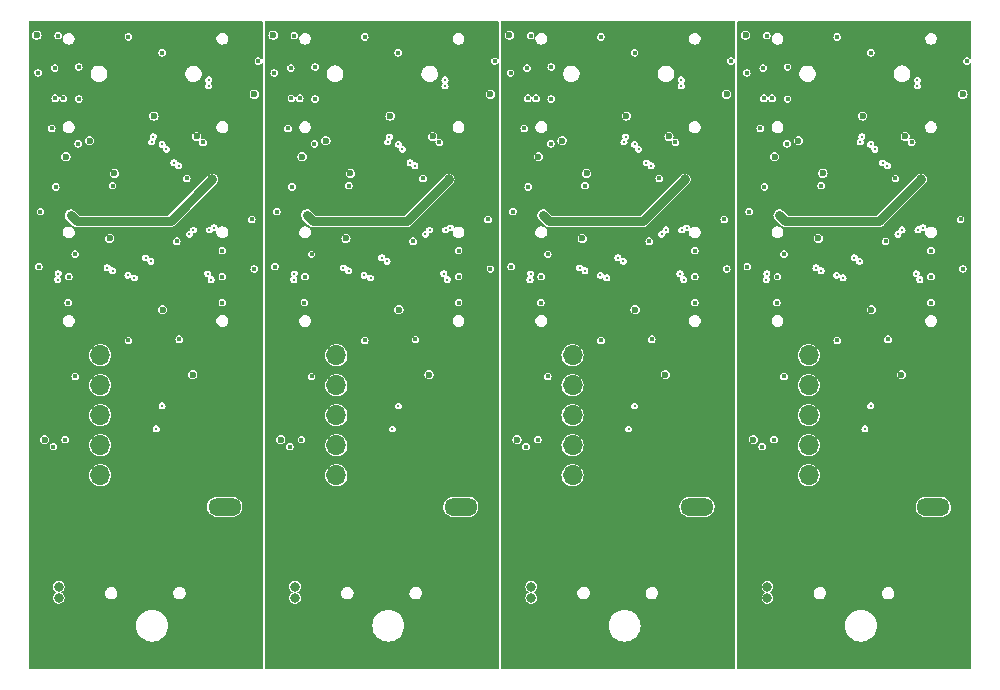
<source format=gbr>
%TF.GenerationSoftware,KiCad,Pcbnew,(6.0.7)*%
%TF.CreationDate,2023-08-28T04:04:33+08:00*%
%TF.ProjectId,USB_Hub_Panelization,5553425f-4875-4625-9f50-616e656c697a,rev?*%
%TF.SameCoordinates,Original*%
%TF.FileFunction,Copper,L2,Inr*%
%TF.FilePolarity,Positive*%
%FSLAX46Y46*%
G04 Gerber Fmt 4.6, Leading zero omitted, Abs format (unit mm)*
G04 Created by KiCad (PCBNEW (6.0.7)) date 2023-08-28 04:04:33*
%MOMM*%
%LPD*%
G01*
G04 APERTURE LIST*
%TA.AperFunction,ComponentPad*%
%ADD10O,1.700000X1.700000*%
%TD*%
%TA.AperFunction,ComponentPad*%
%ADD11R,1.700000X1.700000*%
%TD*%
%TA.AperFunction,ComponentPad*%
%ADD12O,1.200000X1.500000*%
%TD*%
%TA.AperFunction,ComponentPad*%
%ADD13O,2.800000X1.500000*%
%TD*%
%TA.AperFunction,ComponentPad*%
%ADD14O,1.000000X2.100000*%
%TD*%
%TA.AperFunction,ComponentPad*%
%ADD15O,1.000000X1.600000*%
%TD*%
%TA.AperFunction,ViaPad*%
%ADD16C,0.400000*%
%TD*%
%TA.AperFunction,ViaPad*%
%ADD17C,0.300000*%
%TD*%
%TA.AperFunction,ViaPad*%
%ADD18C,0.800000*%
%TD*%
%TA.AperFunction,ViaPad*%
%ADD19C,0.600000*%
%TD*%
%TA.AperFunction,ViaPad*%
%ADD20C,1.600000*%
%TD*%
%TA.AperFunction,Conductor*%
%ADD21C,0.800000*%
%TD*%
G04 APERTURE END LIST*
D10*
%TO.N,+5V*%
%TO.C,J3*%
X145148788Y-91762124D03*
%TO.N,+3.3V*%
X145148788Y-94302124D03*
%TO.N,Net-(J3-Pad4)*%
X145148788Y-96842124D03*
%TO.N,Net-(J3-Pad3)*%
X145148788Y-99382124D03*
%TO.N,Net-(C6-Pad2)*%
X145148788Y-101922124D03*
D11*
%TO.N,GND*%
X145148788Y-104462124D03*
%TD*%
D12*
%TO.N,GND*%
%TO.C,P1*%
X144648788Y-71112124D03*
X140348788Y-66312124D03*
X144648788Y-66312124D03*
X140348788Y-71112124D03*
%TD*%
D13*
%TO.N,N/C*%
%TO.C,J2*%
X155689288Y-104612124D03*
%TO.N,GND*%
X155689288Y-91812124D03*
%TD*%
D12*
%TO.N,GND*%
%TO.C,P5*%
X153348788Y-66312124D03*
X157648788Y-71112124D03*
X153348788Y-71112124D03*
X157648788Y-66312124D03*
%TD*%
D14*
%TO.N,GND*%
%TO.C,P2*%
X153293788Y-111382124D03*
X144653788Y-111382124D03*
D15*
X153293788Y-115562124D03*
X144653788Y-115562124D03*
%TD*%
D12*
%TO.N,GND*%
%TO.C,P3*%
X144648788Y-87512124D03*
X140348788Y-87512124D03*
X140348788Y-82712124D03*
X144648788Y-82712124D03*
%TD*%
%TO.N,GND*%
%TO.C,P4*%
X157648788Y-87512124D03*
X157648788Y-82712124D03*
X153348788Y-87512124D03*
X153348788Y-82712124D03*
%TD*%
D10*
%TO.N,+5V*%
%TO.C,J3*%
X125148788Y-91762124D03*
%TO.N,+3.3V*%
X125148788Y-94302124D03*
%TO.N,Net-(J3-Pad4)*%
X125148788Y-96842124D03*
%TO.N,Net-(J3-Pad3)*%
X125148788Y-99382124D03*
%TO.N,Net-(C6-Pad2)*%
X125148788Y-101922124D03*
D11*
%TO.N,GND*%
X125148788Y-104462124D03*
%TD*%
D12*
%TO.N,GND*%
%TO.C,P1*%
X124648788Y-71112124D03*
X120348788Y-66312124D03*
X124648788Y-66312124D03*
X120348788Y-71112124D03*
%TD*%
%TO.N,GND*%
%TO.C,P3*%
X124648788Y-87512124D03*
X120348788Y-87512124D03*
X120348788Y-82712124D03*
X124648788Y-82712124D03*
%TD*%
%TO.N,GND*%
%TO.C,P4*%
X137648788Y-87512124D03*
X137648788Y-82712124D03*
X133348788Y-87512124D03*
X133348788Y-82712124D03*
%TD*%
%TO.N,GND*%
%TO.C,P5*%
X133348788Y-66312124D03*
X137648788Y-71112124D03*
X133348788Y-71112124D03*
X137648788Y-66312124D03*
%TD*%
D14*
%TO.N,GND*%
%TO.C,P2*%
X133293788Y-111382124D03*
X124653788Y-111382124D03*
D15*
X133293788Y-115562124D03*
X124653788Y-115562124D03*
%TD*%
D13*
%TO.N,N/C*%
%TO.C,J2*%
X135689288Y-104612124D03*
%TO.N,GND*%
X135689288Y-91812124D03*
%TD*%
D14*
%TO.N,GND*%
%TO.C,P2*%
X113293788Y-111382124D03*
X104653788Y-111382124D03*
D15*
X113293788Y-115562124D03*
X104653788Y-115562124D03*
%TD*%
D12*
%TO.N,GND*%
%TO.C,P1*%
X104648788Y-71112124D03*
X100348788Y-66312124D03*
X104648788Y-66312124D03*
X100348788Y-71112124D03*
%TD*%
D13*
%TO.N,N/C*%
%TO.C,J2*%
X115689288Y-104612124D03*
%TO.N,GND*%
X115689288Y-91812124D03*
%TD*%
D12*
%TO.N,GND*%
%TO.C,P5*%
X113348788Y-66312124D03*
X117648788Y-71112124D03*
X113348788Y-71112124D03*
X117648788Y-66312124D03*
%TD*%
%TO.N,GND*%
%TO.C,P3*%
X104648788Y-87512124D03*
X100348788Y-87512124D03*
X100348788Y-82712124D03*
X104648788Y-82712124D03*
%TD*%
D10*
%TO.N,+5V*%
%TO.C,J3*%
X105148788Y-91762124D03*
%TO.N,+3.3V*%
X105148788Y-94302124D03*
%TO.N,Net-(J3-Pad4)*%
X105148788Y-96842124D03*
%TO.N,Net-(J3-Pad3)*%
X105148788Y-99382124D03*
%TO.N,Net-(C6-Pad2)*%
X105148788Y-101922124D03*
D11*
%TO.N,GND*%
X105148788Y-104462124D03*
%TD*%
D12*
%TO.N,GND*%
%TO.C,P4*%
X117648788Y-87512124D03*
X117648788Y-82712124D03*
X113348788Y-87512124D03*
X113348788Y-82712124D03*
%TD*%
%TO.N,GND*%
%TO.C,P5*%
X93348788Y-66312124D03*
X97648788Y-71112124D03*
X93348788Y-71112124D03*
X97648788Y-66312124D03*
%TD*%
D13*
%TO.N,N/C*%
%TO.C,J2*%
X95689288Y-104612124D03*
%TO.N,GND*%
X95689288Y-91812124D03*
%TD*%
D12*
%TO.N,GND*%
%TO.C,P4*%
X97648788Y-87512124D03*
X97648788Y-82712124D03*
X93348788Y-87512124D03*
X93348788Y-82712124D03*
%TD*%
%TO.N,GND*%
%TO.C,P3*%
X84648788Y-87512124D03*
X80348788Y-87512124D03*
X80348788Y-82712124D03*
X84648788Y-82712124D03*
%TD*%
%TO.N,GND*%
%TO.C,P1*%
X84648788Y-71112124D03*
X80348788Y-66312124D03*
X84648788Y-66312124D03*
X80348788Y-71112124D03*
%TD*%
D10*
%TO.N,+5V*%
%TO.C,J3*%
X85148788Y-91762124D03*
%TO.N,+3.3V*%
X85148788Y-94302124D03*
%TO.N,Net-(J3-Pad4)*%
X85148788Y-96842124D03*
%TO.N,Net-(J3-Pad3)*%
X85148788Y-99382124D03*
%TO.N,Net-(C6-Pad2)*%
X85148788Y-101922124D03*
D11*
%TO.N,GND*%
X85148788Y-104462124D03*
%TD*%
D14*
%TO.N,GND*%
%TO.C,P2*%
X93293788Y-111382124D03*
X84653788Y-111382124D03*
D15*
X93293788Y-115562124D03*
X84653788Y-115562124D03*
%TD*%
D16*
%TO.N,Net-(D2-Pad2)*%
X158198788Y-84462124D03*
D17*
%TO.N,/OUT6_D-*%
X149504559Y-73703332D03*
D16*
%TO.N,Net-(P3-PadA5)*%
X142448788Y-87312124D03*
D17*
%TO.N,/OUT1_D+*%
X154801988Y-80962158D03*
%TO.N,/IN_D+*%
X151398788Y-75462124D03*
D16*
%TO.N,/DRV*%
X147548788Y-90512124D03*
D18*
%TO.N,+1V8*%
X154662392Y-76889064D03*
D17*
%TO.N,/OUT2_D-*%
X148998788Y-83512124D03*
D16*
%TO.N,Net-(P1-PadA5)*%
X141598788Y-64712124D03*
%TO.N,/LED1*%
X157998788Y-80262124D03*
D17*
%TO.N,/OUT2_D+*%
X149448788Y-83812124D03*
X153048788Y-81162124D03*
D16*
%TO.N,/DRV*%
X140098788Y-79612124D03*
D17*
%TO.N,/OUT5_D-*%
X150748788Y-74312124D03*
%TO.N,/OUT2_D-*%
X147498788Y-85012124D03*
X152698788Y-81512124D03*
%TO.N,/OUT5_D+*%
X150398788Y-96062124D03*
%TO.N,/OUT1_D+*%
X154548788Y-85362124D03*
%TO.N,/OUT6_D+*%
X149648788Y-73262124D03*
D16*
%TO.N,Net-(D7-Pad2)*%
X150398788Y-66162124D03*
%TO.N,Net-(D8-Pad2)*%
X139898788Y-67862124D03*
%TO.N,Net-(D5-Pad2)*%
X139948788Y-84262124D03*
%TO.N,/LED1*%
X146198788Y-77412124D03*
%TO.N,/LED5*%
X151848788Y-90412124D03*
D19*
%TO.N,/LED6*%
X146348788Y-76362124D03*
D16*
%TO.N,Net-(P4-PadA5)*%
X155498788Y-87312124D03*
%TO.N,Net-(D7-Pad2)*%
X158548788Y-66862124D03*
D17*
%TO.N,/OUT4_D+*%
X146198788Y-84612124D03*
%TO.N,/OUT6_D+*%
X154348788Y-68962124D03*
%TO.N,/OUT2_D+*%
X148048788Y-85212124D03*
%TO.N,/OUT4_D-*%
X145748788Y-84362124D03*
D19*
%TO.N,/DRV*%
X152998788Y-93412124D03*
D17*
%TO.N,/OUT1_D-*%
X154398788Y-81162124D03*
D16*
%TO.N,/LED7*%
X141048788Y-72562124D03*
%TO.N,/DRV*%
X147548788Y-64812124D03*
D19*
%TO.N,/VBUSM*%
X142248788Y-74962124D03*
D16*
%TO.N,/LED5*%
X141398788Y-77512124D03*
D17*
%TO.N,/IN_D-*%
X151798788Y-75712124D03*
D16*
%TO.N,Net-(J3-Pad4)*%
X141198788Y-99512124D03*
%TO.N,+1V8*%
X153862392Y-73748520D03*
D19*
%TO.N,+5V*%
X150448788Y-87912124D03*
D16*
X142498788Y-85112124D03*
D19*
%TO.N,GND*%
X141198788Y-97112124D03*
D16*
X156698788Y-115162124D03*
X145948788Y-87062124D03*
X148498788Y-77412124D03*
D19*
%TO.N,+1V8*%
X142648788Y-79912124D03*
D16*
%TO.N,GND*%
X140448788Y-75512124D03*
D17*
%TO.N,/OUT4_D+*%
X141548788Y-85362124D03*
D16*
%TO.N,GND*%
X147348788Y-83912124D03*
%TO.N,+5V*%
X143348788Y-70062124D03*
D17*
%TO.N,/OUT5_D+*%
X150398788Y-73912124D03*
D16*
%TO.N,+5V*%
X141298788Y-67462124D03*
%TO.N,GND*%
X142648788Y-115512124D03*
D19*
X158169917Y-75440995D03*
D16*
%TO.N,+5V*%
X142048788Y-70012124D03*
D19*
X139798788Y-64662124D03*
D16*
%TO.N,/LED7*%
X143298788Y-73862124D03*
D20*
%TO.N,GND*%
X154448788Y-108262124D03*
D16*
X154198788Y-78437124D03*
D18*
%TO.N,+5V*%
X141648788Y-111362124D03*
D16*
%TO.N,GND*%
X150648788Y-83712124D03*
%TO.N,Net-(P3-PadB5)*%
X143048788Y-83212124D03*
D17*
%TO.N,/OUT1_D-*%
X154248788Y-84862124D03*
D19*
%TO.N,GND*%
X151873788Y-71737124D03*
D16*
X152998788Y-86012124D03*
%TO.N,/DRV*%
X143048788Y-93562124D03*
%TO.N,GND*%
X146798788Y-84912124D03*
D19*
%TO.N,+5V*%
X140448788Y-98912124D03*
%TO.N,+3.3V*%
X144262392Y-73598520D03*
D17*
%TO.N,/OUT4_D-*%
X141598788Y-84862124D03*
D19*
%TO.N,+3.3V*%
X149698788Y-71512124D03*
%TO.N,GND*%
X156773788Y-78587124D03*
D18*
%TO.N,+5V*%
X141648788Y-112312124D03*
D16*
%TO.N,+3.3V*%
X142198788Y-98912124D03*
%TO.N,+5V*%
X143348788Y-67362124D03*
%TO.N,+3.3V*%
X151648788Y-82112124D03*
D19*
X153312392Y-73248520D03*
D18*
%TO.N,GND*%
X147923288Y-94712124D03*
D16*
%TO.N,+5V*%
X141348788Y-70012124D03*
D17*
%TO.N,/OUT5_D-*%
X149898788Y-98012124D03*
D16*
%TO.N,GND*%
X151848788Y-66512124D03*
D17*
%TO.N,/OUT6_D-*%
X154348788Y-68462124D03*
D16*
%TO.N,+5V*%
X155498788Y-85112124D03*
%TO.N,Net-(P4-PadB5)*%
X155498788Y-82912124D03*
D19*
%TO.N,GND*%
X155274978Y-75435934D03*
D16*
%TO.N,+3.3V*%
X152489778Y-76803114D03*
D19*
X145963631Y-81870099D03*
%TO.N,/LED6*%
X158198788Y-69662124D03*
D16*
%TO.N,Net-(D2-Pad2)*%
X138198788Y-84462124D03*
%TO.N,/LED7*%
X123298788Y-73862124D03*
D17*
%TO.N,/OUT4_D+*%
X121548788Y-85362124D03*
D16*
%TO.N,Net-(P3-PadA5)*%
X122448788Y-87312124D03*
%TO.N,/LED1*%
X137998788Y-80262124D03*
%TO.N,Net-(J3-Pad4)*%
X121198788Y-99512124D03*
D17*
%TO.N,/OUT2_D-*%
X127498788Y-85012124D03*
%TO.N,/OUT6_D-*%
X129504559Y-73703332D03*
D16*
%TO.N,/DRV*%
X123048788Y-93562124D03*
D17*
%TO.N,/IN_D+*%
X131398788Y-75462124D03*
D19*
%TO.N,/VBUSM*%
X122248788Y-74962124D03*
D17*
%TO.N,/OUT2_D-*%
X132698788Y-81512124D03*
D16*
%TO.N,/DRV*%
X127548788Y-90512124D03*
D18*
%TO.N,+1V8*%
X134662392Y-76889064D03*
D17*
%TO.N,/OUT2_D+*%
X129448788Y-83812124D03*
D16*
%TO.N,Net-(D7-Pad2)*%
X130398788Y-66162124D03*
D17*
%TO.N,/OUT5_D-*%
X129898788Y-98012124D03*
%TO.N,/OUT5_D+*%
X130398788Y-96062124D03*
%TO.N,/OUT1_D+*%
X134548788Y-85362124D03*
X134801988Y-80962158D03*
%TO.N,/OUT6_D+*%
X129648788Y-73262124D03*
D16*
%TO.N,Net-(D5-Pad2)*%
X119948788Y-84262124D03*
%TO.N,/LED1*%
X126198788Y-77412124D03*
D17*
%TO.N,/OUT2_D+*%
X133048788Y-81162124D03*
D16*
%TO.N,/DRV*%
X120098788Y-79612124D03*
%TO.N,Net-(P4-PadA5)*%
X135498788Y-87312124D03*
D17*
%TO.N,/IN_D-*%
X131798788Y-75712124D03*
%TO.N,/OUT6_D+*%
X134348788Y-68962124D03*
D19*
%TO.N,/LED6*%
X138198788Y-69662124D03*
D17*
%TO.N,/OUT2_D+*%
X128048788Y-85212124D03*
%TO.N,/OUT4_D-*%
X121598788Y-84862124D03*
D19*
%TO.N,/LED6*%
X126348788Y-76362124D03*
%TO.N,/DRV*%
X132998788Y-93412124D03*
D17*
%TO.N,/OUT5_D-*%
X130748788Y-74312124D03*
%TO.N,/OUT1_D-*%
X134398788Y-81162124D03*
D16*
%TO.N,/LED7*%
X121048788Y-72562124D03*
%TO.N,/DRV*%
X127548788Y-64812124D03*
%TO.N,/LED5*%
X121398788Y-77512124D03*
%TO.N,Net-(D7-Pad2)*%
X138548788Y-66862124D03*
%TO.N,+1V8*%
X133862392Y-73748520D03*
D19*
%TO.N,+5V*%
X130448788Y-87912124D03*
D16*
X122498788Y-85112124D03*
%TO.N,Net-(P1-PadA5)*%
X121598788Y-64712124D03*
%TO.N,Net-(D8-Pad2)*%
X119898788Y-67862124D03*
D19*
%TO.N,GND*%
X121198788Y-97112124D03*
D16*
X136698788Y-115162124D03*
X125948788Y-87062124D03*
X128498788Y-77412124D03*
D19*
%TO.N,+1V8*%
X122648788Y-79912124D03*
D16*
%TO.N,/LED5*%
X131848788Y-90412124D03*
%TO.N,GND*%
X120448788Y-75512124D03*
X127348788Y-83912124D03*
%TO.N,+5V*%
X123348788Y-70062124D03*
D17*
%TO.N,/OUT5_D+*%
X130398788Y-73912124D03*
D16*
%TO.N,GND*%
X122648788Y-115512124D03*
D19*
X135274978Y-75435934D03*
D17*
%TO.N,/OUT4_D-*%
X125748788Y-84362124D03*
%TO.N,/OUT4_D+*%
X126198788Y-84612124D03*
%TO.N,/OUT2_D-*%
X128998788Y-83512124D03*
D18*
%TO.N,+5V*%
X121648788Y-111362124D03*
D19*
%TO.N,GND*%
X138169917Y-75440995D03*
D16*
%TO.N,+5V*%
X122048788Y-70012124D03*
D19*
X119798788Y-64662124D03*
D20*
%TO.N,GND*%
X134448788Y-108262124D03*
D16*
X132998788Y-86012124D03*
%TO.N,+5V*%
X121298788Y-67462124D03*
%TO.N,GND*%
X134198788Y-78437124D03*
X130648788Y-83712124D03*
D17*
%TO.N,/OUT1_D-*%
X134248788Y-84862124D03*
D19*
%TO.N,GND*%
X131873788Y-71737124D03*
D16*
X126798788Y-84912124D03*
D18*
X127923288Y-94712124D03*
D19*
%TO.N,+5V*%
X120448788Y-98912124D03*
%TO.N,+3.3V*%
X124262392Y-73598520D03*
X129698788Y-71512124D03*
%TO.N,GND*%
X136773788Y-78587124D03*
D18*
%TO.N,+5V*%
X121648788Y-112312124D03*
D16*
%TO.N,Net-(P3-PadB5)*%
X123048788Y-83212124D03*
%TO.N,+3.3V*%
X122198788Y-98912124D03*
%TO.N,+5V*%
X123348788Y-67362124D03*
%TO.N,+3.3V*%
X131648788Y-82112124D03*
D19*
X133312392Y-73248520D03*
D16*
%TO.N,+5V*%
X121348788Y-70012124D03*
%TO.N,+3.3V*%
X132489778Y-76803114D03*
%TO.N,GND*%
X131848788Y-66512124D03*
D17*
%TO.N,/OUT6_D-*%
X134348788Y-68462124D03*
D16*
%TO.N,+5V*%
X135498788Y-85112124D03*
%TO.N,Net-(P4-PadB5)*%
X135498788Y-82912124D03*
D19*
%TO.N,+3.3V*%
X125963631Y-81870099D03*
D16*
%TO.N,Net-(D2-Pad2)*%
X118198788Y-84462124D03*
%TO.N,/LED7*%
X103298788Y-73862124D03*
%TO.N,Net-(D7-Pad2)*%
X118548788Y-66862124D03*
D17*
%TO.N,/OUT4_D+*%
X101548788Y-85362124D03*
D19*
%TO.N,/LED6*%
X106348788Y-76362124D03*
D17*
%TO.N,/OUT5_D-*%
X110748788Y-74312124D03*
%TO.N,/OUT2_D+*%
X113048788Y-81162124D03*
D16*
%TO.N,Net-(J3-Pad4)*%
X101198788Y-99512124D03*
D17*
%TO.N,/OUT1_D+*%
X114801988Y-80962158D03*
%TO.N,/OUT4_D-*%
X101598788Y-84862124D03*
%TO.N,/OUT2_D-*%
X108998788Y-83512124D03*
X107498788Y-85012124D03*
D16*
%TO.N,/DRV*%
X103048788Y-93562124D03*
%TO.N,Net-(D7-Pad2)*%
X110398788Y-66162124D03*
D19*
%TO.N,/VBUSM*%
X102248788Y-74962124D03*
D16*
%TO.N,Net-(P1-PadA5)*%
X101598788Y-64712124D03*
D17*
%TO.N,/OUT2_D+*%
X109448788Y-83812124D03*
D16*
%TO.N,/DRV*%
X100098788Y-79612124D03*
D17*
%TO.N,/OUT2_D-*%
X112698788Y-81512124D03*
%TO.N,/OUT5_D-*%
X109898788Y-98012124D03*
%TO.N,/OUT6_D-*%
X109504559Y-73703332D03*
D16*
%TO.N,Net-(D5-Pad2)*%
X99948788Y-84262124D03*
%TO.N,/LED5*%
X111848788Y-90412124D03*
D19*
%TO.N,/LED6*%
X118198788Y-69662124D03*
D17*
%TO.N,/OUT6_D+*%
X109648788Y-73262124D03*
D16*
%TO.N,Net-(P4-PadA5)*%
X115498788Y-87312124D03*
D18*
%TO.N,+1V8*%
X114662392Y-76889064D03*
D16*
%TO.N,/LED1*%
X106198788Y-77412124D03*
D17*
%TO.N,/OUT4_D+*%
X106198788Y-84612124D03*
%TO.N,/OUT2_D+*%
X108048788Y-85212124D03*
D16*
%TO.N,Net-(D8-Pad2)*%
X99898788Y-67862124D03*
D17*
%TO.N,/OUT1_D-*%
X114398788Y-81162124D03*
D16*
%TO.N,/LED7*%
X101048788Y-72562124D03*
%TO.N,/DRV*%
X107548788Y-64812124D03*
D17*
%TO.N,/OUT5_D+*%
X110398788Y-96062124D03*
D16*
%TO.N,/LED5*%
X101398788Y-77512124D03*
D17*
%TO.N,/OUT4_D-*%
X105748788Y-84362124D03*
%TO.N,/OUT6_D+*%
X114348788Y-68962124D03*
D16*
%TO.N,/LED1*%
X117998788Y-80262124D03*
D17*
%TO.N,/OUT1_D+*%
X114548788Y-85362124D03*
D16*
%TO.N,/DRV*%
X107548788Y-90512124D03*
%TO.N,+1V8*%
X113862392Y-73748520D03*
D17*
%TO.N,/IN_D+*%
X111398788Y-75462124D03*
D19*
%TO.N,+5V*%
X110448788Y-87912124D03*
D16*
X102498788Y-85112124D03*
D19*
%TO.N,GND*%
X101198788Y-97112124D03*
D16*
X116698788Y-115162124D03*
X105948788Y-87062124D03*
X108498788Y-77412124D03*
D19*
%TO.N,+1V8*%
X102648788Y-79912124D03*
D16*
%TO.N,GND*%
X107348788Y-83912124D03*
%TO.N,+5V*%
X103348788Y-70062124D03*
D17*
%TO.N,/OUT5_D+*%
X110398788Y-73912124D03*
D16*
%TO.N,GND*%
X102648788Y-115512124D03*
%TO.N,+5V*%
X101298788Y-67462124D03*
D19*
%TO.N,GND*%
X115274978Y-75435934D03*
D18*
%TO.N,+5V*%
X101648788Y-111362124D03*
D19*
%TO.N,GND*%
X118169917Y-75440995D03*
D16*
%TO.N,+5V*%
X102048788Y-70012124D03*
D20*
%TO.N,GND*%
X114448788Y-108262124D03*
D16*
X112998788Y-86012124D03*
D19*
%TO.N,+5V*%
X99798788Y-64662124D03*
D16*
%TO.N,GND*%
X114198788Y-78437124D03*
D17*
%TO.N,/IN_D-*%
X111798788Y-75712124D03*
D16*
%TO.N,Net-(P3-PadB5)*%
X103048788Y-83212124D03*
D17*
%TO.N,/OUT1_D-*%
X114248788Y-84862124D03*
D19*
%TO.N,GND*%
X111873788Y-71737124D03*
D16*
X106798788Y-84912124D03*
D18*
X107923288Y-94712124D03*
D19*
%TO.N,+5V*%
X100448788Y-98912124D03*
%TO.N,+3.3V*%
X104262392Y-73598520D03*
X109698788Y-71512124D03*
%TO.N,GND*%
X116773788Y-78587124D03*
D18*
%TO.N,+5V*%
X101648788Y-112312124D03*
D16*
%TO.N,+3.3V*%
X102198788Y-98912124D03*
%TO.N,+5V*%
X103348788Y-67362124D03*
%TO.N,+3.3V*%
X111648788Y-82112124D03*
D19*
X113312392Y-73248520D03*
D16*
%TO.N,+5V*%
X101348788Y-70012124D03*
%TO.N,Net-(P3-PadA5)*%
X102448788Y-87312124D03*
%TO.N,+3.3V*%
X112489778Y-76803114D03*
%TO.N,GND*%
X110648788Y-83712124D03*
D19*
%TO.N,/DRV*%
X112998788Y-93412124D03*
D16*
%TO.N,GND*%
X111848788Y-66512124D03*
D17*
%TO.N,/OUT6_D-*%
X114348788Y-68462124D03*
D16*
%TO.N,+5V*%
X115498788Y-85112124D03*
%TO.N,Net-(P4-PadB5)*%
X115498788Y-82912124D03*
%TO.N,GND*%
X100448788Y-75512124D03*
D19*
%TO.N,+3.3V*%
X105963631Y-81870099D03*
D16*
%TO.N,+5V*%
X83348788Y-67362124D03*
D19*
X90448788Y-87912124D03*
D16*
X95498788Y-85112124D03*
D19*
X80448788Y-98912124D03*
X79798788Y-64662124D03*
D16*
X82498788Y-85112124D03*
D18*
X81648788Y-111362124D03*
X81648788Y-112312124D03*
D16*
X81298788Y-67462124D03*
X81348788Y-70012124D03*
X83348788Y-70062124D03*
X82048788Y-70012124D03*
%TO.N,GND*%
X87348788Y-83912124D03*
X92998788Y-86012124D03*
X94198788Y-78437124D03*
D20*
X94448788Y-108262124D03*
D18*
X87923288Y-94712124D03*
D19*
X95274978Y-75435934D03*
D16*
X82648788Y-115512124D03*
X85948788Y-87062124D03*
D19*
X96773788Y-78587124D03*
D16*
X86798788Y-84912124D03*
X80448788Y-75512124D03*
X88498788Y-77412124D03*
D19*
X91873788Y-71737124D03*
D16*
X91848788Y-66512124D03*
X96698788Y-115162124D03*
D19*
X98169917Y-75440995D03*
X81198788Y-97112124D03*
D16*
X90648788Y-83712124D03*
%TO.N,Net-(P3-PadB5)*%
X83048788Y-83212124D03*
%TO.N,Net-(P4-PadB5)*%
X95498788Y-82912124D03*
%TO.N,+3.3V*%
X92489778Y-76803114D03*
D19*
X93312392Y-73248520D03*
D16*
X82198788Y-98912124D03*
D19*
X84262392Y-73598520D03*
D16*
X91648788Y-82112124D03*
D19*
X89698788Y-71512124D03*
X85963631Y-81870099D03*
D16*
%TO.N,+1V8*%
X93862392Y-73748520D03*
D19*
X82648788Y-79912124D03*
D18*
X94662392Y-76889064D03*
D19*
%TO.N,/VBUSM*%
X82248788Y-74962124D03*
D16*
%TO.N,/LED1*%
X97998788Y-80262124D03*
X86198788Y-77412124D03*
%TO.N,Net-(D2-Pad2)*%
X98198788Y-84462124D03*
%TO.N,Net-(D5-Pad2)*%
X79948788Y-84262124D03*
%TO.N,/LED5*%
X91848788Y-90412124D03*
X81398788Y-77512124D03*
D19*
%TO.N,/LED6*%
X98198788Y-69662124D03*
X86348788Y-76362124D03*
D16*
%TO.N,Net-(D7-Pad2)*%
X90398788Y-66162124D03*
X98548788Y-66862124D03*
%TO.N,/LED7*%
X83298788Y-73862124D03*
X81048788Y-72562124D03*
%TO.N,Net-(D8-Pad2)*%
X79898788Y-67862124D03*
D17*
%TO.N,/OUT4_D-*%
X85748788Y-84362124D03*
X81598788Y-84862124D03*
%TO.N,/OUT4_D+*%
X86198788Y-84612124D03*
X81548788Y-85362124D03*
%TO.N,/OUT5_D-*%
X89898788Y-98012124D03*
X90748788Y-74312124D03*
%TO.N,/OUT5_D+*%
X90398788Y-73912124D03*
X90398788Y-96062124D03*
D16*
%TO.N,Net-(P1-PadA5)*%
X81598788Y-64712124D03*
D17*
%TO.N,/OUT1_D+*%
X94548788Y-85362124D03*
X94801988Y-80962158D03*
%TO.N,/OUT1_D-*%
X94248788Y-84862124D03*
X94398788Y-81162124D03*
%TO.N,/IN_D+*%
X91398788Y-75462124D03*
%TO.N,/IN_D-*%
X91798788Y-75712124D03*
D16*
%TO.N,Net-(P3-PadA5)*%
X82448788Y-87312124D03*
D17*
%TO.N,/OUT2_D+*%
X89448788Y-83812124D03*
X88048788Y-85212124D03*
X93048788Y-81162124D03*
%TO.N,/OUT2_D-*%
X87498788Y-85012124D03*
X92698788Y-81512124D03*
X88998788Y-83512124D03*
D16*
%TO.N,Net-(P4-PadA5)*%
X95498788Y-87312124D03*
%TO.N,/DRV*%
X80098788Y-79612124D03*
D19*
X92998788Y-93412124D03*
D16*
X83048788Y-93562124D03*
X87548788Y-64812124D03*
X87548788Y-90512124D03*
D17*
%TO.N,/OUT6_D+*%
X89648788Y-73262124D03*
X94348788Y-68962124D03*
%TO.N,/OUT6_D-*%
X94348788Y-68462124D03*
X89504559Y-73703332D03*
D16*
%TO.N,Net-(J3-Pad4)*%
X81198788Y-99512124D03*
%TD*%
D21*
%TO.N,+1V8*%
X151119332Y-80432124D02*
X143168788Y-80432124D01*
X154662392Y-76889064D02*
X151119332Y-80432124D01*
X143168788Y-80432124D02*
X142648788Y-79912124D01*
X123168788Y-80432124D02*
X122648788Y-79912124D01*
X131119332Y-80432124D02*
X123168788Y-80432124D01*
X134662392Y-76889064D02*
X131119332Y-80432124D01*
X103168788Y-80432124D02*
X102648788Y-79912124D01*
X111119332Y-80432124D02*
X103168788Y-80432124D01*
X114662392Y-76889064D02*
X111119332Y-80432124D01*
X94662392Y-76889064D02*
X91119332Y-80432124D01*
X91119332Y-80432124D02*
X83168788Y-80432124D01*
X83168788Y-80432124D02*
X82648788Y-79912124D01*
%TD*%
%TA.AperFunction,Conductor*%
%TO.N,GND*%
G36*
X98895401Y-63515511D02*
G01*
X98908288Y-63546624D01*
X98908288Y-66679587D01*
X98895401Y-66710700D01*
X98864288Y-66723587D01*
X98833175Y-66710700D01*
X98826183Y-66701587D01*
X98800019Y-66656269D01*
X98798093Y-66652933D01*
X98711510Y-66580281D01*
X98707892Y-66578964D01*
X98707890Y-66578963D01*
X98608919Y-66542941D01*
X98608920Y-66542941D01*
X98605301Y-66541624D01*
X98492275Y-66541624D01*
X98488656Y-66542941D01*
X98488657Y-66542941D01*
X98389686Y-66578963D01*
X98389684Y-66578964D01*
X98386066Y-66580281D01*
X98299483Y-66652933D01*
X98297557Y-66656269D01*
X98266132Y-66710700D01*
X98242971Y-66750816D01*
X98223344Y-66862124D01*
X98242971Y-66973432D01*
X98244895Y-66976765D01*
X98244896Y-66976767D01*
X98295917Y-67065138D01*
X98299483Y-67071315D01*
X98386066Y-67143967D01*
X98389684Y-67145284D01*
X98389686Y-67145285D01*
X98419865Y-67156269D01*
X98492275Y-67182624D01*
X98605301Y-67182624D01*
X98677711Y-67156269D01*
X98707890Y-67145285D01*
X98707892Y-67145284D01*
X98711510Y-67143967D01*
X98798093Y-67071315D01*
X98826183Y-67022661D01*
X98852900Y-67002160D01*
X98886288Y-67006556D01*
X98906789Y-67033273D01*
X98908288Y-67044661D01*
X98908288Y-118277624D01*
X98895401Y-118308737D01*
X98864288Y-118321624D01*
X79133288Y-118321624D01*
X79102175Y-118308737D01*
X79089288Y-118277624D01*
X79089288Y-114662124D01*
X88198129Y-114662124D01*
X88218725Y-114897532D01*
X88279885Y-115125787D01*
X88379753Y-115339953D01*
X88380854Y-115341525D01*
X88380856Y-115341529D01*
X88380857Y-115341530D01*
X88515293Y-115533525D01*
X88682387Y-115700619D01*
X88683964Y-115701723D01*
X88874383Y-115835056D01*
X88874387Y-115835058D01*
X88875959Y-115836159D01*
X88877703Y-115836972D01*
X88877706Y-115836974D01*
X88994109Y-115891254D01*
X89090125Y-115936027D01*
X89318380Y-115997187D01*
X89320283Y-115997354D01*
X89320286Y-115997354D01*
X89493881Y-116012542D01*
X89493888Y-116012542D01*
X89494822Y-116012624D01*
X89612754Y-116012624D01*
X89613688Y-116012542D01*
X89613695Y-116012542D01*
X89787290Y-115997354D01*
X89787293Y-115997354D01*
X89789196Y-115997187D01*
X90017451Y-115936027D01*
X90113467Y-115891254D01*
X90229870Y-115836974D01*
X90229873Y-115836972D01*
X90231617Y-115836159D01*
X90233189Y-115835058D01*
X90233193Y-115835056D01*
X90423612Y-115701723D01*
X90425189Y-115700619D01*
X90592283Y-115533525D01*
X90727823Y-115339954D01*
X90728638Y-115338206D01*
X90826880Y-115127527D01*
X90826881Y-115127523D01*
X90827691Y-115125787D01*
X90888851Y-114897532D01*
X90909447Y-114662124D01*
X90888851Y-114426716D01*
X90827691Y-114198461D01*
X90727823Y-113984295D01*
X90726722Y-113982723D01*
X90726720Y-113982719D01*
X90593387Y-113792300D01*
X90592283Y-113790723D01*
X90425189Y-113623629D01*
X90366714Y-113582685D01*
X90233193Y-113489192D01*
X90233189Y-113489190D01*
X90231617Y-113488089D01*
X90229873Y-113487276D01*
X90229870Y-113487274D01*
X90113467Y-113432994D01*
X90017451Y-113388221D01*
X89789196Y-113327061D01*
X89787293Y-113326894D01*
X89787290Y-113326894D01*
X89613695Y-113311706D01*
X89613688Y-113311706D01*
X89612754Y-113311624D01*
X89494822Y-113311624D01*
X89493888Y-113311706D01*
X89493881Y-113311706D01*
X89320286Y-113326894D01*
X89320283Y-113326894D01*
X89318380Y-113327061D01*
X89090125Y-113388221D01*
X88994109Y-113432994D01*
X88877706Y-113487274D01*
X88877703Y-113487276D01*
X88875959Y-113488089D01*
X88874387Y-113489190D01*
X88874383Y-113489192D01*
X88740862Y-113582685D01*
X88682387Y-113623629D01*
X88515293Y-113790723D01*
X88379753Y-113984294D01*
X88378941Y-113986035D01*
X88378940Y-113986037D01*
X88280699Y-114196716D01*
X88279885Y-114198461D01*
X88218725Y-114426716D01*
X88198129Y-114662124D01*
X79089288Y-114662124D01*
X79089288Y-112306070D01*
X81153281Y-112306070D01*
X81153687Y-112309175D01*
X81153687Y-112309178D01*
X81160850Y-112363955D01*
X81171499Y-112445386D01*
X81228085Y-112573988D01*
X81318492Y-112681540D01*
X81435451Y-112759395D01*
X81569560Y-112801293D01*
X81638450Y-112802556D01*
X81706903Y-112803811D01*
X81706906Y-112803811D01*
X81710038Y-112803868D01*
X81845592Y-112766912D01*
X81965326Y-112693395D01*
X81998292Y-112656975D01*
X82057510Y-112591553D01*
X82057512Y-112591550D01*
X82059613Y-112589229D01*
X82120874Y-112462786D01*
X82144184Y-112324231D01*
X82144332Y-112312124D01*
X82124414Y-112173041D01*
X82118628Y-112160316D01*
X82067558Y-112047993D01*
X82067557Y-112047991D01*
X82066260Y-112045139D01*
X82044097Y-112019417D01*
X81982878Y-111948370D01*
X81980346Y-111945431D01*
X85554394Y-111945431D01*
X85582852Y-112086568D01*
X85584212Y-112089237D01*
X85584213Y-112089240D01*
X85625535Y-112170338D01*
X85648217Y-112214854D01*
X85745672Y-112320836D01*
X85748224Y-112322418D01*
X85748226Y-112322420D01*
X85865489Y-112395126D01*
X85865492Y-112395127D01*
X85868038Y-112396706D01*
X86006300Y-112436875D01*
X86016500Y-112437624D01*
X86119858Y-112437624D01*
X86226434Y-112423025D01*
X86229185Y-112421835D01*
X86229187Y-112421834D01*
X86355817Y-112367036D01*
X86355818Y-112367035D01*
X86358571Y-112365844D01*
X86412196Y-112322420D01*
X86468129Y-112277126D01*
X86470463Y-112275236D01*
X86553867Y-112157875D01*
X86602638Y-112022409D01*
X86608291Y-111945431D01*
X91334394Y-111945431D01*
X91362852Y-112086568D01*
X91364212Y-112089237D01*
X91364213Y-112089240D01*
X91405535Y-112170338D01*
X91428217Y-112214854D01*
X91525672Y-112320836D01*
X91528224Y-112322418D01*
X91528226Y-112322420D01*
X91645489Y-112395126D01*
X91645492Y-112395127D01*
X91648038Y-112396706D01*
X91786300Y-112436875D01*
X91796500Y-112437624D01*
X91899858Y-112437624D01*
X92006434Y-112423025D01*
X92009185Y-112421835D01*
X92009187Y-112421834D01*
X92135817Y-112367036D01*
X92135818Y-112367035D01*
X92138571Y-112365844D01*
X92192196Y-112322420D01*
X92248129Y-112277126D01*
X92250463Y-112275236D01*
X92333867Y-112157875D01*
X92382638Y-112022409D01*
X92393182Y-111878817D01*
X92364724Y-111737680D01*
X92299359Y-111609394D01*
X92210524Y-111512786D01*
X92203939Y-111505625D01*
X92201904Y-111503412D01*
X92199352Y-111501830D01*
X92199350Y-111501828D01*
X92082087Y-111429122D01*
X92082084Y-111429121D01*
X92079538Y-111427542D01*
X91941276Y-111387373D01*
X91931076Y-111386624D01*
X91827718Y-111386624D01*
X91721142Y-111401223D01*
X91718391Y-111402413D01*
X91718389Y-111402414D01*
X91591759Y-111457212D01*
X91591758Y-111457213D01*
X91589005Y-111458404D01*
X91586673Y-111460292D01*
X91586672Y-111460293D01*
X91518365Y-111515607D01*
X91477113Y-111549012D01*
X91393709Y-111666373D01*
X91344938Y-111801839D01*
X91334394Y-111945431D01*
X86608291Y-111945431D01*
X86613182Y-111878817D01*
X86584724Y-111737680D01*
X86519359Y-111609394D01*
X86430524Y-111512786D01*
X86423939Y-111505625D01*
X86421904Y-111503412D01*
X86419352Y-111501830D01*
X86419350Y-111501828D01*
X86302087Y-111429122D01*
X86302084Y-111429121D01*
X86299538Y-111427542D01*
X86161276Y-111387373D01*
X86151076Y-111386624D01*
X86047718Y-111386624D01*
X85941142Y-111401223D01*
X85938391Y-111402413D01*
X85938389Y-111402414D01*
X85811759Y-111457212D01*
X85811758Y-111457213D01*
X85809005Y-111458404D01*
X85806673Y-111460292D01*
X85806672Y-111460293D01*
X85738365Y-111515607D01*
X85697113Y-111549012D01*
X85613709Y-111666373D01*
X85564938Y-111801839D01*
X85554394Y-111945431D01*
X81980346Y-111945431D01*
X81974546Y-111938700D01*
X81886770Y-111881806D01*
X81873842Y-111873426D01*
X81854743Y-111845689D01*
X81860852Y-111812572D01*
X81874751Y-111799008D01*
X81962653Y-111745036D01*
X81965326Y-111743395D01*
X81998292Y-111706975D01*
X82057510Y-111641553D01*
X82057512Y-111641550D01*
X82059613Y-111639229D01*
X82120874Y-111512786D01*
X82144184Y-111374231D01*
X82144332Y-111362124D01*
X82124414Y-111223041D01*
X82066260Y-111095139D01*
X81974546Y-110988700D01*
X81856645Y-110912280D01*
X81779326Y-110889157D01*
X81725041Y-110872922D01*
X81725039Y-110872922D01*
X81722034Y-110872023D01*
X81649174Y-110871578D01*
X81584671Y-110871184D01*
X81584670Y-110871184D01*
X81581535Y-110871165D01*
X81513988Y-110890470D01*
X81449457Y-110908913D01*
X81449455Y-110908914D01*
X81446442Y-110909775D01*
X81443791Y-110911447D01*
X81443790Y-110911448D01*
X81439768Y-110913986D01*
X81327616Y-110984748D01*
X81325542Y-110987096D01*
X81325540Y-110987098D01*
X81236683Y-111087710D01*
X81236681Y-111087712D01*
X81234609Y-111090059D01*
X81174897Y-111217241D01*
X81153281Y-111356070D01*
X81153687Y-111359175D01*
X81153687Y-111359178D01*
X81159341Y-111402414D01*
X81171499Y-111495386D01*
X81195095Y-111549012D01*
X81221664Y-111609394D01*
X81228085Y-111623988D01*
X81318492Y-111731540D01*
X81423146Y-111801204D01*
X81441905Y-111829172D01*
X81435392Y-111862212D01*
X81422245Y-111875042D01*
X81327616Y-111934748D01*
X81325542Y-111937096D01*
X81325540Y-111937098D01*
X81236683Y-112037710D01*
X81236681Y-112037712D01*
X81234609Y-112040059D01*
X81174897Y-112167241D01*
X81153281Y-112306070D01*
X79089288Y-112306070D01*
X79089288Y-104564929D01*
X94195150Y-104564929D01*
X94195274Y-104567300D01*
X94195274Y-104567304D01*
X94200097Y-104659319D01*
X94204708Y-104747297D01*
X94205341Y-104749597D01*
X94205342Y-104749600D01*
X94230711Y-104841700D01*
X94253203Y-104923357D01*
X94338373Y-105084897D01*
X94456245Y-105224379D01*
X94458134Y-105225824D01*
X94458138Y-105225827D01*
X94599430Y-105333853D01*
X94601319Y-105335297D01*
X94766827Y-105412474D01*
X94769153Y-105412994D01*
X94769156Y-105412995D01*
X94860284Y-105433364D01*
X94945046Y-105452311D01*
X94946845Y-105452412D01*
X94946848Y-105452412D01*
X94948080Y-105452481D01*
X94950644Y-105452624D01*
X96384908Y-105452624D01*
X96386083Y-105452496D01*
X96386090Y-105452496D01*
X96518475Y-105438114D01*
X96518479Y-105438113D01*
X96520837Y-105437857D01*
X96523088Y-105437099D01*
X96523090Y-105437099D01*
X96691655Y-105380371D01*
X96691656Y-105380371D01*
X96693916Y-105379610D01*
X96695959Y-105378382D01*
X96695962Y-105378381D01*
X96848406Y-105286783D01*
X96850450Y-105285555D01*
X96983135Y-105160081D01*
X97085781Y-105009042D01*
X97086665Y-105006831D01*
X97086668Y-105006826D01*
X97152714Y-104841700D01*
X97152715Y-104841697D01*
X97153600Y-104839484D01*
X97183426Y-104659319D01*
X97178604Y-104567304D01*
X97173993Y-104479334D01*
X97173993Y-104479333D01*
X97173868Y-104476951D01*
X97148476Y-104384764D01*
X97126005Y-104303185D01*
X97126005Y-104303184D01*
X97125373Y-104300891D01*
X97040203Y-104139351D01*
X96922331Y-103999869D01*
X96920442Y-103998424D01*
X96920438Y-103998421D01*
X96779146Y-103890395D01*
X96779144Y-103890394D01*
X96777257Y-103888951D01*
X96611749Y-103811774D01*
X96609423Y-103811254D01*
X96609420Y-103811253D01*
X96497043Y-103786134D01*
X96433530Y-103771937D01*
X96431731Y-103771836D01*
X96431728Y-103771836D01*
X96430496Y-103771767D01*
X96427932Y-103771624D01*
X94993668Y-103771624D01*
X94992493Y-103771752D01*
X94992486Y-103771752D01*
X94860101Y-103786134D01*
X94860097Y-103786135D01*
X94857739Y-103786391D01*
X94855488Y-103787149D01*
X94855486Y-103787149D01*
X94783862Y-103811253D01*
X94684660Y-103844638D01*
X94682617Y-103845866D01*
X94682614Y-103845867D01*
X94608507Y-103890395D01*
X94528126Y-103938693D01*
X94395441Y-104064167D01*
X94292795Y-104215206D01*
X94291911Y-104217417D01*
X94291908Y-104217422D01*
X94225862Y-104382548D01*
X94224976Y-104384764D01*
X94195150Y-104564929D01*
X79089288Y-104564929D01*
X79089288Y-101922124D01*
X84203107Y-101922124D01*
X84223772Y-102118742D01*
X84284865Y-102306767D01*
X84383716Y-102477981D01*
X84516004Y-102624902D01*
X84675947Y-102741108D01*
X84678052Y-102742045D01*
X84678055Y-102742047D01*
X84848432Y-102817903D01*
X84856556Y-102821520D01*
X84963873Y-102844331D01*
X85047687Y-102862146D01*
X85047689Y-102862146D01*
X85049937Y-102862624D01*
X85247639Y-102862624D01*
X85249887Y-102862146D01*
X85249889Y-102862146D01*
X85333703Y-102844331D01*
X85441020Y-102821520D01*
X85449144Y-102817903D01*
X85619521Y-102742047D01*
X85619524Y-102742045D01*
X85621629Y-102741108D01*
X85781572Y-102624902D01*
X85913860Y-102477981D01*
X86012711Y-102306767D01*
X86073804Y-102118742D01*
X86094469Y-101922124D01*
X86073804Y-101725506D01*
X86012711Y-101537481D01*
X85913860Y-101366267D01*
X85781572Y-101219346D01*
X85621629Y-101103140D01*
X85619524Y-101102203D01*
X85619521Y-101102201D01*
X85443129Y-101023667D01*
X85441020Y-101022728D01*
X85333703Y-100999917D01*
X85249889Y-100982102D01*
X85249887Y-100982102D01*
X85247639Y-100981624D01*
X85049937Y-100981624D01*
X85047689Y-100982102D01*
X85047687Y-100982102D01*
X84963873Y-100999917D01*
X84856556Y-101022728D01*
X84766252Y-101062934D01*
X84678056Y-101102201D01*
X84678053Y-101102203D01*
X84675948Y-101103140D01*
X84516004Y-101219346D01*
X84383716Y-101366267D01*
X84284865Y-101537481D01*
X84223772Y-101725506D01*
X84203107Y-101922124D01*
X79089288Y-101922124D01*
X79089288Y-99512124D01*
X80873344Y-99512124D01*
X80892971Y-99623432D01*
X80949483Y-99721315D01*
X81036066Y-99793967D01*
X81039684Y-99795284D01*
X81039686Y-99795285D01*
X81112479Y-99821779D01*
X81142275Y-99832624D01*
X81255301Y-99832624D01*
X81285097Y-99821779D01*
X81357890Y-99795285D01*
X81357892Y-99795284D01*
X81361510Y-99793967D01*
X81448093Y-99721315D01*
X81504605Y-99623432D01*
X81524232Y-99512124D01*
X81504605Y-99400816D01*
X81495138Y-99384417D01*
X81493814Y-99382124D01*
X84203107Y-99382124D01*
X84223772Y-99578742D01*
X84224485Y-99580935D01*
X84224485Y-99580937D01*
X84270097Y-99721315D01*
X84284865Y-99766767D01*
X84383716Y-99937981D01*
X84516004Y-100084902D01*
X84675947Y-100201108D01*
X84678052Y-100202045D01*
X84678055Y-100202047D01*
X84848432Y-100277903D01*
X84856556Y-100281520D01*
X84963873Y-100304331D01*
X85047687Y-100322146D01*
X85047689Y-100322146D01*
X85049937Y-100322624D01*
X85247639Y-100322624D01*
X85249887Y-100322146D01*
X85249889Y-100322146D01*
X85333703Y-100304331D01*
X85441020Y-100281520D01*
X85449144Y-100277903D01*
X85619521Y-100202047D01*
X85619524Y-100202045D01*
X85621629Y-100201108D01*
X85781572Y-100084902D01*
X85913860Y-99937981D01*
X86012711Y-99766767D01*
X86027480Y-99721315D01*
X86073091Y-99580937D01*
X86073091Y-99580935D01*
X86073804Y-99578742D01*
X86094469Y-99382124D01*
X86073804Y-99185506D01*
X86059483Y-99141430D01*
X86013423Y-98999671D01*
X86013421Y-98999667D01*
X86012711Y-98997481D01*
X85913860Y-98826267D01*
X85781572Y-98679346D01*
X85621629Y-98563140D01*
X85619524Y-98562203D01*
X85619521Y-98562201D01*
X85443129Y-98483667D01*
X85441020Y-98482728D01*
X85333703Y-98459917D01*
X85249889Y-98442102D01*
X85249887Y-98442102D01*
X85247639Y-98441624D01*
X85049937Y-98441624D01*
X85047689Y-98442102D01*
X85047687Y-98442102D01*
X84963873Y-98459917D01*
X84856556Y-98482728D01*
X84780128Y-98516756D01*
X84678056Y-98562201D01*
X84678053Y-98562203D01*
X84675948Y-98563140D01*
X84516004Y-98679346D01*
X84383716Y-98826267D01*
X84284865Y-98997481D01*
X84284155Y-98999667D01*
X84284153Y-98999671D01*
X84238093Y-99141430D01*
X84223772Y-99185506D01*
X84203107Y-99382124D01*
X81493814Y-99382124D01*
X81450019Y-99306269D01*
X81448093Y-99302933D01*
X81361510Y-99230281D01*
X81357892Y-99228964D01*
X81357890Y-99228963D01*
X81258919Y-99192941D01*
X81258920Y-99192941D01*
X81255301Y-99191624D01*
X81142275Y-99191624D01*
X81138656Y-99192941D01*
X81138657Y-99192941D01*
X81039686Y-99228963D01*
X81039684Y-99228964D01*
X81036066Y-99230281D01*
X80949483Y-99302933D01*
X80947557Y-99306269D01*
X80902439Y-99384417D01*
X80892971Y-99400816D01*
X80873344Y-99512124D01*
X79089288Y-99512124D01*
X79089288Y-98912124D01*
X80053420Y-98912124D01*
X80072771Y-99034299D01*
X80128929Y-99144515D01*
X80216397Y-99231983D01*
X80219481Y-99233555D01*
X80219482Y-99233555D01*
X80323525Y-99286568D01*
X80323527Y-99286569D01*
X80326613Y-99288141D01*
X80448788Y-99307492D01*
X80570963Y-99288141D01*
X80574049Y-99286569D01*
X80574051Y-99286568D01*
X80678094Y-99233555D01*
X80678095Y-99233555D01*
X80681179Y-99231983D01*
X80768647Y-99144515D01*
X80824805Y-99034299D01*
X80844156Y-98912124D01*
X81873344Y-98912124D01*
X81892971Y-99023432D01*
X81894895Y-99026765D01*
X81894896Y-99026767D01*
X81945917Y-99115138D01*
X81949483Y-99121315D01*
X81952433Y-99123790D01*
X82025983Y-99185506D01*
X82036066Y-99193967D01*
X82039684Y-99195284D01*
X82039686Y-99195285D01*
X82112479Y-99221779D01*
X82142275Y-99232624D01*
X82255301Y-99232624D01*
X82285097Y-99221779D01*
X82357890Y-99195285D01*
X82357892Y-99195284D01*
X82361510Y-99193967D01*
X82371594Y-99185506D01*
X82445143Y-99123790D01*
X82448093Y-99121315D01*
X82451659Y-99115138D01*
X82502680Y-99026767D01*
X82502681Y-99026765D01*
X82504605Y-99023432D01*
X82524232Y-98912124D01*
X82504605Y-98800816D01*
X82496549Y-98786861D01*
X82450019Y-98706269D01*
X82448093Y-98702933D01*
X82361510Y-98630281D01*
X82357892Y-98628964D01*
X82357890Y-98628963D01*
X82258919Y-98592941D01*
X82258920Y-98592941D01*
X82255301Y-98591624D01*
X82142275Y-98591624D01*
X82138656Y-98592941D01*
X82138657Y-98592941D01*
X82039686Y-98628963D01*
X82039684Y-98628964D01*
X82036066Y-98630281D01*
X81949483Y-98702933D01*
X81947557Y-98706269D01*
X81901028Y-98786861D01*
X81892971Y-98800816D01*
X81873344Y-98912124D01*
X80844156Y-98912124D01*
X80824805Y-98789949D01*
X80768647Y-98679733D01*
X80681179Y-98592265D01*
X80678094Y-98590693D01*
X80574051Y-98537680D01*
X80574049Y-98537679D01*
X80570963Y-98536107D01*
X80448788Y-98516756D01*
X80326613Y-98536107D01*
X80323527Y-98537679D01*
X80323525Y-98537680D01*
X80219482Y-98590693D01*
X80216397Y-98592265D01*
X80128929Y-98679733D01*
X80072771Y-98789949D01*
X80053420Y-98912124D01*
X79089288Y-98912124D01*
X79089288Y-98012124D01*
X89598729Y-98012124D01*
X89616825Y-98114750D01*
X89668929Y-98204998D01*
X89748758Y-98271983D01*
X89846683Y-98307624D01*
X89950893Y-98307624D01*
X90048818Y-98271983D01*
X90128647Y-98204998D01*
X90180751Y-98114750D01*
X90198847Y-98012124D01*
X90180751Y-97909498D01*
X90128647Y-97819250D01*
X90048818Y-97752265D01*
X89950893Y-97716624D01*
X89846683Y-97716624D01*
X89748759Y-97752265D01*
X89668929Y-97819250D01*
X89616825Y-97909498D01*
X89598729Y-98012124D01*
X79089288Y-98012124D01*
X79089288Y-96842124D01*
X84203107Y-96842124D01*
X84223772Y-97038742D01*
X84284865Y-97226767D01*
X84383716Y-97397981D01*
X84516004Y-97544902D01*
X84675947Y-97661108D01*
X84678052Y-97662045D01*
X84678055Y-97662047D01*
X84800638Y-97716624D01*
X84856556Y-97741520D01*
X84918752Y-97754740D01*
X85047687Y-97782146D01*
X85047689Y-97782146D01*
X85049937Y-97782624D01*
X85247639Y-97782624D01*
X85249887Y-97782146D01*
X85249889Y-97782146D01*
X85378824Y-97754740D01*
X85441020Y-97741520D01*
X85496938Y-97716624D01*
X85619521Y-97662047D01*
X85619524Y-97662045D01*
X85621629Y-97661108D01*
X85781572Y-97544902D01*
X85913860Y-97397981D01*
X86012711Y-97226767D01*
X86073804Y-97038742D01*
X86094469Y-96842124D01*
X86073804Y-96645506D01*
X86012711Y-96457481D01*
X85954299Y-96356308D01*
X85915016Y-96288269D01*
X85915015Y-96288268D01*
X85913860Y-96286267D01*
X85781572Y-96139346D01*
X85675286Y-96062124D01*
X90098729Y-96062124D01*
X90116825Y-96164750D01*
X90168929Y-96254998D01*
X90248758Y-96321983D01*
X90346683Y-96357624D01*
X90450893Y-96357624D01*
X90548818Y-96321983D01*
X90628647Y-96254998D01*
X90680751Y-96164750D01*
X90698847Y-96062124D01*
X90680751Y-95959498D01*
X90670793Y-95942249D01*
X90630573Y-95872586D01*
X90628647Y-95869250D01*
X90548818Y-95802265D01*
X90450893Y-95766624D01*
X90346683Y-95766624D01*
X90248759Y-95802265D01*
X90168929Y-95869250D01*
X90167003Y-95872586D01*
X90126784Y-95942249D01*
X90116825Y-95959498D01*
X90098729Y-96062124D01*
X85675286Y-96062124D01*
X85621629Y-96023140D01*
X85619524Y-96022203D01*
X85619521Y-96022201D01*
X85443129Y-95943667D01*
X85441020Y-95942728D01*
X85333703Y-95919917D01*
X85249889Y-95902102D01*
X85249887Y-95902102D01*
X85247639Y-95901624D01*
X85049937Y-95901624D01*
X85047689Y-95902102D01*
X85047687Y-95902102D01*
X84963873Y-95919917D01*
X84856556Y-95942728D01*
X84810378Y-95963288D01*
X84678056Y-96022201D01*
X84678053Y-96022203D01*
X84675948Y-96023140D01*
X84516004Y-96139346D01*
X84383716Y-96286267D01*
X84382561Y-96288268D01*
X84382560Y-96288269D01*
X84343278Y-96356308D01*
X84284865Y-96457481D01*
X84223772Y-96645506D01*
X84203107Y-96842124D01*
X79089288Y-96842124D01*
X79089288Y-94302124D01*
X84203107Y-94302124D01*
X84223772Y-94498742D01*
X84284865Y-94686767D01*
X84383716Y-94857981D01*
X84516004Y-95004902D01*
X84675947Y-95121108D01*
X84678052Y-95122045D01*
X84678055Y-95122047D01*
X84848432Y-95197903D01*
X84856556Y-95201520D01*
X84963873Y-95224331D01*
X85047687Y-95242146D01*
X85047689Y-95242146D01*
X85049937Y-95242624D01*
X85247639Y-95242624D01*
X85249887Y-95242146D01*
X85249889Y-95242146D01*
X85333703Y-95224331D01*
X85441020Y-95201520D01*
X85449144Y-95197903D01*
X85619521Y-95122047D01*
X85619524Y-95122045D01*
X85621629Y-95121108D01*
X85781572Y-95004902D01*
X85913860Y-94857981D01*
X86012711Y-94686767D01*
X86073804Y-94498742D01*
X86094469Y-94302124D01*
X86073804Y-94105506D01*
X86012711Y-93917481D01*
X85971029Y-93845285D01*
X85915016Y-93748269D01*
X85915015Y-93748268D01*
X85913860Y-93746267D01*
X85781572Y-93599346D01*
X85621629Y-93483140D01*
X85619524Y-93482203D01*
X85619521Y-93482201D01*
X85462124Y-93412124D01*
X92603420Y-93412124D01*
X92622771Y-93534299D01*
X92624343Y-93537385D01*
X92624344Y-93537387D01*
X92655223Y-93597990D01*
X92678929Y-93644515D01*
X92766397Y-93731983D01*
X92769481Y-93733555D01*
X92769482Y-93733555D01*
X92873525Y-93786568D01*
X92873527Y-93786569D01*
X92876613Y-93788141D01*
X92998788Y-93807492D01*
X93120963Y-93788141D01*
X93124049Y-93786569D01*
X93124051Y-93786568D01*
X93228094Y-93733555D01*
X93228095Y-93733555D01*
X93231179Y-93731983D01*
X93318647Y-93644515D01*
X93342353Y-93597990D01*
X93373232Y-93537387D01*
X93373233Y-93537385D01*
X93374805Y-93534299D01*
X93394156Y-93412124D01*
X93374805Y-93289949D01*
X93369208Y-93278963D01*
X93320219Y-93182818D01*
X93320219Y-93182817D01*
X93318647Y-93179733D01*
X93231179Y-93092265D01*
X93228094Y-93090693D01*
X93124051Y-93037680D01*
X93124049Y-93037679D01*
X93120963Y-93036107D01*
X92998788Y-93016756D01*
X92876613Y-93036107D01*
X92873527Y-93037679D01*
X92873525Y-93037680D01*
X92769482Y-93090693D01*
X92766397Y-93092265D01*
X92678929Y-93179733D01*
X92677357Y-93182817D01*
X92677357Y-93182818D01*
X92628369Y-93278963D01*
X92622771Y-93289949D01*
X92603420Y-93412124D01*
X85462124Y-93412124D01*
X85443129Y-93403667D01*
X85441020Y-93402728D01*
X85333703Y-93379917D01*
X85249889Y-93362102D01*
X85249887Y-93362102D01*
X85247639Y-93361624D01*
X85049937Y-93361624D01*
X85047689Y-93362102D01*
X85047687Y-93362102D01*
X84963873Y-93379917D01*
X84856556Y-93402728D01*
X84766252Y-93442934D01*
X84678056Y-93482201D01*
X84678053Y-93482203D01*
X84675948Y-93483140D01*
X84516004Y-93599346D01*
X84383716Y-93746267D01*
X84382561Y-93748268D01*
X84382560Y-93748269D01*
X84326548Y-93845285D01*
X84284865Y-93917481D01*
X84223772Y-94105506D01*
X84203107Y-94302124D01*
X79089288Y-94302124D01*
X79089288Y-93562124D01*
X82723344Y-93562124D01*
X82742971Y-93673432D01*
X82744895Y-93676765D01*
X82744896Y-93676767D01*
X82795917Y-93765138D01*
X82799483Y-93771315D01*
X82886066Y-93843967D01*
X82889684Y-93845284D01*
X82889686Y-93845285D01*
X82962479Y-93871779D01*
X82992275Y-93882624D01*
X83105301Y-93882624D01*
X83135097Y-93871779D01*
X83207890Y-93845285D01*
X83207892Y-93845284D01*
X83211510Y-93843967D01*
X83298093Y-93771315D01*
X83301659Y-93765138D01*
X83352680Y-93676767D01*
X83352681Y-93676765D01*
X83354605Y-93673432D01*
X83374232Y-93562124D01*
X83354605Y-93450816D01*
X83332267Y-93412124D01*
X83300019Y-93356269D01*
X83298093Y-93352933D01*
X83254801Y-93316607D01*
X83214460Y-93282756D01*
X83214459Y-93282755D01*
X83211510Y-93280281D01*
X83207892Y-93278964D01*
X83207890Y-93278963D01*
X83108919Y-93242941D01*
X83108920Y-93242941D01*
X83105301Y-93241624D01*
X82992275Y-93241624D01*
X82988656Y-93242941D01*
X82988657Y-93242941D01*
X82889686Y-93278963D01*
X82889684Y-93278964D01*
X82886066Y-93280281D01*
X82883117Y-93282755D01*
X82883116Y-93282756D01*
X82842775Y-93316607D01*
X82799483Y-93352933D01*
X82797557Y-93356269D01*
X82765310Y-93412124D01*
X82742971Y-93450816D01*
X82723344Y-93562124D01*
X79089288Y-93562124D01*
X79089288Y-91762124D01*
X84203107Y-91762124D01*
X84223772Y-91958742D01*
X84284865Y-92146767D01*
X84383716Y-92317981D01*
X84516004Y-92464902D01*
X84675947Y-92581108D01*
X84678052Y-92582045D01*
X84678055Y-92582047D01*
X84848432Y-92657903D01*
X84856556Y-92661520D01*
X84963873Y-92684331D01*
X85047687Y-92702146D01*
X85047689Y-92702146D01*
X85049937Y-92702624D01*
X85247639Y-92702624D01*
X85249887Y-92702146D01*
X85249889Y-92702146D01*
X85333703Y-92684331D01*
X85441020Y-92661520D01*
X85449144Y-92657903D01*
X85619521Y-92582047D01*
X85619524Y-92582045D01*
X85621629Y-92581108D01*
X85781572Y-92464902D01*
X85913860Y-92317981D01*
X86012711Y-92146767D01*
X86073804Y-91958742D01*
X86094469Y-91762124D01*
X86073804Y-91565506D01*
X86012711Y-91377481D01*
X85913860Y-91206267D01*
X85781572Y-91059346D01*
X85621629Y-90943140D01*
X85619524Y-90942203D01*
X85619521Y-90942201D01*
X85443129Y-90863667D01*
X85441020Y-90862728D01*
X85333703Y-90839917D01*
X85249889Y-90822102D01*
X85249887Y-90822102D01*
X85247639Y-90821624D01*
X85049937Y-90821624D01*
X85047689Y-90822102D01*
X85047687Y-90822102D01*
X84963873Y-90839917D01*
X84856556Y-90862728D01*
X84766252Y-90902934D01*
X84678056Y-90942201D01*
X84678053Y-90942203D01*
X84675948Y-90943140D01*
X84516004Y-91059346D01*
X84383716Y-91206267D01*
X84284865Y-91377481D01*
X84223772Y-91565506D01*
X84203107Y-91762124D01*
X79089288Y-91762124D01*
X79089288Y-90512124D01*
X87223344Y-90512124D01*
X87242971Y-90623432D01*
X87299483Y-90721315D01*
X87386066Y-90793967D01*
X87389684Y-90795284D01*
X87389686Y-90795285D01*
X87462053Y-90821624D01*
X87492275Y-90832624D01*
X87605301Y-90832624D01*
X87635523Y-90821624D01*
X87707890Y-90795285D01*
X87707892Y-90795284D01*
X87711510Y-90793967D01*
X87798093Y-90721315D01*
X87854605Y-90623432D01*
X87874232Y-90512124D01*
X87856599Y-90412124D01*
X91523344Y-90412124D01*
X91542971Y-90523432D01*
X91599483Y-90621315D01*
X91686066Y-90693967D01*
X91689684Y-90695284D01*
X91689686Y-90695285D01*
X91752038Y-90717979D01*
X91792275Y-90732624D01*
X91905301Y-90732624D01*
X91945538Y-90717979D01*
X92007890Y-90695285D01*
X92007892Y-90695284D01*
X92011510Y-90693967D01*
X92098093Y-90621315D01*
X92154605Y-90523432D01*
X92174232Y-90412124D01*
X92154605Y-90300816D01*
X92098093Y-90202933D01*
X92011510Y-90130281D01*
X92007892Y-90128964D01*
X92007890Y-90128963D01*
X91908919Y-90092941D01*
X91908920Y-90092941D01*
X91905301Y-90091624D01*
X91792275Y-90091624D01*
X91788656Y-90092941D01*
X91788657Y-90092941D01*
X91689686Y-90128963D01*
X91689684Y-90128964D01*
X91686066Y-90130281D01*
X91599483Y-90202933D01*
X91542971Y-90300816D01*
X91523344Y-90412124D01*
X87856599Y-90412124D01*
X87854605Y-90400816D01*
X87798093Y-90302933D01*
X87711510Y-90230281D01*
X87707892Y-90228964D01*
X87707890Y-90228963D01*
X87608919Y-90192941D01*
X87608920Y-90192941D01*
X87605301Y-90191624D01*
X87492275Y-90191624D01*
X87488656Y-90192941D01*
X87488657Y-90192941D01*
X87389686Y-90228963D01*
X87389684Y-90228964D01*
X87386066Y-90230281D01*
X87299483Y-90302933D01*
X87242971Y-90400816D01*
X87223344Y-90512124D01*
X79089288Y-90512124D01*
X79089288Y-88930748D01*
X81997819Y-88930748D01*
X82037216Y-89068595D01*
X82113718Y-89189844D01*
X82116066Y-89191918D01*
X82116068Y-89191920D01*
X82173368Y-89242524D01*
X82221176Y-89284747D01*
X82350951Y-89345677D01*
X82391159Y-89351937D01*
X82458112Y-89362362D01*
X82458116Y-89362362D01*
X82459797Y-89362624D01*
X82534728Y-89362624D01*
X82536268Y-89362403D01*
X82536274Y-89362403D01*
X82588477Y-89354927D01*
X82640706Y-89347447D01*
X82647526Y-89344346D01*
X82768360Y-89289407D01*
X82768363Y-89289405D01*
X82771216Y-89288108D01*
X82773589Y-89286063D01*
X82773591Y-89286062D01*
X82877452Y-89196569D01*
X82877453Y-89196568D01*
X82879825Y-89194524D01*
X82957803Y-89074219D01*
X82998881Y-88936863D01*
X82998918Y-88930748D01*
X94997819Y-88930748D01*
X95037216Y-89068595D01*
X95113718Y-89189844D01*
X95116066Y-89191918D01*
X95116068Y-89191920D01*
X95173368Y-89242524D01*
X95221176Y-89284747D01*
X95350951Y-89345677D01*
X95391159Y-89351937D01*
X95458112Y-89362362D01*
X95458116Y-89362362D01*
X95459797Y-89362624D01*
X95534728Y-89362624D01*
X95536268Y-89362403D01*
X95536274Y-89362403D01*
X95588477Y-89354927D01*
X95640706Y-89347447D01*
X95647526Y-89344346D01*
X95768360Y-89289407D01*
X95768363Y-89289405D01*
X95771216Y-89288108D01*
X95773589Y-89286063D01*
X95773591Y-89286062D01*
X95877452Y-89196569D01*
X95877453Y-89196568D01*
X95879825Y-89194524D01*
X95957803Y-89074219D01*
X95998881Y-88936863D01*
X95999757Y-88793500D01*
X95960360Y-88655653D01*
X95883858Y-88534404D01*
X95881510Y-88532330D01*
X95881508Y-88532328D01*
X95824208Y-88481724D01*
X95776400Y-88439501D01*
X95646625Y-88378571D01*
X95606417Y-88372311D01*
X95539464Y-88361886D01*
X95539460Y-88361886D01*
X95537779Y-88361624D01*
X95462848Y-88361624D01*
X95461308Y-88361845D01*
X95461302Y-88361845D01*
X95409099Y-88369321D01*
X95356870Y-88376801D01*
X95354013Y-88378100D01*
X95229216Y-88434841D01*
X95229213Y-88434843D01*
X95226360Y-88436140D01*
X95223987Y-88438185D01*
X95223985Y-88438186D01*
X95222459Y-88439501D01*
X95117751Y-88529724D01*
X95039773Y-88650029D01*
X94998695Y-88787385D01*
X94997819Y-88930748D01*
X82998918Y-88930748D01*
X82999757Y-88793500D01*
X82960360Y-88655653D01*
X82883858Y-88534404D01*
X82881510Y-88532330D01*
X82881508Y-88532328D01*
X82824208Y-88481724D01*
X82776400Y-88439501D01*
X82646625Y-88378571D01*
X82606417Y-88372311D01*
X82539464Y-88361886D01*
X82539460Y-88361886D01*
X82537779Y-88361624D01*
X82462848Y-88361624D01*
X82461308Y-88361845D01*
X82461302Y-88361845D01*
X82409099Y-88369321D01*
X82356870Y-88376801D01*
X82354013Y-88378100D01*
X82229216Y-88434841D01*
X82229213Y-88434843D01*
X82226360Y-88436140D01*
X82223987Y-88438185D01*
X82223985Y-88438186D01*
X82222459Y-88439501D01*
X82117751Y-88529724D01*
X82039773Y-88650029D01*
X81998695Y-88787385D01*
X81997819Y-88930748D01*
X79089288Y-88930748D01*
X79089288Y-87912124D01*
X90053420Y-87912124D01*
X90072771Y-88034299D01*
X90128929Y-88144515D01*
X90216397Y-88231983D01*
X90219481Y-88233555D01*
X90219482Y-88233555D01*
X90323525Y-88286568D01*
X90323527Y-88286569D01*
X90326613Y-88288141D01*
X90448788Y-88307492D01*
X90570963Y-88288141D01*
X90574049Y-88286569D01*
X90574051Y-88286568D01*
X90678094Y-88233555D01*
X90678095Y-88233555D01*
X90681179Y-88231983D01*
X90768647Y-88144515D01*
X90824805Y-88034299D01*
X90844156Y-87912124D01*
X90824805Y-87789949D01*
X90768647Y-87679733D01*
X90681179Y-87592265D01*
X90678094Y-87590693D01*
X90574051Y-87537680D01*
X90574049Y-87537679D01*
X90570963Y-87536107D01*
X90448788Y-87516756D01*
X90326613Y-87536107D01*
X90323527Y-87537679D01*
X90323525Y-87537680D01*
X90219482Y-87590693D01*
X90216397Y-87592265D01*
X90128929Y-87679733D01*
X90072771Y-87789949D01*
X90053420Y-87912124D01*
X79089288Y-87912124D01*
X79089288Y-87312124D01*
X82123344Y-87312124D01*
X82142971Y-87423432D01*
X82199483Y-87521315D01*
X82286066Y-87593967D01*
X82289684Y-87595284D01*
X82289686Y-87595285D01*
X82362479Y-87621779D01*
X82392275Y-87632624D01*
X82505301Y-87632624D01*
X82535097Y-87621779D01*
X82607890Y-87595285D01*
X82607892Y-87595284D01*
X82611510Y-87593967D01*
X82698093Y-87521315D01*
X82754605Y-87423432D01*
X82774232Y-87312124D01*
X95173344Y-87312124D01*
X95192971Y-87423432D01*
X95249483Y-87521315D01*
X95336066Y-87593967D01*
X95339684Y-87595284D01*
X95339686Y-87595285D01*
X95412479Y-87621779D01*
X95442275Y-87632624D01*
X95555301Y-87632624D01*
X95585097Y-87621779D01*
X95657890Y-87595285D01*
X95657892Y-87595284D01*
X95661510Y-87593967D01*
X95748093Y-87521315D01*
X95804605Y-87423432D01*
X95824232Y-87312124D01*
X95804605Y-87200816D01*
X95748093Y-87102933D01*
X95661510Y-87030281D01*
X95657892Y-87028964D01*
X95657890Y-87028963D01*
X95558919Y-86992941D01*
X95558920Y-86992941D01*
X95555301Y-86991624D01*
X95442275Y-86991624D01*
X95438656Y-86992941D01*
X95438657Y-86992941D01*
X95339686Y-87028963D01*
X95339684Y-87028964D01*
X95336066Y-87030281D01*
X95249483Y-87102933D01*
X95192971Y-87200816D01*
X95173344Y-87312124D01*
X82774232Y-87312124D01*
X82754605Y-87200816D01*
X82698093Y-87102933D01*
X82611510Y-87030281D01*
X82607892Y-87028964D01*
X82607890Y-87028963D01*
X82508919Y-86992941D01*
X82508920Y-86992941D01*
X82505301Y-86991624D01*
X82392275Y-86991624D01*
X82388656Y-86992941D01*
X82388657Y-86992941D01*
X82289686Y-87028963D01*
X82289684Y-87028964D01*
X82286066Y-87030281D01*
X82199483Y-87102933D01*
X82142971Y-87200816D01*
X82123344Y-87312124D01*
X79089288Y-87312124D01*
X79089288Y-85362124D01*
X81248729Y-85362124D01*
X81266825Y-85464750D01*
X81268749Y-85468083D01*
X81268750Y-85468085D01*
X81290818Y-85506308D01*
X81318929Y-85554998D01*
X81398758Y-85621983D01*
X81496683Y-85657624D01*
X81600893Y-85657624D01*
X81698818Y-85621983D01*
X81778647Y-85554998D01*
X81806758Y-85506308D01*
X81828826Y-85468085D01*
X81828827Y-85468083D01*
X81830751Y-85464750D01*
X81848847Y-85362124D01*
X81830751Y-85259498D01*
X81810040Y-85223624D01*
X81780573Y-85172586D01*
X81778647Y-85169250D01*
X81775697Y-85166775D01*
X81773223Y-85163826D01*
X81773894Y-85163263D01*
X81760187Y-85136942D01*
X81768009Y-85112124D01*
X82173344Y-85112124D01*
X82192971Y-85223432D01*
X82194895Y-85226765D01*
X82194896Y-85226767D01*
X82221761Y-85273299D01*
X82249483Y-85321315D01*
X82336066Y-85393967D01*
X82339684Y-85395284D01*
X82339686Y-85395285D01*
X82366373Y-85404998D01*
X82442275Y-85432624D01*
X82555301Y-85432624D01*
X82631203Y-85404998D01*
X82657890Y-85395285D01*
X82657892Y-85395284D01*
X82661510Y-85393967D01*
X82748093Y-85321315D01*
X82775815Y-85273299D01*
X82802680Y-85226767D01*
X82802681Y-85226765D01*
X82804605Y-85223432D01*
X82824232Y-85112124D01*
X82806599Y-85012124D01*
X87198729Y-85012124D01*
X87216825Y-85114750D01*
X87218749Y-85118083D01*
X87218750Y-85118085D01*
X87246861Y-85166775D01*
X87268929Y-85204998D01*
X87348758Y-85271983D01*
X87446683Y-85307624D01*
X87550893Y-85307624D01*
X87648818Y-85271983D01*
X87686666Y-85240225D01*
X87718782Y-85230098D01*
X87748654Y-85245648D01*
X87758280Y-85266290D01*
X87766825Y-85314750D01*
X87818929Y-85404998D01*
X87898758Y-85471983D01*
X87996683Y-85507624D01*
X88100893Y-85507624D01*
X88198818Y-85471983D01*
X88278647Y-85404998D01*
X88330751Y-85314750D01*
X88348847Y-85212124D01*
X88330751Y-85109498D01*
X88325816Y-85100949D01*
X88280573Y-85022586D01*
X88278647Y-85019250D01*
X88198818Y-84952265D01*
X88100893Y-84916624D01*
X87996683Y-84916624D01*
X87898759Y-84952265D01*
X87867374Y-84978600D01*
X87860911Y-84984023D01*
X87828793Y-84994150D01*
X87798922Y-84978600D01*
X87789296Y-84957958D01*
X87787791Y-84949421D01*
X87780751Y-84909498D01*
X87753400Y-84862124D01*
X93948729Y-84862124D01*
X93966825Y-84964750D01*
X93968749Y-84968083D01*
X93968750Y-84968085D01*
X93991989Y-85008336D01*
X94018929Y-85054998D01*
X94098758Y-85121983D01*
X94196683Y-85157624D01*
X94249432Y-85157624D01*
X94280545Y-85170511D01*
X94293432Y-85201624D01*
X94287537Y-85223623D01*
X94266825Y-85259498D01*
X94248729Y-85362124D01*
X94266825Y-85464750D01*
X94268749Y-85468083D01*
X94268750Y-85468085D01*
X94290818Y-85506308D01*
X94318929Y-85554998D01*
X94398758Y-85621983D01*
X94496683Y-85657624D01*
X94600893Y-85657624D01*
X94698818Y-85621983D01*
X94778647Y-85554998D01*
X94806758Y-85506308D01*
X94828826Y-85468085D01*
X94828827Y-85468083D01*
X94830751Y-85464750D01*
X94848847Y-85362124D01*
X94830751Y-85259498D01*
X94810040Y-85223624D01*
X94780573Y-85172586D01*
X94778647Y-85169250D01*
X94710567Y-85112124D01*
X95173344Y-85112124D01*
X95192971Y-85223432D01*
X95194895Y-85226765D01*
X95194896Y-85226767D01*
X95221761Y-85273299D01*
X95249483Y-85321315D01*
X95336066Y-85393967D01*
X95339684Y-85395284D01*
X95339686Y-85395285D01*
X95366373Y-85404998D01*
X95442275Y-85432624D01*
X95555301Y-85432624D01*
X95631203Y-85404998D01*
X95657890Y-85395285D01*
X95657892Y-85395284D01*
X95661510Y-85393967D01*
X95748093Y-85321315D01*
X95775815Y-85273299D01*
X95802680Y-85226767D01*
X95802681Y-85226765D01*
X95804605Y-85223432D01*
X95824232Y-85112124D01*
X95804605Y-85000816D01*
X95800757Y-84994150D01*
X95750019Y-84906269D01*
X95748093Y-84902933D01*
X95661510Y-84830281D01*
X95657892Y-84828964D01*
X95657890Y-84828963D01*
X95558919Y-84792941D01*
X95558920Y-84792941D01*
X95555301Y-84791624D01*
X95442275Y-84791624D01*
X95438656Y-84792941D01*
X95438657Y-84792941D01*
X95339686Y-84828963D01*
X95339684Y-84828964D01*
X95336066Y-84830281D01*
X95249483Y-84902933D01*
X95247557Y-84906269D01*
X95196820Y-84994150D01*
X95192971Y-85000816D01*
X95173344Y-85112124D01*
X94710567Y-85112124D01*
X94698818Y-85102265D01*
X94600893Y-85066624D01*
X94548144Y-85066624D01*
X94517031Y-85053737D01*
X94504144Y-85022624D01*
X94510039Y-85000624D01*
X94528826Y-84968085D01*
X94528827Y-84968083D01*
X94530751Y-84964750D01*
X94548847Y-84862124D01*
X94530751Y-84759498D01*
X94525816Y-84750949D01*
X94480573Y-84672586D01*
X94478647Y-84669250D01*
X94398818Y-84602265D01*
X94300893Y-84566624D01*
X94196683Y-84566624D01*
X94098759Y-84602265D01*
X94018929Y-84669250D01*
X94017003Y-84672586D01*
X93971761Y-84750949D01*
X93966825Y-84759498D01*
X93948729Y-84862124D01*
X87753400Y-84862124D01*
X87728647Y-84819250D01*
X87648818Y-84752265D01*
X87550893Y-84716624D01*
X87446683Y-84716624D01*
X87348759Y-84752265D01*
X87268929Y-84819250D01*
X87216825Y-84909498D01*
X87198729Y-85012124D01*
X82806599Y-85012124D01*
X82804605Y-85000816D01*
X82800757Y-84994150D01*
X82750019Y-84906269D01*
X82748093Y-84902933D01*
X82661510Y-84830281D01*
X82657892Y-84828964D01*
X82657890Y-84828963D01*
X82558919Y-84792941D01*
X82558920Y-84792941D01*
X82555301Y-84791624D01*
X82442275Y-84791624D01*
X82438656Y-84792941D01*
X82438657Y-84792941D01*
X82339686Y-84828963D01*
X82339684Y-84828964D01*
X82336066Y-84830281D01*
X82249483Y-84902933D01*
X82247557Y-84906269D01*
X82196820Y-84994150D01*
X82192971Y-85000816D01*
X82173344Y-85112124D01*
X81768009Y-85112124D01*
X81770310Y-85104824D01*
X81775736Y-85099396D01*
X81813223Y-85067940D01*
X81828647Y-85054998D01*
X81855587Y-85008336D01*
X81878826Y-84968085D01*
X81878827Y-84968083D01*
X81880751Y-84964750D01*
X81898847Y-84862124D01*
X81880751Y-84759498D01*
X81875816Y-84750949D01*
X81830573Y-84672586D01*
X81828647Y-84669250D01*
X81748818Y-84602265D01*
X81650893Y-84566624D01*
X81546683Y-84566624D01*
X81448759Y-84602265D01*
X81368929Y-84669250D01*
X81367003Y-84672586D01*
X81321761Y-84750949D01*
X81316825Y-84759498D01*
X81298729Y-84862124D01*
X81316825Y-84964750D01*
X81318749Y-84968083D01*
X81318750Y-84968085D01*
X81341989Y-85008336D01*
X81368929Y-85054998D01*
X81371879Y-85057473D01*
X81374353Y-85060422D01*
X81373684Y-85060983D01*
X81387390Y-85087316D01*
X81377261Y-85119432D01*
X81371839Y-85124853D01*
X81321881Y-85166772D01*
X81321878Y-85166775D01*
X81318929Y-85169250D01*
X81317003Y-85172586D01*
X81287537Y-85223624D01*
X81266825Y-85259498D01*
X81248729Y-85362124D01*
X79089288Y-85362124D01*
X79089288Y-84262124D01*
X79623344Y-84262124D01*
X79642971Y-84373432D01*
X79644895Y-84376765D01*
X79644896Y-84376767D01*
X79691990Y-84458336D01*
X79699483Y-84471315D01*
X79786066Y-84543967D01*
X79789684Y-84545284D01*
X79789686Y-84545285D01*
X79816373Y-84554998D01*
X79892275Y-84582624D01*
X80005301Y-84582624D01*
X80081203Y-84554998D01*
X80107890Y-84545285D01*
X80107892Y-84545284D01*
X80111510Y-84543967D01*
X80198093Y-84471315D01*
X80205586Y-84458336D01*
X80252680Y-84376767D01*
X80252681Y-84376765D01*
X80254605Y-84373432D01*
X80256599Y-84362124D01*
X85448729Y-84362124D01*
X85466825Y-84464750D01*
X85518929Y-84554998D01*
X85598758Y-84621983D01*
X85696683Y-84657624D01*
X85800893Y-84657624D01*
X85851093Y-84639353D01*
X85884737Y-84640823D01*
X85907489Y-84665651D01*
X85909474Y-84673060D01*
X85916156Y-84710959D01*
X85916157Y-84710962D01*
X85916825Y-84714750D01*
X85918749Y-84718083D01*
X85918750Y-84718085D01*
X85961208Y-84791624D01*
X85968929Y-84804998D01*
X86048758Y-84871983D01*
X86146683Y-84907624D01*
X86250893Y-84907624D01*
X86348818Y-84871983D01*
X86428647Y-84804998D01*
X86436368Y-84791624D01*
X86478826Y-84718085D01*
X86478827Y-84718083D01*
X86480751Y-84714750D01*
X86498847Y-84612124D01*
X86480751Y-84509498D01*
X86460136Y-84473790D01*
X86453401Y-84462124D01*
X97873344Y-84462124D01*
X97892971Y-84573432D01*
X97894895Y-84576765D01*
X97894896Y-84576767D01*
X97921761Y-84623299D01*
X97949483Y-84671315D01*
X98036066Y-84743967D01*
X98039684Y-84745284D01*
X98039686Y-84745285D01*
X98089150Y-84763288D01*
X98142275Y-84782624D01*
X98255301Y-84782624D01*
X98308426Y-84763288D01*
X98357890Y-84745285D01*
X98357892Y-84745284D01*
X98361510Y-84743967D01*
X98448093Y-84671315D01*
X98475815Y-84623299D01*
X98502680Y-84576767D01*
X98502681Y-84576765D01*
X98504605Y-84573432D01*
X98524232Y-84462124D01*
X98504605Y-84350816D01*
X98495414Y-84334895D01*
X98450019Y-84256269D01*
X98448093Y-84252933D01*
X98361510Y-84180281D01*
X98357892Y-84178964D01*
X98357890Y-84178963D01*
X98258919Y-84142941D01*
X98258920Y-84142941D01*
X98255301Y-84141624D01*
X98142275Y-84141624D01*
X98138656Y-84142941D01*
X98138657Y-84142941D01*
X98039686Y-84178963D01*
X98039684Y-84178964D01*
X98036066Y-84180281D01*
X97949483Y-84252933D01*
X97947557Y-84256269D01*
X97902163Y-84334895D01*
X97892971Y-84350816D01*
X97873344Y-84462124D01*
X86453401Y-84462124D01*
X86430573Y-84422586D01*
X86428647Y-84419250D01*
X86348818Y-84352265D01*
X86250893Y-84316624D01*
X86146683Y-84316624D01*
X86096483Y-84334895D01*
X86062839Y-84333425D01*
X86040087Y-84308597D01*
X86038102Y-84301188D01*
X86031420Y-84263289D01*
X86031419Y-84263286D01*
X86030751Y-84259498D01*
X85978647Y-84169250D01*
X85898818Y-84102265D01*
X85800893Y-84066624D01*
X85696683Y-84066624D01*
X85598759Y-84102265D01*
X85518929Y-84169250D01*
X85466825Y-84259498D01*
X85448729Y-84362124D01*
X80256599Y-84362124D01*
X80274232Y-84262124D01*
X80254605Y-84150816D01*
X80250059Y-84142941D01*
X80200019Y-84056269D01*
X80198093Y-84052933D01*
X80143916Y-84007473D01*
X80114460Y-83982756D01*
X80114459Y-83982755D01*
X80111510Y-83980281D01*
X80107892Y-83978964D01*
X80107890Y-83978963D01*
X80008919Y-83942941D01*
X80008920Y-83942941D01*
X80005301Y-83941624D01*
X79892275Y-83941624D01*
X79888656Y-83942941D01*
X79888657Y-83942941D01*
X79789686Y-83978963D01*
X79789684Y-83978964D01*
X79786066Y-83980281D01*
X79783117Y-83982755D01*
X79783116Y-83982756D01*
X79753660Y-84007473D01*
X79699483Y-84052933D01*
X79697557Y-84056269D01*
X79647518Y-84142941D01*
X79642971Y-84150816D01*
X79623344Y-84262124D01*
X79089288Y-84262124D01*
X79089288Y-83212124D01*
X82723344Y-83212124D01*
X82742971Y-83323432D01*
X82799483Y-83421315D01*
X82886066Y-83493967D01*
X82889684Y-83495284D01*
X82889686Y-83495285D01*
X82946359Y-83515912D01*
X82992275Y-83532624D01*
X83105301Y-83532624D01*
X83151217Y-83515912D01*
X83161625Y-83512124D01*
X88698729Y-83512124D01*
X88716825Y-83614750D01*
X88768929Y-83704998D01*
X88848758Y-83771983D01*
X88946683Y-83807624D01*
X89050893Y-83807624D01*
X89054512Y-83806307D01*
X89092809Y-83792369D01*
X89126453Y-83793839D01*
X89149204Y-83818668D01*
X89151189Y-83826075D01*
X89166825Y-83914750D01*
X89168749Y-83918083D01*
X89168750Y-83918085D01*
X89183101Y-83942941D01*
X89218929Y-84004998D01*
X89298758Y-84071983D01*
X89396683Y-84107624D01*
X89500893Y-84107624D01*
X89598818Y-84071983D01*
X89678647Y-84004998D01*
X89714475Y-83942941D01*
X89728826Y-83918085D01*
X89728827Y-83918083D01*
X89730751Y-83914750D01*
X89748847Y-83812124D01*
X89730751Y-83709498D01*
X89678647Y-83619250D01*
X89598818Y-83552265D01*
X89500893Y-83516624D01*
X89396683Y-83516624D01*
X89393067Y-83517940D01*
X89393062Y-83517941D01*
X89354768Y-83531879D01*
X89321124Y-83530411D01*
X89298373Y-83505582D01*
X89296387Y-83498174D01*
X89283271Y-83423790D01*
X89280751Y-83409498D01*
X89228647Y-83319250D01*
X89148818Y-83252265D01*
X89050893Y-83216624D01*
X88946683Y-83216624D01*
X88848759Y-83252265D01*
X88768929Y-83319250D01*
X88716825Y-83409498D01*
X88698729Y-83512124D01*
X83161625Y-83512124D01*
X83207890Y-83495285D01*
X83207892Y-83495284D01*
X83211510Y-83493967D01*
X83298093Y-83421315D01*
X83354605Y-83323432D01*
X83374232Y-83212124D01*
X83354605Y-83100816D01*
X83298093Y-83002933D01*
X83211510Y-82930281D01*
X83207892Y-82928964D01*
X83207890Y-82928963D01*
X83161625Y-82912124D01*
X95173344Y-82912124D01*
X95192971Y-83023432D01*
X95249483Y-83121315D01*
X95336066Y-83193967D01*
X95339684Y-83195284D01*
X95339686Y-83195285D01*
X95396359Y-83215912D01*
X95442275Y-83232624D01*
X95555301Y-83232624D01*
X95601217Y-83215912D01*
X95657890Y-83195285D01*
X95657892Y-83195284D01*
X95661510Y-83193967D01*
X95748093Y-83121315D01*
X95804605Y-83023432D01*
X95824232Y-82912124D01*
X95804605Y-82800816D01*
X95748093Y-82702933D01*
X95661510Y-82630281D01*
X95657892Y-82628964D01*
X95657890Y-82628963D01*
X95558919Y-82592941D01*
X95558920Y-82592941D01*
X95555301Y-82591624D01*
X95442275Y-82591624D01*
X95438656Y-82592941D01*
X95438657Y-82592941D01*
X95339686Y-82628963D01*
X95339684Y-82628964D01*
X95336066Y-82630281D01*
X95249483Y-82702933D01*
X95192971Y-82800816D01*
X95173344Y-82912124D01*
X83161625Y-82912124D01*
X83108919Y-82892941D01*
X83108920Y-82892941D01*
X83105301Y-82891624D01*
X82992275Y-82891624D01*
X82988656Y-82892941D01*
X82988657Y-82892941D01*
X82889686Y-82928963D01*
X82889684Y-82928964D01*
X82886066Y-82930281D01*
X82799483Y-83002933D01*
X82742971Y-83100816D01*
X82723344Y-83212124D01*
X79089288Y-83212124D01*
X79089288Y-81870099D01*
X85568263Y-81870099D01*
X85587614Y-81992274D01*
X85643772Y-82102490D01*
X85731240Y-82189958D01*
X85734324Y-82191530D01*
X85734325Y-82191530D01*
X85838368Y-82244543D01*
X85838370Y-82244544D01*
X85841456Y-82246116D01*
X85963631Y-82265467D01*
X86085806Y-82246116D01*
X86088892Y-82244544D01*
X86088894Y-82244543D01*
X86192937Y-82191530D01*
X86192938Y-82191530D01*
X86196022Y-82189958D01*
X86273856Y-82112124D01*
X91323344Y-82112124D01*
X91342971Y-82223432D01*
X91344895Y-82226765D01*
X91344896Y-82226767D01*
X91395917Y-82315138D01*
X91399483Y-82321315D01*
X91486066Y-82393967D01*
X91489684Y-82395284D01*
X91489686Y-82395285D01*
X91562479Y-82421779D01*
X91592275Y-82432624D01*
X91705301Y-82432624D01*
X91735097Y-82421779D01*
X91807890Y-82395285D01*
X91807892Y-82395284D01*
X91811510Y-82393967D01*
X91898093Y-82321315D01*
X91901659Y-82315138D01*
X91952680Y-82226767D01*
X91952681Y-82226765D01*
X91954605Y-82223432D01*
X91974232Y-82112124D01*
X91954605Y-82000816D01*
X91951457Y-81995362D01*
X91900019Y-81906269D01*
X91898093Y-81902933D01*
X91830433Y-81846159D01*
X91814460Y-81832756D01*
X91814459Y-81832755D01*
X91811510Y-81830281D01*
X91807892Y-81828964D01*
X91807890Y-81828963D01*
X91708919Y-81792941D01*
X91708920Y-81792941D01*
X91705301Y-81791624D01*
X91592275Y-81791624D01*
X91588656Y-81792941D01*
X91588657Y-81792941D01*
X91489686Y-81828963D01*
X91489684Y-81828964D01*
X91486066Y-81830281D01*
X91483117Y-81832755D01*
X91483116Y-81832756D01*
X91467143Y-81846159D01*
X91399483Y-81902933D01*
X91397557Y-81906269D01*
X91346120Y-81995362D01*
X91342971Y-82000816D01*
X91323344Y-82112124D01*
X86273856Y-82112124D01*
X86283490Y-82102490D01*
X86339648Y-81992274D01*
X86358999Y-81870099D01*
X86339648Y-81747924D01*
X86316077Y-81701662D01*
X86285062Y-81640793D01*
X86285062Y-81640792D01*
X86283490Y-81637708D01*
X86196022Y-81550240D01*
X86128650Y-81515912D01*
X86121216Y-81512124D01*
X92398729Y-81512124D01*
X92416825Y-81614750D01*
X92418749Y-81618083D01*
X92418750Y-81618085D01*
X92462882Y-81694524D01*
X92468929Y-81704998D01*
X92548758Y-81771983D01*
X92646683Y-81807624D01*
X92750893Y-81807624D01*
X92848818Y-81771983D01*
X92928647Y-81704998D01*
X92934694Y-81694524D01*
X92978826Y-81618085D01*
X92978827Y-81618083D01*
X92980751Y-81614750D01*
X92998847Y-81512124D01*
X92998178Y-81508332D01*
X92998178Y-81504486D01*
X92999401Y-81504486D01*
X93005632Y-81476385D01*
X93034035Y-81458292D01*
X93041674Y-81457624D01*
X93100893Y-81457624D01*
X93198818Y-81421983D01*
X93278647Y-81354998D01*
X93312342Y-81296636D01*
X93328826Y-81268085D01*
X93328827Y-81268083D01*
X93330751Y-81264750D01*
X93348847Y-81162124D01*
X94098729Y-81162124D01*
X94116825Y-81264750D01*
X94118749Y-81268083D01*
X94118750Y-81268085D01*
X94135234Y-81296636D01*
X94168929Y-81354998D01*
X94248758Y-81421983D01*
X94346683Y-81457624D01*
X94450893Y-81457624D01*
X94548818Y-81421983D01*
X94628647Y-81354998D01*
X94677679Y-81270071D01*
X94704396Y-81249570D01*
X94730833Y-81250725D01*
X94746263Y-81256341D01*
X94746266Y-81256341D01*
X94749883Y-81257658D01*
X94854093Y-81257658D01*
X94862111Y-81254740D01*
X94917880Y-81234442D01*
X94944036Y-81224922D01*
X94977680Y-81226392D01*
X95000432Y-81251220D01*
X95001240Y-81278875D01*
X94998695Y-81287385D01*
X94998500Y-81319250D01*
X94997865Y-81423299D01*
X94997819Y-81430748D01*
X95010544Y-81475273D01*
X95032670Y-81552688D01*
X95037216Y-81568595D01*
X95113718Y-81689844D01*
X95116066Y-81691918D01*
X95116068Y-81691920D01*
X95133679Y-81707473D01*
X95221176Y-81784747D01*
X95350951Y-81845677D01*
X95391159Y-81851937D01*
X95458112Y-81862362D01*
X95458116Y-81862362D01*
X95459797Y-81862624D01*
X95534728Y-81862624D01*
X95536268Y-81862403D01*
X95536274Y-81862403D01*
X95588477Y-81854927D01*
X95640706Y-81847447D01*
X95647526Y-81844346D01*
X95768360Y-81789407D01*
X95768363Y-81789405D01*
X95771216Y-81788108D01*
X95773589Y-81786063D01*
X95773591Y-81786062D01*
X95877452Y-81696569D01*
X95877453Y-81696568D01*
X95879825Y-81694524D01*
X95957803Y-81574219D01*
X95981931Y-81493540D01*
X95997982Y-81439870D01*
X95997982Y-81439868D01*
X95998881Y-81436863D01*
X95999757Y-81293500D01*
X95972424Y-81197863D01*
X95961222Y-81158668D01*
X95961221Y-81158666D01*
X95960360Y-81155653D01*
X95883858Y-81034404D01*
X95881510Y-81032330D01*
X95881508Y-81032328D01*
X95813862Y-80972586D01*
X95776400Y-80939501D01*
X95646625Y-80878571D01*
X95596252Y-80870728D01*
X95539464Y-80861886D01*
X95539460Y-80861886D01*
X95537779Y-80861624D01*
X95462848Y-80861624D01*
X95461308Y-80861845D01*
X95461302Y-80861845D01*
X95409099Y-80869321D01*
X95356870Y-80876801D01*
X95354013Y-80878100D01*
X95229216Y-80934841D01*
X95229213Y-80934843D01*
X95226360Y-80936140D01*
X95223987Y-80938185D01*
X95223985Y-80938186D01*
X95173078Y-80982051D01*
X95141095Y-80992597D01*
X95111023Y-80977440D01*
X95101024Y-80956358D01*
X95084620Y-80863323D01*
X95084619Y-80863320D01*
X95083951Y-80859532D01*
X95081916Y-80856006D01*
X95033773Y-80772620D01*
X95031847Y-80769284D01*
X94952018Y-80702299D01*
X94854093Y-80666658D01*
X94749883Y-80666658D01*
X94651959Y-80702299D01*
X94572129Y-80769284D01*
X94570203Y-80772620D01*
X94523097Y-80854211D01*
X94496380Y-80874712D01*
X94469943Y-80873557D01*
X94454513Y-80867941D01*
X94454510Y-80867941D01*
X94450893Y-80866624D01*
X94346683Y-80866624D01*
X94343068Y-80867940D01*
X94343067Y-80867940D01*
X94338333Y-80869663D01*
X94248759Y-80902265D01*
X94168929Y-80969250D01*
X94167003Y-80972586D01*
X94129782Y-81037056D01*
X94116825Y-81059498D01*
X94098729Y-81162124D01*
X93348847Y-81162124D01*
X93330751Y-81059498D01*
X93317795Y-81037056D01*
X93280573Y-80972586D01*
X93278647Y-80969250D01*
X93198818Y-80902265D01*
X93100893Y-80866624D01*
X92996683Y-80866624D01*
X92993068Y-80867940D01*
X92993067Y-80867940D01*
X92988333Y-80869663D01*
X92898759Y-80902265D01*
X92818929Y-80969250D01*
X92817003Y-80972586D01*
X92779782Y-81037056D01*
X92766825Y-81059498D01*
X92766157Y-81063288D01*
X92749980Y-81155032D01*
X92748729Y-81162124D01*
X92749398Y-81165916D01*
X92749398Y-81169762D01*
X92748175Y-81169762D01*
X92741944Y-81197863D01*
X92713541Y-81215956D01*
X92705902Y-81216624D01*
X92646683Y-81216624D01*
X92548759Y-81252265D01*
X92468929Y-81319250D01*
X92416825Y-81409498D01*
X92398729Y-81512124D01*
X86121216Y-81512124D01*
X86088894Y-81495655D01*
X86088892Y-81495654D01*
X86085806Y-81494082D01*
X85963631Y-81474731D01*
X85841456Y-81494082D01*
X85838370Y-81495654D01*
X85838368Y-81495655D01*
X85798612Y-81515912D01*
X85731240Y-81550240D01*
X85643772Y-81637708D01*
X85642200Y-81640792D01*
X85642200Y-81640793D01*
X85611186Y-81701662D01*
X85587614Y-81747924D01*
X85568263Y-81870099D01*
X79089288Y-81870099D01*
X79089288Y-81430748D01*
X81997819Y-81430748D01*
X82010544Y-81475273D01*
X82032670Y-81552688D01*
X82037216Y-81568595D01*
X82113718Y-81689844D01*
X82116066Y-81691918D01*
X82116068Y-81691920D01*
X82133679Y-81707473D01*
X82221176Y-81784747D01*
X82350951Y-81845677D01*
X82391159Y-81851937D01*
X82458112Y-81862362D01*
X82458116Y-81862362D01*
X82459797Y-81862624D01*
X82534728Y-81862624D01*
X82536268Y-81862403D01*
X82536274Y-81862403D01*
X82588477Y-81854927D01*
X82640706Y-81847447D01*
X82647526Y-81844346D01*
X82768360Y-81789407D01*
X82768363Y-81789405D01*
X82771216Y-81788108D01*
X82773589Y-81786063D01*
X82773591Y-81786062D01*
X82877452Y-81696569D01*
X82877453Y-81696568D01*
X82879825Y-81694524D01*
X82957803Y-81574219D01*
X82981931Y-81493540D01*
X82997982Y-81439870D01*
X82997982Y-81439868D01*
X82998881Y-81436863D01*
X82999757Y-81293500D01*
X82972424Y-81197863D01*
X82961222Y-81158668D01*
X82961221Y-81158666D01*
X82960360Y-81155653D01*
X82883858Y-81034404D01*
X82881510Y-81032330D01*
X82881508Y-81032328D01*
X82813862Y-80972586D01*
X82776400Y-80939501D01*
X82646625Y-80878571D01*
X82596252Y-80870728D01*
X82539464Y-80861886D01*
X82539460Y-80861886D01*
X82537779Y-80861624D01*
X82462848Y-80861624D01*
X82461308Y-80861845D01*
X82461302Y-80861845D01*
X82409099Y-80869321D01*
X82356870Y-80876801D01*
X82354013Y-80878100D01*
X82229216Y-80934841D01*
X82229213Y-80934843D01*
X82226360Y-80936140D01*
X82223987Y-80938185D01*
X82223985Y-80938186D01*
X82120124Y-81027679D01*
X82117751Y-81029724D01*
X82039773Y-81150029D01*
X82036156Y-81162124D01*
X82009511Y-81251220D01*
X81998695Y-81287385D01*
X81998500Y-81319250D01*
X81997865Y-81423299D01*
X81997819Y-81430748D01*
X79089288Y-81430748D01*
X79089288Y-79612124D01*
X79773344Y-79612124D01*
X79792971Y-79723432D01*
X79794895Y-79726765D01*
X79794896Y-79726767D01*
X79801613Y-79738401D01*
X79849483Y-79821315D01*
X79936066Y-79893967D01*
X79939684Y-79895284D01*
X79939686Y-79895285D01*
X80012479Y-79921779D01*
X80042275Y-79932624D01*
X80155301Y-79932624D01*
X80185097Y-79921779D01*
X80257890Y-79895285D01*
X80257892Y-79895284D01*
X80261510Y-79893967D01*
X80287234Y-79872382D01*
X82154840Y-79872382D01*
X82163540Y-80012614D01*
X82211249Y-80144768D01*
X82274932Y-80231940D01*
X82779601Y-80736609D01*
X82785700Y-80744243D01*
X82791412Y-80753296D01*
X82793760Y-80755370D01*
X82793762Y-80755372D01*
X82832119Y-80789247D01*
X82834106Y-80791114D01*
X82846857Y-80803865D01*
X82857441Y-80811797D01*
X82860154Y-80814006D01*
X82896723Y-80846303D01*
X82899562Y-80847636D01*
X82910733Y-80852881D01*
X82918420Y-80857499D01*
X82924274Y-80861886D01*
X82930816Y-80866789D01*
X82976498Y-80883914D01*
X82979738Y-80885279D01*
X83023905Y-80906015D01*
X83035047Y-80907750D01*
X83039208Y-80908398D01*
X83047875Y-80910671D01*
X83062378Y-80916108D01*
X83111036Y-80919724D01*
X83114517Y-80920124D01*
X83130576Y-80922624D01*
X83148431Y-80922624D01*
X83151692Y-80922745D01*
X83199369Y-80926288D01*
X83199370Y-80926288D01*
X83202493Y-80926520D01*
X83209215Y-80925085D01*
X83216206Y-80923593D01*
X83225391Y-80922624D01*
X91059436Y-80922624D01*
X91069147Y-80923709D01*
X91076534Y-80925381D01*
X91076537Y-80925381D01*
X91079590Y-80926072D01*
X91133813Y-80922708D01*
X91136538Y-80922624D01*
X91154553Y-80922624D01*
X91156102Y-80922402D01*
X91156104Y-80922402D01*
X91167623Y-80920753D01*
X91171134Y-80920393D01*
X91211315Y-80917900D01*
X91219822Y-80917372D01*
X91222768Y-80916308D01*
X91222770Y-80916308D01*
X91234384Y-80912115D01*
X91243087Y-80909945D01*
X91255315Y-80908194D01*
X91255316Y-80908194D01*
X91258415Y-80907750D01*
X91270479Y-80902265D01*
X91302822Y-80887560D01*
X91306092Y-80886228D01*
X91349026Y-80870728D01*
X91351976Y-80869663D01*
X91364483Y-80860527D01*
X91372217Y-80856007D01*
X91386317Y-80849596D01*
X91423277Y-80817749D01*
X91426044Y-80815553D01*
X91431203Y-80811784D01*
X91439148Y-80805980D01*
X91451778Y-80793350D01*
X91454157Y-80791141D01*
X91492756Y-80757882D01*
X91500384Y-80746114D01*
X91506188Y-80738940D01*
X91983004Y-80262124D01*
X97673344Y-80262124D01*
X97692971Y-80373432D01*
X97749483Y-80471315D01*
X97836066Y-80543967D01*
X97839684Y-80545284D01*
X97839686Y-80545285D01*
X97912479Y-80571779D01*
X97942275Y-80582624D01*
X98055301Y-80582624D01*
X98085097Y-80571779D01*
X98157890Y-80545285D01*
X98157892Y-80545284D01*
X98161510Y-80543967D01*
X98248093Y-80471315D01*
X98304605Y-80373432D01*
X98324232Y-80262124D01*
X98304605Y-80150816D01*
X98302573Y-80147295D01*
X98250019Y-80056269D01*
X98248093Y-80052933D01*
X98161510Y-79980281D01*
X98157892Y-79978964D01*
X98157890Y-79978963D01*
X98058919Y-79942941D01*
X98058920Y-79942941D01*
X98055301Y-79941624D01*
X97942275Y-79941624D01*
X97938656Y-79942941D01*
X97938657Y-79942941D01*
X97839686Y-79978963D01*
X97839684Y-79978964D01*
X97836066Y-79980281D01*
X97749483Y-80052933D01*
X97747557Y-80056269D01*
X97695004Y-80147295D01*
X97692971Y-80150816D01*
X97673344Y-80262124D01*
X91983004Y-80262124D01*
X94964544Y-77280584D01*
X94972633Y-77274202D01*
X94976255Y-77271978D01*
X94976257Y-77271976D01*
X94978930Y-77270335D01*
X95017670Y-77227536D01*
X95019178Y-77225950D01*
X95034133Y-77210995D01*
X95040096Y-77203039D01*
X95042664Y-77199922D01*
X95073217Y-77166169D01*
X95081408Y-77149263D01*
X95085796Y-77142060D01*
X95095175Y-77129547D01*
X95095177Y-77129544D01*
X95097057Y-77127035D01*
X95113032Y-77084421D01*
X95114634Y-77080683D01*
X95133110Y-77042550D01*
X95133110Y-77042549D01*
X95134478Y-77039726D01*
X95137595Y-77021203D01*
X95139784Y-77013062D01*
X95141318Y-77008969D01*
X95146377Y-76995474D01*
X95149751Y-76950076D01*
X95150239Y-76946041D01*
X95157788Y-76901171D01*
X95157936Y-76889064D01*
X95156209Y-76877003D01*
X95155886Y-76867507D01*
X95156557Y-76858482D01*
X95156789Y-76855359D01*
X95150233Y-76824647D01*
X95145922Y-76804449D01*
X95145397Y-76801502D01*
X95138462Y-76753082D01*
X95138018Y-76749981D01*
X95132975Y-76738890D01*
X95130000Y-76729867D01*
X95128112Y-76721019D01*
X95128111Y-76721015D01*
X95127457Y-76717953D01*
X95102727Y-76672122D01*
X95101400Y-76669446D01*
X95081163Y-76624936D01*
X95079864Y-76622079D01*
X95071915Y-76612854D01*
X95066524Y-76605025D01*
X95062228Y-76597063D01*
X95060739Y-76594303D01*
X95024151Y-76557266D01*
X95022121Y-76555066D01*
X95020705Y-76553422D01*
X95018795Y-76551206D01*
X94990195Y-76518013D01*
X94990194Y-76518012D01*
X94988150Y-76515640D01*
X94977928Y-76509014D01*
X94970565Y-76503020D01*
X94961998Y-76494348D01*
X94916506Y-76469079D01*
X94913939Y-76467538D01*
X94872879Y-76440924D01*
X94872875Y-76440922D01*
X94870249Y-76439220D01*
X94858572Y-76435728D01*
X94849820Y-76432039D01*
X94841911Y-76427646D01*
X94841912Y-76427646D01*
X94839171Y-76426124D01*
X94788387Y-76414633D01*
X94785509Y-76413877D01*
X94751217Y-76403622D01*
X94738645Y-76399862D01*
X94738643Y-76399862D01*
X94735638Y-76398963D01*
X94728359Y-76398918D01*
X94723455Y-76398888D01*
X94714024Y-76397806D01*
X94702135Y-76395116D01*
X94650166Y-76398340D01*
X94647184Y-76398423D01*
X94618776Y-76398249D01*
X94598275Y-76398124D01*
X94598274Y-76398124D01*
X94595139Y-76398105D01*
X94592127Y-76398966D01*
X94592126Y-76398966D01*
X94589955Y-76399587D01*
X94583426Y-76401453D01*
X94574062Y-76403062D01*
X94561903Y-76403816D01*
X94531933Y-76414635D01*
X94512941Y-76421491D01*
X94510093Y-76422411D01*
X94463489Y-76435731D01*
X94460046Y-76436715D01*
X94457397Y-76438386D01*
X94457393Y-76438388D01*
X94449742Y-76443215D01*
X94441207Y-76447387D01*
X94437802Y-76448617D01*
X94429749Y-76451524D01*
X94427221Y-76453371D01*
X94427219Y-76453372D01*
X94387714Y-76482233D01*
X94385239Y-76483915D01*
X94341220Y-76511688D01*
X94339146Y-76514036D01*
X94339144Y-76514038D01*
X94305269Y-76552395D01*
X94303402Y-76554382D01*
X90929047Y-79928737D01*
X90897934Y-79941624D01*
X83390186Y-79941624D01*
X83359073Y-79928737D01*
X82970719Y-79540383D01*
X82886760Y-79477459D01*
X82755198Y-79428140D01*
X82708063Y-79424637D01*
X82618207Y-79417960D01*
X82618206Y-79417960D01*
X82615083Y-79417728D01*
X82477677Y-79447059D01*
X82474920Y-79448547D01*
X82474919Y-79448547D01*
X82421337Y-79477459D01*
X82354027Y-79513778D01*
X82254073Y-79612519D01*
X82185849Y-79735345D01*
X82170344Y-79803864D01*
X82155531Y-79869326D01*
X82155531Y-79869330D01*
X82154840Y-79872382D01*
X80287234Y-79872382D01*
X80348093Y-79821315D01*
X80395963Y-79738401D01*
X80402680Y-79726767D01*
X80402681Y-79726765D01*
X80404605Y-79723432D01*
X80424232Y-79612124D01*
X80404605Y-79500816D01*
X80348093Y-79402933D01*
X80261510Y-79330281D01*
X80257892Y-79328964D01*
X80257890Y-79328963D01*
X80158919Y-79292941D01*
X80158920Y-79292941D01*
X80155301Y-79291624D01*
X80042275Y-79291624D01*
X80038656Y-79292941D01*
X80038657Y-79292941D01*
X79939686Y-79328963D01*
X79939684Y-79328964D01*
X79936066Y-79330281D01*
X79849483Y-79402933D01*
X79792971Y-79500816D01*
X79773344Y-79612124D01*
X79089288Y-79612124D01*
X79089288Y-77512124D01*
X81073344Y-77512124D01*
X81092971Y-77623432D01*
X81149483Y-77721315D01*
X81236066Y-77793967D01*
X81239684Y-77795284D01*
X81239686Y-77795285D01*
X81312479Y-77821779D01*
X81342275Y-77832624D01*
X81455301Y-77832624D01*
X81485097Y-77821779D01*
X81557890Y-77795285D01*
X81557892Y-77795284D01*
X81561510Y-77793967D01*
X81648093Y-77721315D01*
X81704605Y-77623432D01*
X81724232Y-77512124D01*
X81706599Y-77412124D01*
X85873344Y-77412124D01*
X85892971Y-77523432D01*
X85949483Y-77621315D01*
X86036066Y-77693967D01*
X86039684Y-77695284D01*
X86039686Y-77695285D01*
X86102038Y-77717979D01*
X86142275Y-77732624D01*
X86255301Y-77732624D01*
X86295538Y-77717979D01*
X86357890Y-77695285D01*
X86357892Y-77695284D01*
X86361510Y-77693967D01*
X86448093Y-77621315D01*
X86504605Y-77523432D01*
X86524232Y-77412124D01*
X86504605Y-77300816D01*
X86492925Y-77280584D01*
X86450019Y-77206269D01*
X86448093Y-77202933D01*
X86361510Y-77130281D01*
X86357892Y-77128964D01*
X86357890Y-77128963D01*
X86258919Y-77092941D01*
X86258920Y-77092941D01*
X86255301Y-77091624D01*
X86142275Y-77091624D01*
X86138656Y-77092941D01*
X86138657Y-77092941D01*
X86039686Y-77128963D01*
X86039684Y-77128964D01*
X86036066Y-77130281D01*
X85949483Y-77202933D01*
X85947557Y-77206269D01*
X85904652Y-77280584D01*
X85892971Y-77300816D01*
X85873344Y-77412124D01*
X81706599Y-77412124D01*
X81704605Y-77400816D01*
X81648093Y-77302933D01*
X81561510Y-77230281D01*
X81557892Y-77228964D01*
X81557890Y-77228963D01*
X81479572Y-77200458D01*
X81455301Y-77191624D01*
X81342275Y-77191624D01*
X81318004Y-77200458D01*
X81239686Y-77228963D01*
X81239684Y-77228964D01*
X81236066Y-77230281D01*
X81149483Y-77302933D01*
X81092971Y-77400816D01*
X81073344Y-77512124D01*
X79089288Y-77512124D01*
X79089288Y-76803114D01*
X92164334Y-76803114D01*
X92183961Y-76914422D01*
X92185885Y-76917755D01*
X92185886Y-76917757D01*
X92236907Y-77006128D01*
X92240473Y-77012305D01*
X92327056Y-77084957D01*
X92330674Y-77086274D01*
X92330676Y-77086275D01*
X92403469Y-77112769D01*
X92433265Y-77123614D01*
X92546291Y-77123614D01*
X92576087Y-77112769D01*
X92648880Y-77086275D01*
X92648882Y-77086274D01*
X92652500Y-77084957D01*
X92739083Y-77012305D01*
X92742649Y-77006128D01*
X92793670Y-76917757D01*
X92793671Y-76917755D01*
X92795595Y-76914422D01*
X92815222Y-76803114D01*
X92795595Y-76691806D01*
X92790832Y-76683555D01*
X92741009Y-76597259D01*
X92739083Y-76593923D01*
X92652500Y-76521271D01*
X92648882Y-76519954D01*
X92648880Y-76519953D01*
X92574345Y-76492825D01*
X92546291Y-76482614D01*
X92433265Y-76482614D01*
X92405211Y-76492825D01*
X92330676Y-76519953D01*
X92330674Y-76519954D01*
X92327056Y-76521271D01*
X92240473Y-76593923D01*
X92238547Y-76597259D01*
X92188725Y-76683555D01*
X92183961Y-76691806D01*
X92164334Y-76803114D01*
X79089288Y-76803114D01*
X79089288Y-76362124D01*
X85953420Y-76362124D01*
X85972771Y-76484299D01*
X85974343Y-76487385D01*
X85974344Y-76487387D01*
X86009407Y-76556201D01*
X86028929Y-76594515D01*
X86116397Y-76681983D01*
X86119481Y-76683555D01*
X86119482Y-76683555D01*
X86223525Y-76736568D01*
X86223527Y-76736569D01*
X86226613Y-76738141D01*
X86348788Y-76757492D01*
X86470963Y-76738141D01*
X86474049Y-76736569D01*
X86474051Y-76736568D01*
X86578094Y-76683555D01*
X86578095Y-76683555D01*
X86581179Y-76681983D01*
X86668647Y-76594515D01*
X86688169Y-76556201D01*
X86723232Y-76487387D01*
X86723233Y-76487385D01*
X86724805Y-76484299D01*
X86744156Y-76362124D01*
X86724805Y-76239949D01*
X86668647Y-76129733D01*
X86581179Y-76042265D01*
X86578094Y-76040693D01*
X86474051Y-75987680D01*
X86474049Y-75987679D01*
X86470963Y-75986107D01*
X86348788Y-75966756D01*
X86226613Y-75986107D01*
X86223527Y-75987679D01*
X86223525Y-75987680D01*
X86119482Y-76040693D01*
X86116397Y-76042265D01*
X86028929Y-76129733D01*
X85972771Y-76239949D01*
X85953420Y-76362124D01*
X79089288Y-76362124D01*
X79089288Y-75462124D01*
X91098729Y-75462124D01*
X91116825Y-75564750D01*
X91168929Y-75654998D01*
X91248758Y-75721983D01*
X91346683Y-75757624D01*
X91450893Y-75757624D01*
X91454510Y-75756308D01*
X91458302Y-75755639D01*
X91458479Y-75756645D01*
X91487752Y-75757922D01*
X91510504Y-75782750D01*
X91512487Y-75790148D01*
X91516825Y-75814750D01*
X91568929Y-75904998D01*
X91648758Y-75971983D01*
X91746683Y-76007624D01*
X91850893Y-76007624D01*
X91948818Y-75971983D01*
X92028647Y-75904998D01*
X92080751Y-75814750D01*
X92098847Y-75712124D01*
X92080751Y-75609498D01*
X92028647Y-75519250D01*
X91948818Y-75452265D01*
X91850893Y-75416624D01*
X91746683Y-75416624D01*
X91743065Y-75417941D01*
X91739276Y-75418609D01*
X91739099Y-75417604D01*
X91709822Y-75416325D01*
X91687072Y-75391495D01*
X91685087Y-75384088D01*
X91681420Y-75363289D01*
X91681419Y-75363286D01*
X91680751Y-75359498D01*
X91628647Y-75269250D01*
X91548818Y-75202265D01*
X91450893Y-75166624D01*
X91346683Y-75166624D01*
X91248759Y-75202265D01*
X91168929Y-75269250D01*
X91116825Y-75359498D01*
X91098729Y-75462124D01*
X79089288Y-75462124D01*
X79089288Y-74962124D01*
X81853420Y-74962124D01*
X81872771Y-75084299D01*
X81928929Y-75194515D01*
X82016397Y-75281983D01*
X82019481Y-75283555D01*
X82019482Y-75283555D01*
X82123525Y-75336568D01*
X82123527Y-75336569D01*
X82126613Y-75338141D01*
X82248788Y-75357492D01*
X82370963Y-75338141D01*
X82374049Y-75336569D01*
X82374051Y-75336568D01*
X82478094Y-75283555D01*
X82478095Y-75283555D01*
X82481179Y-75281983D01*
X82568647Y-75194515D01*
X82624805Y-75084299D01*
X82644156Y-74962124D01*
X82624805Y-74839949D01*
X82568647Y-74729733D01*
X82481179Y-74642265D01*
X82478094Y-74640693D01*
X82374051Y-74587680D01*
X82374049Y-74587679D01*
X82370963Y-74586107D01*
X82248788Y-74566756D01*
X82126613Y-74586107D01*
X82123527Y-74587679D01*
X82123525Y-74587680D01*
X82019482Y-74640693D01*
X82016397Y-74642265D01*
X81928929Y-74729733D01*
X81872771Y-74839949D01*
X81853420Y-74962124D01*
X79089288Y-74962124D01*
X79089288Y-73862124D01*
X82973344Y-73862124D01*
X82992971Y-73973432D01*
X82994895Y-73976765D01*
X82994896Y-73976767D01*
X83045917Y-74065138D01*
X83049483Y-74071315D01*
X83052433Y-74073790D01*
X83106610Y-74119250D01*
X83136066Y-74143967D01*
X83139684Y-74145284D01*
X83139686Y-74145285D01*
X83206239Y-74169508D01*
X83242275Y-74182624D01*
X83355301Y-74182624D01*
X83391337Y-74169508D01*
X83457890Y-74145285D01*
X83457892Y-74145284D01*
X83461510Y-74143967D01*
X83490967Y-74119250D01*
X83545143Y-74073790D01*
X83548093Y-74071315D01*
X83551659Y-74065138D01*
X83602680Y-73976767D01*
X83602681Y-73976765D01*
X83604605Y-73973432D01*
X83624232Y-73862124D01*
X83604605Y-73750816D01*
X83601093Y-73744732D01*
X83550019Y-73656269D01*
X83548093Y-73652933D01*
X83490368Y-73604496D01*
X83483246Y-73598520D01*
X83867024Y-73598520D01*
X83886375Y-73720695D01*
X83887947Y-73723781D01*
X83887948Y-73723783D01*
X83940961Y-73827826D01*
X83942533Y-73830911D01*
X84030001Y-73918379D01*
X84033085Y-73919951D01*
X84033086Y-73919951D01*
X84137129Y-73972964D01*
X84137131Y-73972965D01*
X84140217Y-73974537D01*
X84262392Y-73993888D01*
X84384567Y-73974537D01*
X84387653Y-73972965D01*
X84387655Y-73972964D01*
X84491698Y-73919951D01*
X84491699Y-73919951D01*
X84494783Y-73918379D01*
X84582251Y-73830911D01*
X84583823Y-73827826D01*
X84636836Y-73723783D01*
X84636837Y-73723781D01*
X84638409Y-73720695D01*
X84641159Y-73703332D01*
X89204500Y-73703332D01*
X89222596Y-73805958D01*
X89224520Y-73809291D01*
X89224521Y-73809293D01*
X89251509Y-73856038D01*
X89274700Y-73896206D01*
X89354529Y-73963191D01*
X89452454Y-73998832D01*
X89556664Y-73998832D01*
X89654589Y-73963191D01*
X89715448Y-73912124D01*
X90098729Y-73912124D01*
X90116825Y-74014750D01*
X90168929Y-74104998D01*
X90248758Y-74171983D01*
X90346683Y-74207624D01*
X90414718Y-74207624D01*
X90445831Y-74220511D01*
X90458718Y-74251624D01*
X90458049Y-74259265D01*
X90449397Y-74308330D01*
X90449397Y-74308336D01*
X90448729Y-74312124D01*
X90466825Y-74414750D01*
X90518929Y-74504998D01*
X90598758Y-74571983D01*
X90696683Y-74607624D01*
X90800893Y-74607624D01*
X90898818Y-74571983D01*
X90978647Y-74504998D01*
X91030751Y-74414750D01*
X91048847Y-74312124D01*
X91030751Y-74209498D01*
X91015236Y-74182624D01*
X90980573Y-74122586D01*
X90978647Y-74119250D01*
X90898818Y-74052265D01*
X90800893Y-74016624D01*
X90732858Y-74016624D01*
X90701745Y-74003737D01*
X90688858Y-73972624D01*
X90689527Y-73964983D01*
X90698179Y-73915918D01*
X90698179Y-73915912D01*
X90698847Y-73912124D01*
X90680751Y-73809498D01*
X90678708Y-73805958D01*
X90630573Y-73722586D01*
X90628647Y-73719250D01*
X90548818Y-73652265D01*
X90450893Y-73616624D01*
X90346683Y-73616624D01*
X90248759Y-73652265D01*
X90168929Y-73719250D01*
X90167003Y-73722586D01*
X90118869Y-73805958D01*
X90116825Y-73809498D01*
X90098729Y-73912124D01*
X89715448Y-73912124D01*
X89734418Y-73896206D01*
X89757609Y-73856038D01*
X89784597Y-73809293D01*
X89784598Y-73809291D01*
X89786522Y-73805958D01*
X89804618Y-73703332D01*
X89786522Y-73600706D01*
X89783285Y-73595098D01*
X89777174Y-73584515D01*
X89772778Y-73551127D01*
X89793278Y-73524411D01*
X89795207Y-73523297D01*
X89798818Y-73521983D01*
X89815503Y-73507983D01*
X89861779Y-73469152D01*
X89878647Y-73454998D01*
X89913843Y-73394036D01*
X89928826Y-73368085D01*
X89928827Y-73368082D01*
X89930751Y-73364750D01*
X89948847Y-73262124D01*
X89946448Y-73248520D01*
X92917024Y-73248520D01*
X92936375Y-73370695D01*
X92937947Y-73373781D01*
X92937948Y-73373783D01*
X92990961Y-73477826D01*
X92992533Y-73480911D01*
X93080001Y-73568379D01*
X93083085Y-73569951D01*
X93083086Y-73569951D01*
X93187129Y-73622964D01*
X93187131Y-73622965D01*
X93190217Y-73624537D01*
X93312392Y-73643888D01*
X93434567Y-73624537D01*
X93437653Y-73622965D01*
X93437655Y-73622964D01*
X93492442Y-73595048D01*
X93526015Y-73592405D01*
X93551622Y-73614276D01*
X93555749Y-73641893D01*
X93537616Y-73744726D01*
X93537616Y-73744732D01*
X93536948Y-73748520D01*
X93556575Y-73859828D01*
X93558499Y-73863161D01*
X93558500Y-73863163D01*
X93609521Y-73951534D01*
X93613087Y-73957711D01*
X93635797Y-73976767D01*
X93692640Y-74024464D01*
X93699670Y-74030363D01*
X93703288Y-74031680D01*
X93703290Y-74031681D01*
X93756229Y-74050949D01*
X93805879Y-74069020D01*
X93918905Y-74069020D01*
X93968555Y-74050949D01*
X94021494Y-74031681D01*
X94021496Y-74031680D01*
X94025114Y-74030363D01*
X94032145Y-74024464D01*
X94088987Y-73976767D01*
X94111697Y-73957711D01*
X94115263Y-73951534D01*
X94166284Y-73863163D01*
X94166285Y-73863161D01*
X94168209Y-73859828D01*
X94187836Y-73748520D01*
X94168209Y-73637212D01*
X94160892Y-73624537D01*
X94113623Y-73542665D01*
X94111697Y-73539329D01*
X94044995Y-73483359D01*
X94028064Y-73469152D01*
X94028063Y-73469151D01*
X94025114Y-73466677D01*
X94021496Y-73465360D01*
X94021494Y-73465359D01*
X93922523Y-73429337D01*
X93922524Y-73429337D01*
X93918905Y-73428020D01*
X93805879Y-73428020D01*
X93730769Y-73455358D01*
X93697125Y-73453890D01*
X93674374Y-73429061D01*
X93676516Y-73394036D01*
X93686836Y-73373783D01*
X93686837Y-73373781D01*
X93688409Y-73370695D01*
X93707760Y-73248520D01*
X93688409Y-73126345D01*
X93661018Y-73072586D01*
X93633823Y-73019214D01*
X93633823Y-73019213D01*
X93632251Y-73016129D01*
X93544783Y-72928661D01*
X93541698Y-72927089D01*
X93437655Y-72874076D01*
X93437653Y-72874075D01*
X93434567Y-72872503D01*
X93312392Y-72853152D01*
X93190217Y-72872503D01*
X93187131Y-72874075D01*
X93187129Y-72874076D01*
X93083086Y-72927089D01*
X93080001Y-72928661D01*
X92992533Y-73016129D01*
X92990961Y-73019213D01*
X92990961Y-73019214D01*
X92963767Y-73072586D01*
X92936375Y-73126345D01*
X92917024Y-73248520D01*
X89946448Y-73248520D01*
X89930751Y-73159498D01*
X89911611Y-73126345D01*
X89880573Y-73072586D01*
X89878647Y-73069250D01*
X89798818Y-73002265D01*
X89700893Y-72966624D01*
X89596683Y-72966624D01*
X89498759Y-73002265D01*
X89418929Y-73069250D01*
X89417003Y-73072586D01*
X89385966Y-73126345D01*
X89366825Y-73159498D01*
X89348729Y-73262124D01*
X89366825Y-73364750D01*
X89376174Y-73380944D01*
X89380570Y-73414329D01*
X89360068Y-73441048D01*
X89358149Y-73442156D01*
X89354530Y-73443473D01*
X89351581Y-73445947D01*
X89351580Y-73445948D01*
X89342115Y-73453890D01*
X89274700Y-73510458D01*
X89272774Y-73513794D01*
X89225834Y-73595098D01*
X89222596Y-73600706D01*
X89204500Y-73703332D01*
X84641159Y-73703332D01*
X84657760Y-73598520D01*
X84638409Y-73476345D01*
X84632812Y-73465359D01*
X84583823Y-73369214D01*
X84583823Y-73369213D01*
X84582251Y-73366129D01*
X84494783Y-73278661D01*
X84469762Y-73265912D01*
X84387655Y-73224076D01*
X84387653Y-73224075D01*
X84384567Y-73222503D01*
X84262392Y-73203152D01*
X84140217Y-73222503D01*
X84137131Y-73224075D01*
X84137129Y-73224076D01*
X84055022Y-73265912D01*
X84030001Y-73278661D01*
X83942533Y-73366129D01*
X83940961Y-73369213D01*
X83940961Y-73369214D01*
X83891973Y-73465359D01*
X83886375Y-73476345D01*
X83867024Y-73598520D01*
X83483246Y-73598520D01*
X83464460Y-73582756D01*
X83464459Y-73582755D01*
X83461510Y-73580281D01*
X83457892Y-73578964D01*
X83457890Y-73578963D01*
X83358919Y-73542941D01*
X83358920Y-73542941D01*
X83355301Y-73541624D01*
X83242275Y-73541624D01*
X83238656Y-73542941D01*
X83238657Y-73542941D01*
X83139686Y-73578963D01*
X83139684Y-73578964D01*
X83136066Y-73580281D01*
X83133117Y-73582755D01*
X83133116Y-73582756D01*
X83107208Y-73604496D01*
X83049483Y-73652933D01*
X83047557Y-73656269D01*
X82996484Y-73744732D01*
X82992971Y-73750816D01*
X82973344Y-73862124D01*
X79089288Y-73862124D01*
X79089288Y-72562124D01*
X80723344Y-72562124D01*
X80742971Y-72673432D01*
X80799483Y-72771315D01*
X80886066Y-72843967D01*
X80889684Y-72845284D01*
X80889686Y-72845285D01*
X80962479Y-72871779D01*
X80992275Y-72882624D01*
X81105301Y-72882624D01*
X81135097Y-72871779D01*
X81207890Y-72845285D01*
X81207892Y-72845284D01*
X81211510Y-72843967D01*
X81298093Y-72771315D01*
X81354605Y-72673432D01*
X81374232Y-72562124D01*
X81368699Y-72530748D01*
X81997819Y-72530748D01*
X82037216Y-72668595D01*
X82113718Y-72789844D01*
X82116066Y-72791918D01*
X82116068Y-72791920D01*
X82172199Y-72841492D01*
X82221176Y-72884747D01*
X82350951Y-72945677D01*
X82391159Y-72951937D01*
X82458112Y-72962362D01*
X82458116Y-72962362D01*
X82459797Y-72962624D01*
X82534728Y-72962624D01*
X82536268Y-72962403D01*
X82536274Y-72962403D01*
X82588477Y-72954927D01*
X82640706Y-72947447D01*
X82682024Y-72928661D01*
X82768360Y-72889407D01*
X82768363Y-72889405D01*
X82771216Y-72888108D01*
X82773589Y-72886063D01*
X82773591Y-72886062D01*
X82877452Y-72796569D01*
X82877453Y-72796568D01*
X82879825Y-72794524D01*
X82957803Y-72674219D01*
X82990194Y-72565912D01*
X82997982Y-72539870D01*
X82997982Y-72539868D01*
X82998881Y-72536863D01*
X82998918Y-72530748D01*
X94997819Y-72530748D01*
X95037216Y-72668595D01*
X95113718Y-72789844D01*
X95116066Y-72791918D01*
X95116068Y-72791920D01*
X95172199Y-72841492D01*
X95221176Y-72884747D01*
X95350951Y-72945677D01*
X95391159Y-72951937D01*
X95458112Y-72962362D01*
X95458116Y-72962362D01*
X95459797Y-72962624D01*
X95534728Y-72962624D01*
X95536268Y-72962403D01*
X95536274Y-72962403D01*
X95588477Y-72954927D01*
X95640706Y-72947447D01*
X95682024Y-72928661D01*
X95768360Y-72889407D01*
X95768363Y-72889405D01*
X95771216Y-72888108D01*
X95773589Y-72886063D01*
X95773591Y-72886062D01*
X95877452Y-72796569D01*
X95877453Y-72796568D01*
X95879825Y-72794524D01*
X95957803Y-72674219D01*
X95990194Y-72565912D01*
X95997982Y-72539870D01*
X95997982Y-72539868D01*
X95998881Y-72536863D01*
X95999757Y-72393500D01*
X95960360Y-72255653D01*
X95952340Y-72242941D01*
X95885531Y-72137056D01*
X95883858Y-72134404D01*
X95881510Y-72132330D01*
X95881508Y-72132328D01*
X95824208Y-72081724D01*
X95776400Y-72039501D01*
X95646625Y-71978571D01*
X95606417Y-71972311D01*
X95539464Y-71961886D01*
X95539460Y-71961886D01*
X95537779Y-71961624D01*
X95462848Y-71961624D01*
X95461308Y-71961845D01*
X95461302Y-71961845D01*
X95409099Y-71969321D01*
X95356870Y-71976801D01*
X95354013Y-71978100D01*
X95229216Y-72034841D01*
X95229213Y-72034843D01*
X95226360Y-72036140D01*
X95223987Y-72038185D01*
X95223985Y-72038186D01*
X95222459Y-72039501D01*
X95117751Y-72129724D01*
X95039773Y-72250029D01*
X95031120Y-72278963D01*
X95008001Y-72356269D01*
X94998695Y-72387385D01*
X94997819Y-72530748D01*
X82998918Y-72530748D01*
X82999757Y-72393500D01*
X82960360Y-72255653D01*
X82952340Y-72242941D01*
X82885531Y-72137056D01*
X82883858Y-72134404D01*
X82881510Y-72132330D01*
X82881508Y-72132328D01*
X82824208Y-72081724D01*
X82776400Y-72039501D01*
X82646625Y-71978571D01*
X82606417Y-71972311D01*
X82539464Y-71961886D01*
X82539460Y-71961886D01*
X82537779Y-71961624D01*
X82462848Y-71961624D01*
X82461308Y-71961845D01*
X82461302Y-71961845D01*
X82409099Y-71969321D01*
X82356870Y-71976801D01*
X82354013Y-71978100D01*
X82229216Y-72034841D01*
X82229213Y-72034843D01*
X82226360Y-72036140D01*
X82223987Y-72038185D01*
X82223985Y-72038186D01*
X82222459Y-72039501D01*
X82117751Y-72129724D01*
X82039773Y-72250029D01*
X82031120Y-72278963D01*
X82008001Y-72356269D01*
X81998695Y-72387385D01*
X81997819Y-72530748D01*
X81368699Y-72530748D01*
X81354605Y-72450816D01*
X81319774Y-72390485D01*
X81300019Y-72356269D01*
X81298093Y-72352933D01*
X81211510Y-72280281D01*
X81207892Y-72278964D01*
X81207890Y-72278963D01*
X81108919Y-72242941D01*
X81108920Y-72242941D01*
X81105301Y-72241624D01*
X80992275Y-72241624D01*
X80988656Y-72242941D01*
X80988657Y-72242941D01*
X80889686Y-72278963D01*
X80889684Y-72278964D01*
X80886066Y-72280281D01*
X80799483Y-72352933D01*
X80797557Y-72356269D01*
X80777803Y-72390485D01*
X80742971Y-72450816D01*
X80723344Y-72562124D01*
X79089288Y-72562124D01*
X79089288Y-71512124D01*
X89303420Y-71512124D01*
X89322771Y-71634299D01*
X89378929Y-71744515D01*
X89466397Y-71831983D01*
X89469481Y-71833555D01*
X89469482Y-71833555D01*
X89573525Y-71886568D01*
X89573527Y-71886569D01*
X89576613Y-71888141D01*
X89698788Y-71907492D01*
X89820963Y-71888141D01*
X89824049Y-71886569D01*
X89824051Y-71886568D01*
X89928094Y-71833555D01*
X89928095Y-71833555D01*
X89931179Y-71831983D01*
X90018647Y-71744515D01*
X90074805Y-71634299D01*
X90094156Y-71512124D01*
X90074805Y-71389949D01*
X90018647Y-71279733D01*
X89931179Y-71192265D01*
X89928094Y-71190693D01*
X89824051Y-71137680D01*
X89824049Y-71137679D01*
X89820963Y-71136107D01*
X89698788Y-71116756D01*
X89576613Y-71136107D01*
X89573527Y-71137679D01*
X89573525Y-71137680D01*
X89469482Y-71190693D01*
X89466397Y-71192265D01*
X89378929Y-71279733D01*
X89322771Y-71389949D01*
X89303420Y-71512124D01*
X79089288Y-71512124D01*
X79089288Y-70012124D01*
X81023344Y-70012124D01*
X81042971Y-70123432D01*
X81044895Y-70126765D01*
X81044896Y-70126767D01*
X81095917Y-70215138D01*
X81099483Y-70221315D01*
X81186066Y-70293967D01*
X81189684Y-70295284D01*
X81189686Y-70295285D01*
X81262479Y-70321779D01*
X81292275Y-70332624D01*
X81405301Y-70332624D01*
X81435097Y-70321779D01*
X81507890Y-70295285D01*
X81507892Y-70295284D01*
X81511510Y-70293967D01*
X81598093Y-70221315D01*
X81601659Y-70215138D01*
X81652680Y-70126767D01*
X81652681Y-70126765D01*
X81654605Y-70123432D01*
X81655274Y-70119639D01*
X81655275Y-70119636D01*
X81655457Y-70118606D01*
X81655908Y-70117898D01*
X81656591Y-70116022D01*
X81657007Y-70116173D01*
X81673551Y-70090204D01*
X81706429Y-70082916D01*
X81734831Y-70101010D01*
X81742119Y-70118606D01*
X81742301Y-70119636D01*
X81742302Y-70119639D01*
X81742971Y-70123432D01*
X81744895Y-70126765D01*
X81744896Y-70126767D01*
X81795917Y-70215138D01*
X81799483Y-70221315D01*
X81886066Y-70293967D01*
X81889684Y-70295284D01*
X81889686Y-70295285D01*
X81962479Y-70321779D01*
X81992275Y-70332624D01*
X82105301Y-70332624D01*
X82135097Y-70321779D01*
X82207890Y-70295285D01*
X82207892Y-70295284D01*
X82211510Y-70293967D01*
X82298093Y-70221315D01*
X82301659Y-70215138D01*
X82352680Y-70126767D01*
X82352681Y-70126765D01*
X82354605Y-70123432D01*
X82365415Y-70062124D01*
X83023344Y-70062124D01*
X83042971Y-70173432D01*
X83099483Y-70271315D01*
X83186066Y-70343967D01*
X83189684Y-70345284D01*
X83189686Y-70345285D01*
X83262479Y-70371779D01*
X83292275Y-70382624D01*
X83405301Y-70382624D01*
X83435097Y-70371779D01*
X83507890Y-70345285D01*
X83507892Y-70345284D01*
X83511510Y-70343967D01*
X83598093Y-70271315D01*
X83654605Y-70173432D01*
X83674232Y-70062124D01*
X83654605Y-69950816D01*
X83649130Y-69941332D01*
X83600019Y-69856269D01*
X83598093Y-69852933D01*
X83519979Y-69787387D01*
X83514460Y-69782756D01*
X83514459Y-69782755D01*
X83511510Y-69780281D01*
X83507892Y-69778964D01*
X83507890Y-69778963D01*
X83408919Y-69742941D01*
X83408920Y-69742941D01*
X83405301Y-69741624D01*
X83292275Y-69741624D01*
X83288656Y-69742941D01*
X83288657Y-69742941D01*
X83189686Y-69778963D01*
X83189684Y-69778964D01*
X83186066Y-69780281D01*
X83183117Y-69782755D01*
X83183116Y-69782756D01*
X83177597Y-69787387D01*
X83099483Y-69852933D01*
X83097557Y-69856269D01*
X83048447Y-69941332D01*
X83042971Y-69950816D01*
X83023344Y-70062124D01*
X82365415Y-70062124D01*
X82374232Y-70012124D01*
X82354605Y-69900816D01*
X82352381Y-69896963D01*
X82300019Y-69806269D01*
X82298093Y-69802933D01*
X82211510Y-69730281D01*
X82207892Y-69728964D01*
X82207890Y-69728963D01*
X82108919Y-69692941D01*
X82108920Y-69692941D01*
X82105301Y-69691624D01*
X81992275Y-69691624D01*
X81988656Y-69692941D01*
X81988657Y-69692941D01*
X81889686Y-69728963D01*
X81889684Y-69728964D01*
X81886066Y-69730281D01*
X81799483Y-69802933D01*
X81797557Y-69806269D01*
X81745196Y-69896963D01*
X81742971Y-69900816D01*
X81742303Y-69904606D01*
X81742301Y-69904612D01*
X81742119Y-69905642D01*
X81741668Y-69906350D01*
X81740985Y-69908226D01*
X81740569Y-69908075D01*
X81724025Y-69934044D01*
X81691147Y-69941332D01*
X81662745Y-69923238D01*
X81655457Y-69905642D01*
X81655275Y-69904612D01*
X81655273Y-69904606D01*
X81654605Y-69900816D01*
X81652381Y-69896963D01*
X81600019Y-69806269D01*
X81598093Y-69802933D01*
X81511510Y-69730281D01*
X81507892Y-69728964D01*
X81507890Y-69728963D01*
X81408919Y-69692941D01*
X81408920Y-69692941D01*
X81405301Y-69691624D01*
X81292275Y-69691624D01*
X81288656Y-69692941D01*
X81288657Y-69692941D01*
X81189686Y-69728963D01*
X81189684Y-69728964D01*
X81186066Y-69730281D01*
X81099483Y-69802933D01*
X81097557Y-69806269D01*
X81045196Y-69896963D01*
X81042971Y-69900816D01*
X81023344Y-70012124D01*
X79089288Y-70012124D01*
X79089288Y-69662124D01*
X97803420Y-69662124D01*
X97822771Y-69784299D01*
X97824343Y-69787385D01*
X97824344Y-69787387D01*
X97877357Y-69891430D01*
X97878929Y-69894515D01*
X97966397Y-69981983D01*
X97969481Y-69983555D01*
X97969482Y-69983555D01*
X98073525Y-70036568D01*
X98073527Y-70036569D01*
X98076613Y-70038141D01*
X98198788Y-70057492D01*
X98320963Y-70038141D01*
X98324049Y-70036569D01*
X98324051Y-70036568D01*
X98428094Y-69983555D01*
X98428095Y-69983555D01*
X98431179Y-69981983D01*
X98518647Y-69894515D01*
X98520219Y-69891430D01*
X98573232Y-69787387D01*
X98573233Y-69787385D01*
X98574805Y-69784299D01*
X98594156Y-69662124D01*
X98574805Y-69539949D01*
X98518647Y-69429733D01*
X98431179Y-69342265D01*
X98428094Y-69340693D01*
X98324051Y-69287680D01*
X98324049Y-69287679D01*
X98320963Y-69286107D01*
X98198788Y-69266756D01*
X98076613Y-69286107D01*
X98073527Y-69287679D01*
X98073525Y-69287680D01*
X97969482Y-69340693D01*
X97966397Y-69342265D01*
X97878929Y-69429733D01*
X97822771Y-69539949D01*
X97803420Y-69662124D01*
X79089288Y-69662124D01*
X79089288Y-68962124D01*
X94048729Y-68962124D01*
X94066825Y-69064750D01*
X94118929Y-69154998D01*
X94198758Y-69221983D01*
X94296683Y-69257624D01*
X94400893Y-69257624D01*
X94498818Y-69221983D01*
X94578647Y-69154998D01*
X94630751Y-69064750D01*
X94648847Y-68962124D01*
X94630751Y-68859498D01*
X94578647Y-68769250D01*
X94550736Y-68745830D01*
X94535186Y-68715959D01*
X94545313Y-68683841D01*
X94550736Y-68678418D01*
X94575697Y-68657473D01*
X94578647Y-68654998D01*
X94598307Y-68620946D01*
X94628826Y-68568085D01*
X94628827Y-68568083D01*
X94630751Y-68564750D01*
X94648847Y-68462124D01*
X94630751Y-68359498D01*
X94620547Y-68341823D01*
X94580573Y-68272586D01*
X94578647Y-68269250D01*
X94498818Y-68202265D01*
X94400893Y-68166624D01*
X94296683Y-68166624D01*
X94198759Y-68202265D01*
X94118929Y-68269250D01*
X94117003Y-68272586D01*
X94077030Y-68341823D01*
X94066825Y-68359498D01*
X94048729Y-68462124D01*
X94066825Y-68564750D01*
X94068749Y-68568083D01*
X94068750Y-68568085D01*
X94099269Y-68620946D01*
X94118929Y-68654998D01*
X94121879Y-68657473D01*
X94146840Y-68678418D01*
X94162390Y-68708289D01*
X94152263Y-68740407D01*
X94146841Y-68745829D01*
X94118929Y-68769250D01*
X94066825Y-68859498D01*
X94048729Y-68962124D01*
X79089288Y-68962124D01*
X79089288Y-67862124D01*
X79573344Y-67862124D01*
X79592971Y-67973432D01*
X79594895Y-67976765D01*
X79594896Y-67976767D01*
X79624556Y-68028140D01*
X79649483Y-68071315D01*
X79736066Y-68143967D01*
X79739684Y-68145284D01*
X79739686Y-68145285D01*
X79798315Y-68166624D01*
X79842275Y-68182624D01*
X79955301Y-68182624D01*
X79999261Y-68166624D01*
X80057890Y-68145285D01*
X80057892Y-68145284D01*
X80061510Y-68143967D01*
X80148093Y-68071315D01*
X80173020Y-68028140D01*
X80180474Y-68015229D01*
X84347819Y-68015229D01*
X84387400Y-68180092D01*
X84465163Y-68330755D01*
X84576619Y-68458520D01*
X84715335Y-68556011D01*
X84873301Y-68617600D01*
X84912185Y-68622719D01*
X85001190Y-68634437D01*
X85001197Y-68634437D01*
X85002614Y-68634624D01*
X85091304Y-68634624D01*
X85092615Y-68634465D01*
X85092621Y-68634465D01*
X85214472Y-68619719D01*
X85217108Y-68619400D01*
X85375711Y-68559469D01*
X85511074Y-68466436D01*
X85513254Y-68464938D01*
X85513255Y-68464937D01*
X85515439Y-68463436D01*
X85517199Y-68461460D01*
X85517203Y-68461457D01*
X85604668Y-68363288D01*
X85628228Y-68336845D01*
X85631453Y-68330755D01*
X85662251Y-68272586D01*
X85707564Y-68187005D01*
X85708665Y-68182624D01*
X85737462Y-68067979D01*
X85748869Y-68022565D01*
X85748892Y-68018229D01*
X92347819Y-68018229D01*
X92387400Y-68183092D01*
X92465163Y-68333755D01*
X92576619Y-68461520D01*
X92715335Y-68559011D01*
X92873301Y-68620600D01*
X92931172Y-68628219D01*
X93001190Y-68637437D01*
X93001197Y-68637437D01*
X93002614Y-68637624D01*
X93091304Y-68637624D01*
X93092615Y-68637465D01*
X93092621Y-68637465D01*
X93214472Y-68622719D01*
X93217108Y-68622400D01*
X93375711Y-68562469D01*
X93515439Y-68466436D01*
X93517199Y-68464460D01*
X93517203Y-68464457D01*
X93607341Y-68363288D01*
X93628228Y-68339845D01*
X93631453Y-68333755D01*
X93699762Y-68204740D01*
X93707564Y-68190005D01*
X93708708Y-68185453D01*
X93727973Y-68108756D01*
X93748869Y-68025565D01*
X93748908Y-68018229D01*
X93749743Y-67858671D01*
X93749757Y-67856019D01*
X93710176Y-67691156D01*
X93632413Y-67540493D01*
X93520957Y-67412728D01*
X93382241Y-67315237D01*
X93224275Y-67253648D01*
X93166404Y-67246029D01*
X93096386Y-67236811D01*
X93096379Y-67236811D01*
X93094962Y-67236624D01*
X93006272Y-67236624D01*
X93004961Y-67236783D01*
X93004955Y-67236783D01*
X92897507Y-67249786D01*
X92880468Y-67251848D01*
X92721865Y-67311779D01*
X92582137Y-67407812D01*
X92580377Y-67409788D01*
X92580373Y-67409791D01*
X92527048Y-67469642D01*
X92469348Y-67534403D01*
X92468109Y-67536743D01*
X92465525Y-67541624D01*
X92390012Y-67684243D01*
X92389365Y-67686821D01*
X92389364Y-67686822D01*
X92373290Y-67750816D01*
X92348707Y-67848683D01*
X92348693Y-67851337D01*
X92348693Y-67851338D01*
X92348656Y-67858336D01*
X92347819Y-68018229D01*
X85748892Y-68018229D01*
X85748908Y-68015229D01*
X85749743Y-67855671D01*
X85749757Y-67853019D01*
X85710176Y-67688156D01*
X85632413Y-67537493D01*
X85520957Y-67409728D01*
X85382241Y-67312237D01*
X85224275Y-67250648D01*
X85166404Y-67243029D01*
X85096386Y-67233811D01*
X85096379Y-67233811D01*
X85094962Y-67233624D01*
X85006272Y-67233624D01*
X85004961Y-67233783D01*
X85004955Y-67233783D01*
X84891764Y-67247481D01*
X84880468Y-67248848D01*
X84721865Y-67308779D01*
X84582137Y-67404812D01*
X84580377Y-67406788D01*
X84580373Y-67406791D01*
X84531074Y-67462124D01*
X84469348Y-67531403D01*
X84468109Y-67533743D01*
X84465593Y-67538495D01*
X84390012Y-67681243D01*
X84389365Y-67683821D01*
X84389364Y-67683822D01*
X84388115Y-67688795D01*
X84348707Y-67845683D01*
X84348693Y-67848337D01*
X84348693Y-67848338D01*
X84348666Y-67853441D01*
X84347819Y-68015229D01*
X80180474Y-68015229D01*
X80202680Y-67976767D01*
X80202681Y-67976765D01*
X80204605Y-67973432D01*
X80224232Y-67862124D01*
X80204605Y-67750816D01*
X80148093Y-67652933D01*
X80061510Y-67580281D01*
X80057892Y-67578964D01*
X80057890Y-67578963D01*
X79958919Y-67542941D01*
X79958920Y-67542941D01*
X79955301Y-67541624D01*
X79842275Y-67541624D01*
X79838656Y-67542941D01*
X79838657Y-67542941D01*
X79739686Y-67578963D01*
X79739684Y-67578964D01*
X79736066Y-67580281D01*
X79649483Y-67652933D01*
X79592971Y-67750816D01*
X79573344Y-67862124D01*
X79089288Y-67862124D01*
X79089288Y-67462124D01*
X80973344Y-67462124D01*
X80992971Y-67573432D01*
X81049483Y-67671315D01*
X81136066Y-67743967D01*
X81139684Y-67745284D01*
X81139686Y-67745285D01*
X81154883Y-67750816D01*
X81242275Y-67782624D01*
X81355301Y-67782624D01*
X81442693Y-67750816D01*
X81457890Y-67745285D01*
X81457892Y-67745284D01*
X81461510Y-67743967D01*
X81548093Y-67671315D01*
X81604605Y-67573432D01*
X81624232Y-67462124D01*
X81606599Y-67362124D01*
X83023344Y-67362124D01*
X83042971Y-67473432D01*
X83044895Y-67476765D01*
X83044896Y-67476767D01*
X83081316Y-67539848D01*
X83099483Y-67571315D01*
X83186066Y-67643967D01*
X83189684Y-67645284D01*
X83189686Y-67645285D01*
X83219865Y-67656269D01*
X83292275Y-67682624D01*
X83405301Y-67682624D01*
X83477711Y-67656269D01*
X83507890Y-67645285D01*
X83507892Y-67645284D01*
X83511510Y-67643967D01*
X83598093Y-67571315D01*
X83616260Y-67539848D01*
X83652680Y-67476767D01*
X83652681Y-67476765D01*
X83654605Y-67473432D01*
X83674232Y-67362124D01*
X83654605Y-67250816D01*
X83646520Y-67236811D01*
X83600019Y-67156269D01*
X83598093Y-67152933D01*
X83511510Y-67080281D01*
X83507892Y-67078964D01*
X83507890Y-67078963D01*
X83408919Y-67042941D01*
X83408920Y-67042941D01*
X83405301Y-67041624D01*
X83292275Y-67041624D01*
X83288656Y-67042941D01*
X83288657Y-67042941D01*
X83189686Y-67078963D01*
X83189684Y-67078964D01*
X83186066Y-67080281D01*
X83099483Y-67152933D01*
X83097557Y-67156269D01*
X83051057Y-67236811D01*
X83042971Y-67250816D01*
X83023344Y-67362124D01*
X81606599Y-67362124D01*
X81604605Y-67350816D01*
X81584946Y-67316764D01*
X81550019Y-67256269D01*
X81548093Y-67252933D01*
X81461510Y-67180281D01*
X81457892Y-67178964D01*
X81457890Y-67178963D01*
X81358919Y-67142941D01*
X81358920Y-67142941D01*
X81355301Y-67141624D01*
X81242275Y-67141624D01*
X81238656Y-67142941D01*
X81238657Y-67142941D01*
X81139686Y-67178963D01*
X81139684Y-67178964D01*
X81136066Y-67180281D01*
X81049483Y-67252933D01*
X81047557Y-67256269D01*
X81012631Y-67316764D01*
X80992971Y-67350816D01*
X80973344Y-67462124D01*
X79089288Y-67462124D01*
X79089288Y-66162124D01*
X90073344Y-66162124D01*
X90092971Y-66273432D01*
X90149483Y-66371315D01*
X90236066Y-66443967D01*
X90239684Y-66445284D01*
X90239686Y-66445285D01*
X90312479Y-66471779D01*
X90342275Y-66482624D01*
X90455301Y-66482624D01*
X90485097Y-66471779D01*
X90557890Y-66445285D01*
X90557892Y-66445284D01*
X90561510Y-66443967D01*
X90648093Y-66371315D01*
X90704605Y-66273432D01*
X90724232Y-66162124D01*
X90704605Y-66050816D01*
X90648093Y-65952933D01*
X90561510Y-65880281D01*
X90557892Y-65878964D01*
X90557890Y-65878963D01*
X90458919Y-65842941D01*
X90458920Y-65842941D01*
X90455301Y-65841624D01*
X90342275Y-65841624D01*
X90338656Y-65842941D01*
X90338657Y-65842941D01*
X90239686Y-65878963D01*
X90239684Y-65878964D01*
X90236066Y-65880281D01*
X90149483Y-65952933D01*
X90092971Y-66050816D01*
X90073344Y-66162124D01*
X79089288Y-66162124D01*
X79089288Y-64662124D01*
X79403420Y-64662124D01*
X79422771Y-64784299D01*
X79424343Y-64787385D01*
X79424344Y-64787387D01*
X79476895Y-64890523D01*
X79478929Y-64894515D01*
X79566397Y-64981983D01*
X79569481Y-64983555D01*
X79569482Y-64983555D01*
X79673525Y-65036568D01*
X79673527Y-65036569D01*
X79676613Y-65038141D01*
X79798788Y-65057492D01*
X79920963Y-65038141D01*
X79924049Y-65036569D01*
X79924051Y-65036568D01*
X80028094Y-64983555D01*
X80028095Y-64983555D01*
X80031179Y-64981983D01*
X80118647Y-64894515D01*
X80120681Y-64890523D01*
X80173232Y-64787387D01*
X80173233Y-64787385D01*
X80174805Y-64784299D01*
X80186237Y-64712124D01*
X81273344Y-64712124D01*
X81292971Y-64823432D01*
X81294895Y-64826765D01*
X81294896Y-64826767D01*
X81345917Y-64915138D01*
X81349483Y-64921315D01*
X81392775Y-64957641D01*
X81423658Y-64983555D01*
X81436066Y-64993967D01*
X81439684Y-64995284D01*
X81439686Y-64995285D01*
X81502038Y-65017979D01*
X81542275Y-65032624D01*
X81655301Y-65032624D01*
X81660455Y-65030748D01*
X81997819Y-65030748D01*
X82037216Y-65168595D01*
X82113718Y-65289844D01*
X82116066Y-65291918D01*
X82116068Y-65291920D01*
X82173368Y-65342524D01*
X82221176Y-65384747D01*
X82350951Y-65445677D01*
X82391159Y-65451937D01*
X82458112Y-65462362D01*
X82458116Y-65462362D01*
X82459797Y-65462624D01*
X82534728Y-65462624D01*
X82536268Y-65462403D01*
X82536274Y-65462403D01*
X82588477Y-65454927D01*
X82640706Y-65447447D01*
X82647526Y-65444346D01*
X82768360Y-65389407D01*
X82768363Y-65389405D01*
X82771216Y-65388108D01*
X82773589Y-65386063D01*
X82773591Y-65386062D01*
X82877452Y-65296569D01*
X82877453Y-65296568D01*
X82879825Y-65294524D01*
X82957803Y-65174219D01*
X82998881Y-65036863D01*
X82999597Y-64919642D01*
X82999738Y-64896636D01*
X82999738Y-64896635D01*
X82999757Y-64893500D01*
X82976500Y-64812124D01*
X87223344Y-64812124D01*
X87242971Y-64923432D01*
X87244895Y-64926765D01*
X87244896Y-64926767D01*
X87282265Y-64991492D01*
X87299483Y-65021315D01*
X87386066Y-65093967D01*
X87389684Y-65095284D01*
X87389686Y-65095285D01*
X87462479Y-65121779D01*
X87492275Y-65132624D01*
X87605301Y-65132624D01*
X87635097Y-65121779D01*
X87707890Y-65095285D01*
X87707892Y-65095284D01*
X87711510Y-65093967D01*
X87786851Y-65030748D01*
X94997819Y-65030748D01*
X95037216Y-65168595D01*
X95113718Y-65289844D01*
X95116066Y-65291918D01*
X95116068Y-65291920D01*
X95173368Y-65342524D01*
X95221176Y-65384747D01*
X95350951Y-65445677D01*
X95391159Y-65451937D01*
X95458112Y-65462362D01*
X95458116Y-65462362D01*
X95459797Y-65462624D01*
X95534728Y-65462624D01*
X95536268Y-65462403D01*
X95536274Y-65462403D01*
X95588477Y-65454927D01*
X95640706Y-65447447D01*
X95647526Y-65444346D01*
X95768360Y-65389407D01*
X95768363Y-65389405D01*
X95771216Y-65388108D01*
X95773589Y-65386063D01*
X95773591Y-65386062D01*
X95877452Y-65296569D01*
X95877453Y-65296568D01*
X95879825Y-65294524D01*
X95957803Y-65174219D01*
X95998881Y-65036863D01*
X95999597Y-64919642D01*
X95999738Y-64896636D01*
X95999738Y-64896635D01*
X95999757Y-64893500D01*
X95960360Y-64755653D01*
X95935286Y-64715912D01*
X95885531Y-64637056D01*
X95883858Y-64634404D01*
X95881510Y-64632330D01*
X95881508Y-64632328D01*
X95780784Y-64543373D01*
X95776400Y-64539501D01*
X95646625Y-64478571D01*
X95606417Y-64472311D01*
X95539464Y-64461886D01*
X95539460Y-64461886D01*
X95537779Y-64461624D01*
X95462848Y-64461624D01*
X95461308Y-64461845D01*
X95461302Y-64461845D01*
X95409099Y-64469321D01*
X95356870Y-64476801D01*
X95354013Y-64478100D01*
X95229216Y-64534841D01*
X95229213Y-64534843D01*
X95226360Y-64536140D01*
X95223987Y-64538185D01*
X95223985Y-64538186D01*
X95120124Y-64627679D01*
X95117751Y-64629724D01*
X95039773Y-64750029D01*
X94998695Y-64887385D01*
X94998508Y-64917979D01*
X94997862Y-65023790D01*
X94997819Y-65030748D01*
X87786851Y-65030748D01*
X87798093Y-65021315D01*
X87815311Y-64991492D01*
X87852680Y-64926767D01*
X87852681Y-64926765D01*
X87854605Y-64923432D01*
X87874232Y-64812124D01*
X87854605Y-64700816D01*
X87832267Y-64662124D01*
X87800019Y-64606269D01*
X87798093Y-64602933D01*
X87754801Y-64566607D01*
X87714460Y-64532756D01*
X87714459Y-64532755D01*
X87711510Y-64530281D01*
X87707892Y-64528964D01*
X87707890Y-64528963D01*
X87608919Y-64492941D01*
X87608920Y-64492941D01*
X87605301Y-64491624D01*
X87492275Y-64491624D01*
X87488656Y-64492941D01*
X87488657Y-64492941D01*
X87389686Y-64528963D01*
X87389684Y-64528964D01*
X87386066Y-64530281D01*
X87383117Y-64532755D01*
X87383116Y-64532756D01*
X87342774Y-64566607D01*
X87299483Y-64602933D01*
X87297557Y-64606269D01*
X87265310Y-64662124D01*
X87242971Y-64700816D01*
X87223344Y-64812124D01*
X82976500Y-64812124D01*
X82960360Y-64755653D01*
X82935286Y-64715912D01*
X82885531Y-64637056D01*
X82883858Y-64634404D01*
X82881510Y-64632330D01*
X82881508Y-64632328D01*
X82780784Y-64543373D01*
X82776400Y-64539501D01*
X82646625Y-64478571D01*
X82606417Y-64472311D01*
X82539464Y-64461886D01*
X82539460Y-64461886D01*
X82537779Y-64461624D01*
X82462848Y-64461624D01*
X82461308Y-64461845D01*
X82461302Y-64461845D01*
X82409099Y-64469321D01*
X82356870Y-64476801D01*
X82354013Y-64478100D01*
X82229216Y-64534841D01*
X82229213Y-64534843D01*
X82226360Y-64536140D01*
X82223987Y-64538185D01*
X82223985Y-64538186D01*
X82120124Y-64627679D01*
X82117751Y-64629724D01*
X82039773Y-64750029D01*
X81998695Y-64887385D01*
X81998508Y-64917979D01*
X81997862Y-65023790D01*
X81997819Y-65030748D01*
X81660455Y-65030748D01*
X81695538Y-65017979D01*
X81757890Y-64995285D01*
X81757892Y-64995284D01*
X81761510Y-64993967D01*
X81773919Y-64983555D01*
X81804801Y-64957641D01*
X81848093Y-64921315D01*
X81851659Y-64915138D01*
X81902680Y-64826767D01*
X81902681Y-64826765D01*
X81904605Y-64823432D01*
X81924232Y-64712124D01*
X81904605Y-64600816D01*
X81848093Y-64502933D01*
X81798863Y-64461624D01*
X81764460Y-64432756D01*
X81764459Y-64432755D01*
X81761510Y-64430281D01*
X81757892Y-64428964D01*
X81757890Y-64428963D01*
X81658919Y-64392941D01*
X81658920Y-64392941D01*
X81655301Y-64391624D01*
X81542275Y-64391624D01*
X81538656Y-64392941D01*
X81538657Y-64392941D01*
X81439686Y-64428963D01*
X81439684Y-64428964D01*
X81436066Y-64430281D01*
X81433117Y-64432755D01*
X81433116Y-64432756D01*
X81398713Y-64461624D01*
X81349483Y-64502933D01*
X81292971Y-64600816D01*
X81273344Y-64712124D01*
X80186237Y-64712124D01*
X80194156Y-64662124D01*
X80174805Y-64539949D01*
X80172865Y-64536140D01*
X80120219Y-64432818D01*
X80120219Y-64432817D01*
X80118647Y-64429733D01*
X80031179Y-64342265D01*
X80028094Y-64340693D01*
X79924051Y-64287680D01*
X79924049Y-64287679D01*
X79920963Y-64286107D01*
X79798788Y-64266756D01*
X79676613Y-64286107D01*
X79673527Y-64287679D01*
X79673525Y-64287680D01*
X79569482Y-64340693D01*
X79566397Y-64342265D01*
X79478929Y-64429733D01*
X79477357Y-64432817D01*
X79477357Y-64432818D01*
X79424712Y-64536140D01*
X79422771Y-64539949D01*
X79403420Y-64662124D01*
X79089288Y-64662124D01*
X79089288Y-63546624D01*
X79102175Y-63515511D01*
X79133288Y-63502624D01*
X98864288Y-63502624D01*
X98895401Y-63515511D01*
G37*
%TD.AperFunction*%
%TD*%
%TA.AperFunction,Conductor*%
%TO.N,GND*%
G36*
X118895401Y-63515511D02*
G01*
X118908288Y-63546624D01*
X118908288Y-66679587D01*
X118895401Y-66710700D01*
X118864288Y-66723587D01*
X118833175Y-66710700D01*
X118826183Y-66701587D01*
X118800019Y-66656269D01*
X118798093Y-66652933D01*
X118711510Y-66580281D01*
X118707892Y-66578964D01*
X118707890Y-66578963D01*
X118608919Y-66542941D01*
X118608920Y-66542941D01*
X118605301Y-66541624D01*
X118492275Y-66541624D01*
X118488656Y-66542941D01*
X118488657Y-66542941D01*
X118389686Y-66578963D01*
X118389684Y-66578964D01*
X118386066Y-66580281D01*
X118299483Y-66652933D01*
X118297557Y-66656269D01*
X118266132Y-66710700D01*
X118242971Y-66750816D01*
X118223344Y-66862124D01*
X118242971Y-66973432D01*
X118244895Y-66976765D01*
X118244896Y-66976767D01*
X118295917Y-67065138D01*
X118299483Y-67071315D01*
X118386066Y-67143967D01*
X118389684Y-67145284D01*
X118389686Y-67145285D01*
X118419865Y-67156269D01*
X118492275Y-67182624D01*
X118605301Y-67182624D01*
X118677711Y-67156269D01*
X118707890Y-67145285D01*
X118707892Y-67145284D01*
X118711510Y-67143967D01*
X118798093Y-67071315D01*
X118826183Y-67022661D01*
X118852900Y-67002160D01*
X118886288Y-67006556D01*
X118906789Y-67033273D01*
X118908288Y-67044661D01*
X118908288Y-118277624D01*
X118895401Y-118308737D01*
X118864288Y-118321624D01*
X99133288Y-118321624D01*
X99102175Y-118308737D01*
X99089288Y-118277624D01*
X99089288Y-114662124D01*
X108198129Y-114662124D01*
X108218725Y-114897532D01*
X108279885Y-115125787D01*
X108379753Y-115339953D01*
X108380854Y-115341525D01*
X108380856Y-115341529D01*
X108380857Y-115341530D01*
X108515293Y-115533525D01*
X108682387Y-115700619D01*
X108683964Y-115701723D01*
X108874383Y-115835056D01*
X108874387Y-115835058D01*
X108875959Y-115836159D01*
X108877703Y-115836972D01*
X108877706Y-115836974D01*
X108994109Y-115891254D01*
X109090125Y-115936027D01*
X109318380Y-115997187D01*
X109320283Y-115997354D01*
X109320286Y-115997354D01*
X109493881Y-116012542D01*
X109493888Y-116012542D01*
X109494822Y-116012624D01*
X109612754Y-116012624D01*
X109613688Y-116012542D01*
X109613695Y-116012542D01*
X109787290Y-115997354D01*
X109787293Y-115997354D01*
X109789196Y-115997187D01*
X110017451Y-115936027D01*
X110113467Y-115891254D01*
X110229870Y-115836974D01*
X110229873Y-115836972D01*
X110231617Y-115836159D01*
X110233189Y-115835058D01*
X110233193Y-115835056D01*
X110423612Y-115701723D01*
X110425189Y-115700619D01*
X110592283Y-115533525D01*
X110727823Y-115339954D01*
X110728638Y-115338206D01*
X110826880Y-115127527D01*
X110826881Y-115127523D01*
X110827691Y-115125787D01*
X110888851Y-114897532D01*
X110909447Y-114662124D01*
X110888851Y-114426716D01*
X110827691Y-114198461D01*
X110727823Y-113984295D01*
X110726722Y-113982723D01*
X110726720Y-113982719D01*
X110593387Y-113792300D01*
X110592283Y-113790723D01*
X110425189Y-113623629D01*
X110366714Y-113582685D01*
X110233193Y-113489192D01*
X110233189Y-113489190D01*
X110231617Y-113488089D01*
X110229873Y-113487276D01*
X110229870Y-113487274D01*
X110113467Y-113432994D01*
X110017451Y-113388221D01*
X109789196Y-113327061D01*
X109787293Y-113326894D01*
X109787290Y-113326894D01*
X109613695Y-113311706D01*
X109613688Y-113311706D01*
X109612754Y-113311624D01*
X109494822Y-113311624D01*
X109493888Y-113311706D01*
X109493881Y-113311706D01*
X109320286Y-113326894D01*
X109320283Y-113326894D01*
X109318380Y-113327061D01*
X109090125Y-113388221D01*
X108994109Y-113432994D01*
X108877706Y-113487274D01*
X108877703Y-113487276D01*
X108875959Y-113488089D01*
X108874387Y-113489190D01*
X108874383Y-113489192D01*
X108740862Y-113582685D01*
X108682387Y-113623629D01*
X108515293Y-113790723D01*
X108379753Y-113984294D01*
X108378941Y-113986035D01*
X108378940Y-113986037D01*
X108280699Y-114196716D01*
X108279885Y-114198461D01*
X108218725Y-114426716D01*
X108198129Y-114662124D01*
X99089288Y-114662124D01*
X99089288Y-112306070D01*
X101153281Y-112306070D01*
X101153687Y-112309175D01*
X101153687Y-112309178D01*
X101160850Y-112363955D01*
X101171499Y-112445386D01*
X101228085Y-112573988D01*
X101318492Y-112681540D01*
X101435451Y-112759395D01*
X101569560Y-112801293D01*
X101638450Y-112802556D01*
X101706903Y-112803811D01*
X101706906Y-112803811D01*
X101710038Y-112803868D01*
X101845592Y-112766912D01*
X101965326Y-112693395D01*
X101998292Y-112656975D01*
X102057510Y-112591553D01*
X102057512Y-112591550D01*
X102059613Y-112589229D01*
X102120874Y-112462786D01*
X102144184Y-112324231D01*
X102144332Y-112312124D01*
X102124414Y-112173041D01*
X102118628Y-112160316D01*
X102067558Y-112047993D01*
X102067557Y-112047991D01*
X102066260Y-112045139D01*
X102044097Y-112019417D01*
X101982878Y-111948370D01*
X101980346Y-111945431D01*
X105554394Y-111945431D01*
X105582852Y-112086568D01*
X105584212Y-112089237D01*
X105584213Y-112089240D01*
X105625535Y-112170338D01*
X105648217Y-112214854D01*
X105745672Y-112320836D01*
X105748224Y-112322418D01*
X105748226Y-112322420D01*
X105865489Y-112395126D01*
X105865492Y-112395127D01*
X105868038Y-112396706D01*
X106006300Y-112436875D01*
X106016500Y-112437624D01*
X106119858Y-112437624D01*
X106226434Y-112423025D01*
X106229185Y-112421835D01*
X106229187Y-112421834D01*
X106355817Y-112367036D01*
X106355818Y-112367035D01*
X106358571Y-112365844D01*
X106412196Y-112322420D01*
X106468129Y-112277126D01*
X106470463Y-112275236D01*
X106553867Y-112157875D01*
X106602638Y-112022409D01*
X106608291Y-111945431D01*
X111334394Y-111945431D01*
X111362852Y-112086568D01*
X111364212Y-112089237D01*
X111364213Y-112089240D01*
X111405535Y-112170338D01*
X111428217Y-112214854D01*
X111525672Y-112320836D01*
X111528224Y-112322418D01*
X111528226Y-112322420D01*
X111645489Y-112395126D01*
X111645492Y-112395127D01*
X111648038Y-112396706D01*
X111786300Y-112436875D01*
X111796500Y-112437624D01*
X111899858Y-112437624D01*
X112006434Y-112423025D01*
X112009185Y-112421835D01*
X112009187Y-112421834D01*
X112135817Y-112367036D01*
X112135818Y-112367035D01*
X112138571Y-112365844D01*
X112192196Y-112322420D01*
X112248129Y-112277126D01*
X112250463Y-112275236D01*
X112333867Y-112157875D01*
X112382638Y-112022409D01*
X112393182Y-111878817D01*
X112364724Y-111737680D01*
X112299359Y-111609394D01*
X112210524Y-111512786D01*
X112203939Y-111505625D01*
X112201904Y-111503412D01*
X112199352Y-111501830D01*
X112199350Y-111501828D01*
X112082087Y-111429122D01*
X112082084Y-111429121D01*
X112079538Y-111427542D01*
X111941276Y-111387373D01*
X111931076Y-111386624D01*
X111827718Y-111386624D01*
X111721142Y-111401223D01*
X111718391Y-111402413D01*
X111718389Y-111402414D01*
X111591759Y-111457212D01*
X111591758Y-111457213D01*
X111589005Y-111458404D01*
X111586673Y-111460292D01*
X111586672Y-111460293D01*
X111518365Y-111515607D01*
X111477113Y-111549012D01*
X111393709Y-111666373D01*
X111344938Y-111801839D01*
X111334394Y-111945431D01*
X106608291Y-111945431D01*
X106613182Y-111878817D01*
X106584724Y-111737680D01*
X106519359Y-111609394D01*
X106430524Y-111512786D01*
X106423939Y-111505625D01*
X106421904Y-111503412D01*
X106419352Y-111501830D01*
X106419350Y-111501828D01*
X106302087Y-111429122D01*
X106302084Y-111429121D01*
X106299538Y-111427542D01*
X106161276Y-111387373D01*
X106151076Y-111386624D01*
X106047718Y-111386624D01*
X105941142Y-111401223D01*
X105938391Y-111402413D01*
X105938389Y-111402414D01*
X105811759Y-111457212D01*
X105811758Y-111457213D01*
X105809005Y-111458404D01*
X105806673Y-111460292D01*
X105806672Y-111460293D01*
X105738365Y-111515607D01*
X105697113Y-111549012D01*
X105613709Y-111666373D01*
X105564938Y-111801839D01*
X105554394Y-111945431D01*
X101980346Y-111945431D01*
X101974546Y-111938700D01*
X101886770Y-111881806D01*
X101873842Y-111873426D01*
X101854743Y-111845689D01*
X101860852Y-111812572D01*
X101874751Y-111799008D01*
X101962653Y-111745036D01*
X101965326Y-111743395D01*
X101998292Y-111706975D01*
X102057510Y-111641553D01*
X102057512Y-111641550D01*
X102059613Y-111639229D01*
X102120874Y-111512786D01*
X102144184Y-111374231D01*
X102144332Y-111362124D01*
X102124414Y-111223041D01*
X102066260Y-111095139D01*
X101974546Y-110988700D01*
X101856645Y-110912280D01*
X101779326Y-110889157D01*
X101725041Y-110872922D01*
X101725039Y-110872922D01*
X101722034Y-110872023D01*
X101649174Y-110871578D01*
X101584671Y-110871184D01*
X101584670Y-110871184D01*
X101581535Y-110871165D01*
X101513988Y-110890470D01*
X101449457Y-110908913D01*
X101449455Y-110908914D01*
X101446442Y-110909775D01*
X101443791Y-110911447D01*
X101443790Y-110911448D01*
X101439768Y-110913986D01*
X101327616Y-110984748D01*
X101325542Y-110987096D01*
X101325540Y-110987098D01*
X101236683Y-111087710D01*
X101236681Y-111087712D01*
X101234609Y-111090059D01*
X101174897Y-111217241D01*
X101153281Y-111356070D01*
X101153687Y-111359175D01*
X101153687Y-111359178D01*
X101159341Y-111402414D01*
X101171499Y-111495386D01*
X101195095Y-111549012D01*
X101221664Y-111609394D01*
X101228085Y-111623988D01*
X101318492Y-111731540D01*
X101423146Y-111801204D01*
X101441905Y-111829172D01*
X101435392Y-111862212D01*
X101422245Y-111875042D01*
X101327616Y-111934748D01*
X101325542Y-111937096D01*
X101325540Y-111937098D01*
X101236683Y-112037710D01*
X101236681Y-112037712D01*
X101234609Y-112040059D01*
X101174897Y-112167241D01*
X101153281Y-112306070D01*
X99089288Y-112306070D01*
X99089288Y-104564929D01*
X114195150Y-104564929D01*
X114195274Y-104567300D01*
X114195274Y-104567304D01*
X114200097Y-104659319D01*
X114204708Y-104747297D01*
X114205341Y-104749597D01*
X114205342Y-104749600D01*
X114230711Y-104841700D01*
X114253203Y-104923357D01*
X114338373Y-105084897D01*
X114456245Y-105224379D01*
X114458134Y-105225824D01*
X114458138Y-105225827D01*
X114599430Y-105333853D01*
X114601319Y-105335297D01*
X114766827Y-105412474D01*
X114769153Y-105412994D01*
X114769156Y-105412995D01*
X114860284Y-105433364D01*
X114945046Y-105452311D01*
X114946845Y-105452412D01*
X114946848Y-105452412D01*
X114948080Y-105452481D01*
X114950644Y-105452624D01*
X116384908Y-105452624D01*
X116386083Y-105452496D01*
X116386090Y-105452496D01*
X116518475Y-105438114D01*
X116518479Y-105438113D01*
X116520837Y-105437857D01*
X116523088Y-105437099D01*
X116523090Y-105437099D01*
X116691655Y-105380371D01*
X116691656Y-105380371D01*
X116693916Y-105379610D01*
X116695959Y-105378382D01*
X116695962Y-105378381D01*
X116848406Y-105286783D01*
X116850450Y-105285555D01*
X116983135Y-105160081D01*
X117085781Y-105009042D01*
X117086665Y-105006831D01*
X117086668Y-105006826D01*
X117152714Y-104841700D01*
X117152715Y-104841697D01*
X117153600Y-104839484D01*
X117183426Y-104659319D01*
X117178604Y-104567304D01*
X117173993Y-104479334D01*
X117173993Y-104479333D01*
X117173868Y-104476951D01*
X117148476Y-104384764D01*
X117126005Y-104303185D01*
X117126005Y-104303184D01*
X117125373Y-104300891D01*
X117040203Y-104139351D01*
X116922331Y-103999869D01*
X116920442Y-103998424D01*
X116920438Y-103998421D01*
X116779146Y-103890395D01*
X116779144Y-103890394D01*
X116777257Y-103888951D01*
X116611749Y-103811774D01*
X116609423Y-103811254D01*
X116609420Y-103811253D01*
X116497043Y-103786134D01*
X116433530Y-103771937D01*
X116431731Y-103771836D01*
X116431728Y-103771836D01*
X116430496Y-103771767D01*
X116427932Y-103771624D01*
X114993668Y-103771624D01*
X114992493Y-103771752D01*
X114992486Y-103771752D01*
X114860101Y-103786134D01*
X114860097Y-103786135D01*
X114857739Y-103786391D01*
X114855488Y-103787149D01*
X114855486Y-103787149D01*
X114783862Y-103811253D01*
X114684660Y-103844638D01*
X114682617Y-103845866D01*
X114682614Y-103845867D01*
X114608507Y-103890395D01*
X114528126Y-103938693D01*
X114395441Y-104064167D01*
X114292795Y-104215206D01*
X114291911Y-104217417D01*
X114291908Y-104217422D01*
X114225862Y-104382548D01*
X114224976Y-104384764D01*
X114195150Y-104564929D01*
X99089288Y-104564929D01*
X99089288Y-101922124D01*
X104203107Y-101922124D01*
X104223772Y-102118742D01*
X104284865Y-102306767D01*
X104383716Y-102477981D01*
X104516004Y-102624902D01*
X104675947Y-102741108D01*
X104678052Y-102742045D01*
X104678055Y-102742047D01*
X104848432Y-102817903D01*
X104856556Y-102821520D01*
X104963873Y-102844331D01*
X105047687Y-102862146D01*
X105047689Y-102862146D01*
X105049937Y-102862624D01*
X105247639Y-102862624D01*
X105249887Y-102862146D01*
X105249889Y-102862146D01*
X105333703Y-102844331D01*
X105441020Y-102821520D01*
X105449144Y-102817903D01*
X105619521Y-102742047D01*
X105619524Y-102742045D01*
X105621629Y-102741108D01*
X105781572Y-102624902D01*
X105913860Y-102477981D01*
X106012711Y-102306767D01*
X106073804Y-102118742D01*
X106094469Y-101922124D01*
X106073804Y-101725506D01*
X106012711Y-101537481D01*
X105913860Y-101366267D01*
X105781572Y-101219346D01*
X105621629Y-101103140D01*
X105619524Y-101102203D01*
X105619521Y-101102201D01*
X105443129Y-101023667D01*
X105441020Y-101022728D01*
X105333703Y-100999917D01*
X105249889Y-100982102D01*
X105249887Y-100982102D01*
X105247639Y-100981624D01*
X105049937Y-100981624D01*
X105047689Y-100982102D01*
X105047687Y-100982102D01*
X104963873Y-100999917D01*
X104856556Y-101022728D01*
X104766252Y-101062934D01*
X104678056Y-101102201D01*
X104678053Y-101102203D01*
X104675948Y-101103140D01*
X104516004Y-101219346D01*
X104383716Y-101366267D01*
X104284865Y-101537481D01*
X104223772Y-101725506D01*
X104203107Y-101922124D01*
X99089288Y-101922124D01*
X99089288Y-99512124D01*
X100873344Y-99512124D01*
X100892971Y-99623432D01*
X100949483Y-99721315D01*
X101036066Y-99793967D01*
X101039684Y-99795284D01*
X101039686Y-99795285D01*
X101112479Y-99821779D01*
X101142275Y-99832624D01*
X101255301Y-99832624D01*
X101285097Y-99821779D01*
X101357890Y-99795285D01*
X101357892Y-99795284D01*
X101361510Y-99793967D01*
X101448093Y-99721315D01*
X101504605Y-99623432D01*
X101524232Y-99512124D01*
X101504605Y-99400816D01*
X101495138Y-99384417D01*
X101493814Y-99382124D01*
X104203107Y-99382124D01*
X104223772Y-99578742D01*
X104224485Y-99580935D01*
X104224485Y-99580937D01*
X104270097Y-99721315D01*
X104284865Y-99766767D01*
X104383716Y-99937981D01*
X104516004Y-100084902D01*
X104675947Y-100201108D01*
X104678052Y-100202045D01*
X104678055Y-100202047D01*
X104848432Y-100277903D01*
X104856556Y-100281520D01*
X104963873Y-100304331D01*
X105047687Y-100322146D01*
X105047689Y-100322146D01*
X105049937Y-100322624D01*
X105247639Y-100322624D01*
X105249887Y-100322146D01*
X105249889Y-100322146D01*
X105333703Y-100304331D01*
X105441020Y-100281520D01*
X105449144Y-100277903D01*
X105619521Y-100202047D01*
X105619524Y-100202045D01*
X105621629Y-100201108D01*
X105781572Y-100084902D01*
X105913860Y-99937981D01*
X106012711Y-99766767D01*
X106027480Y-99721315D01*
X106073091Y-99580937D01*
X106073091Y-99580935D01*
X106073804Y-99578742D01*
X106094469Y-99382124D01*
X106073804Y-99185506D01*
X106059483Y-99141430D01*
X106013423Y-98999671D01*
X106013421Y-98999667D01*
X106012711Y-98997481D01*
X105913860Y-98826267D01*
X105781572Y-98679346D01*
X105621629Y-98563140D01*
X105619524Y-98562203D01*
X105619521Y-98562201D01*
X105443129Y-98483667D01*
X105441020Y-98482728D01*
X105333703Y-98459917D01*
X105249889Y-98442102D01*
X105249887Y-98442102D01*
X105247639Y-98441624D01*
X105049937Y-98441624D01*
X105047689Y-98442102D01*
X105047687Y-98442102D01*
X104963873Y-98459917D01*
X104856556Y-98482728D01*
X104780128Y-98516756D01*
X104678056Y-98562201D01*
X104678053Y-98562203D01*
X104675948Y-98563140D01*
X104516004Y-98679346D01*
X104383716Y-98826267D01*
X104284865Y-98997481D01*
X104284155Y-98999667D01*
X104284153Y-98999671D01*
X104238093Y-99141430D01*
X104223772Y-99185506D01*
X104203107Y-99382124D01*
X101493814Y-99382124D01*
X101450019Y-99306269D01*
X101448093Y-99302933D01*
X101361510Y-99230281D01*
X101357892Y-99228964D01*
X101357890Y-99228963D01*
X101258919Y-99192941D01*
X101258920Y-99192941D01*
X101255301Y-99191624D01*
X101142275Y-99191624D01*
X101138656Y-99192941D01*
X101138657Y-99192941D01*
X101039686Y-99228963D01*
X101039684Y-99228964D01*
X101036066Y-99230281D01*
X100949483Y-99302933D01*
X100947557Y-99306269D01*
X100902439Y-99384417D01*
X100892971Y-99400816D01*
X100873344Y-99512124D01*
X99089288Y-99512124D01*
X99089288Y-98912124D01*
X100053420Y-98912124D01*
X100072771Y-99034299D01*
X100128929Y-99144515D01*
X100216397Y-99231983D01*
X100219481Y-99233555D01*
X100219482Y-99233555D01*
X100323525Y-99286568D01*
X100323527Y-99286569D01*
X100326613Y-99288141D01*
X100448788Y-99307492D01*
X100570963Y-99288141D01*
X100574049Y-99286569D01*
X100574051Y-99286568D01*
X100678094Y-99233555D01*
X100678095Y-99233555D01*
X100681179Y-99231983D01*
X100768647Y-99144515D01*
X100824805Y-99034299D01*
X100844156Y-98912124D01*
X101873344Y-98912124D01*
X101892971Y-99023432D01*
X101894895Y-99026765D01*
X101894896Y-99026767D01*
X101945917Y-99115138D01*
X101949483Y-99121315D01*
X101952433Y-99123790D01*
X102025983Y-99185506D01*
X102036066Y-99193967D01*
X102039684Y-99195284D01*
X102039686Y-99195285D01*
X102112479Y-99221779D01*
X102142275Y-99232624D01*
X102255301Y-99232624D01*
X102285097Y-99221779D01*
X102357890Y-99195285D01*
X102357892Y-99195284D01*
X102361510Y-99193967D01*
X102371594Y-99185506D01*
X102445143Y-99123790D01*
X102448093Y-99121315D01*
X102451659Y-99115138D01*
X102502680Y-99026767D01*
X102502681Y-99026765D01*
X102504605Y-99023432D01*
X102524232Y-98912124D01*
X102504605Y-98800816D01*
X102496549Y-98786861D01*
X102450019Y-98706269D01*
X102448093Y-98702933D01*
X102361510Y-98630281D01*
X102357892Y-98628964D01*
X102357890Y-98628963D01*
X102258919Y-98592941D01*
X102258920Y-98592941D01*
X102255301Y-98591624D01*
X102142275Y-98591624D01*
X102138656Y-98592941D01*
X102138657Y-98592941D01*
X102039686Y-98628963D01*
X102039684Y-98628964D01*
X102036066Y-98630281D01*
X101949483Y-98702933D01*
X101947557Y-98706269D01*
X101901028Y-98786861D01*
X101892971Y-98800816D01*
X101873344Y-98912124D01*
X100844156Y-98912124D01*
X100824805Y-98789949D01*
X100768647Y-98679733D01*
X100681179Y-98592265D01*
X100678094Y-98590693D01*
X100574051Y-98537680D01*
X100574049Y-98537679D01*
X100570963Y-98536107D01*
X100448788Y-98516756D01*
X100326613Y-98536107D01*
X100323527Y-98537679D01*
X100323525Y-98537680D01*
X100219482Y-98590693D01*
X100216397Y-98592265D01*
X100128929Y-98679733D01*
X100072771Y-98789949D01*
X100053420Y-98912124D01*
X99089288Y-98912124D01*
X99089288Y-98012124D01*
X109598729Y-98012124D01*
X109616825Y-98114750D01*
X109668929Y-98204998D01*
X109748758Y-98271983D01*
X109846683Y-98307624D01*
X109950893Y-98307624D01*
X110048818Y-98271983D01*
X110128647Y-98204998D01*
X110180751Y-98114750D01*
X110198847Y-98012124D01*
X110180751Y-97909498D01*
X110128647Y-97819250D01*
X110048818Y-97752265D01*
X109950893Y-97716624D01*
X109846683Y-97716624D01*
X109748759Y-97752265D01*
X109668929Y-97819250D01*
X109616825Y-97909498D01*
X109598729Y-98012124D01*
X99089288Y-98012124D01*
X99089288Y-96842124D01*
X104203107Y-96842124D01*
X104223772Y-97038742D01*
X104284865Y-97226767D01*
X104383716Y-97397981D01*
X104516004Y-97544902D01*
X104675947Y-97661108D01*
X104678052Y-97662045D01*
X104678055Y-97662047D01*
X104800638Y-97716624D01*
X104856556Y-97741520D01*
X104918752Y-97754740D01*
X105047687Y-97782146D01*
X105047689Y-97782146D01*
X105049937Y-97782624D01*
X105247639Y-97782624D01*
X105249887Y-97782146D01*
X105249889Y-97782146D01*
X105378824Y-97754740D01*
X105441020Y-97741520D01*
X105496938Y-97716624D01*
X105619521Y-97662047D01*
X105619524Y-97662045D01*
X105621629Y-97661108D01*
X105781572Y-97544902D01*
X105913860Y-97397981D01*
X106012711Y-97226767D01*
X106073804Y-97038742D01*
X106094469Y-96842124D01*
X106073804Y-96645506D01*
X106012711Y-96457481D01*
X105954299Y-96356308D01*
X105915016Y-96288269D01*
X105915015Y-96288268D01*
X105913860Y-96286267D01*
X105781572Y-96139346D01*
X105675286Y-96062124D01*
X110098729Y-96062124D01*
X110116825Y-96164750D01*
X110168929Y-96254998D01*
X110248758Y-96321983D01*
X110346683Y-96357624D01*
X110450893Y-96357624D01*
X110548818Y-96321983D01*
X110628647Y-96254998D01*
X110680751Y-96164750D01*
X110698847Y-96062124D01*
X110680751Y-95959498D01*
X110670793Y-95942249D01*
X110630573Y-95872586D01*
X110628647Y-95869250D01*
X110548818Y-95802265D01*
X110450893Y-95766624D01*
X110346683Y-95766624D01*
X110248759Y-95802265D01*
X110168929Y-95869250D01*
X110167003Y-95872586D01*
X110126784Y-95942249D01*
X110116825Y-95959498D01*
X110098729Y-96062124D01*
X105675286Y-96062124D01*
X105621629Y-96023140D01*
X105619524Y-96022203D01*
X105619521Y-96022201D01*
X105443129Y-95943667D01*
X105441020Y-95942728D01*
X105333703Y-95919917D01*
X105249889Y-95902102D01*
X105249887Y-95902102D01*
X105247639Y-95901624D01*
X105049937Y-95901624D01*
X105047689Y-95902102D01*
X105047687Y-95902102D01*
X104963873Y-95919917D01*
X104856556Y-95942728D01*
X104810378Y-95963288D01*
X104678056Y-96022201D01*
X104678053Y-96022203D01*
X104675948Y-96023140D01*
X104516004Y-96139346D01*
X104383716Y-96286267D01*
X104382561Y-96288268D01*
X104382560Y-96288269D01*
X104343278Y-96356308D01*
X104284865Y-96457481D01*
X104223772Y-96645506D01*
X104203107Y-96842124D01*
X99089288Y-96842124D01*
X99089288Y-94302124D01*
X104203107Y-94302124D01*
X104223772Y-94498742D01*
X104284865Y-94686767D01*
X104383716Y-94857981D01*
X104516004Y-95004902D01*
X104675947Y-95121108D01*
X104678052Y-95122045D01*
X104678055Y-95122047D01*
X104848432Y-95197903D01*
X104856556Y-95201520D01*
X104963873Y-95224331D01*
X105047687Y-95242146D01*
X105047689Y-95242146D01*
X105049937Y-95242624D01*
X105247639Y-95242624D01*
X105249887Y-95242146D01*
X105249889Y-95242146D01*
X105333703Y-95224331D01*
X105441020Y-95201520D01*
X105449144Y-95197903D01*
X105619521Y-95122047D01*
X105619524Y-95122045D01*
X105621629Y-95121108D01*
X105781572Y-95004902D01*
X105913860Y-94857981D01*
X106012711Y-94686767D01*
X106073804Y-94498742D01*
X106094469Y-94302124D01*
X106073804Y-94105506D01*
X106012711Y-93917481D01*
X105971029Y-93845285D01*
X105915016Y-93748269D01*
X105915015Y-93748268D01*
X105913860Y-93746267D01*
X105781572Y-93599346D01*
X105621629Y-93483140D01*
X105619524Y-93482203D01*
X105619521Y-93482201D01*
X105462124Y-93412124D01*
X112603420Y-93412124D01*
X112622771Y-93534299D01*
X112624343Y-93537385D01*
X112624344Y-93537387D01*
X112655223Y-93597990D01*
X112678929Y-93644515D01*
X112766397Y-93731983D01*
X112769481Y-93733555D01*
X112769482Y-93733555D01*
X112873525Y-93786568D01*
X112873527Y-93786569D01*
X112876613Y-93788141D01*
X112998788Y-93807492D01*
X113120963Y-93788141D01*
X113124049Y-93786569D01*
X113124051Y-93786568D01*
X113228094Y-93733555D01*
X113228095Y-93733555D01*
X113231179Y-93731983D01*
X113318647Y-93644515D01*
X113342353Y-93597990D01*
X113373232Y-93537387D01*
X113373233Y-93537385D01*
X113374805Y-93534299D01*
X113394156Y-93412124D01*
X113374805Y-93289949D01*
X113369208Y-93278963D01*
X113320219Y-93182818D01*
X113320219Y-93182817D01*
X113318647Y-93179733D01*
X113231179Y-93092265D01*
X113228094Y-93090693D01*
X113124051Y-93037680D01*
X113124049Y-93037679D01*
X113120963Y-93036107D01*
X112998788Y-93016756D01*
X112876613Y-93036107D01*
X112873527Y-93037679D01*
X112873525Y-93037680D01*
X112769482Y-93090693D01*
X112766397Y-93092265D01*
X112678929Y-93179733D01*
X112677357Y-93182817D01*
X112677357Y-93182818D01*
X112628369Y-93278963D01*
X112622771Y-93289949D01*
X112603420Y-93412124D01*
X105462124Y-93412124D01*
X105443129Y-93403667D01*
X105441020Y-93402728D01*
X105333703Y-93379917D01*
X105249889Y-93362102D01*
X105249887Y-93362102D01*
X105247639Y-93361624D01*
X105049937Y-93361624D01*
X105047689Y-93362102D01*
X105047687Y-93362102D01*
X104963873Y-93379917D01*
X104856556Y-93402728D01*
X104766252Y-93442934D01*
X104678056Y-93482201D01*
X104678053Y-93482203D01*
X104675948Y-93483140D01*
X104516004Y-93599346D01*
X104383716Y-93746267D01*
X104382561Y-93748268D01*
X104382560Y-93748269D01*
X104326548Y-93845285D01*
X104284865Y-93917481D01*
X104223772Y-94105506D01*
X104203107Y-94302124D01*
X99089288Y-94302124D01*
X99089288Y-93562124D01*
X102723344Y-93562124D01*
X102742971Y-93673432D01*
X102744895Y-93676765D01*
X102744896Y-93676767D01*
X102795917Y-93765138D01*
X102799483Y-93771315D01*
X102886066Y-93843967D01*
X102889684Y-93845284D01*
X102889686Y-93845285D01*
X102962479Y-93871779D01*
X102992275Y-93882624D01*
X103105301Y-93882624D01*
X103135097Y-93871779D01*
X103207890Y-93845285D01*
X103207892Y-93845284D01*
X103211510Y-93843967D01*
X103298093Y-93771315D01*
X103301659Y-93765138D01*
X103352680Y-93676767D01*
X103352681Y-93676765D01*
X103354605Y-93673432D01*
X103374232Y-93562124D01*
X103354605Y-93450816D01*
X103332267Y-93412124D01*
X103300019Y-93356269D01*
X103298093Y-93352933D01*
X103254801Y-93316607D01*
X103214460Y-93282756D01*
X103214459Y-93282755D01*
X103211510Y-93280281D01*
X103207892Y-93278964D01*
X103207890Y-93278963D01*
X103108919Y-93242941D01*
X103108920Y-93242941D01*
X103105301Y-93241624D01*
X102992275Y-93241624D01*
X102988656Y-93242941D01*
X102988657Y-93242941D01*
X102889686Y-93278963D01*
X102889684Y-93278964D01*
X102886066Y-93280281D01*
X102883117Y-93282755D01*
X102883116Y-93282756D01*
X102842775Y-93316607D01*
X102799483Y-93352933D01*
X102797557Y-93356269D01*
X102765310Y-93412124D01*
X102742971Y-93450816D01*
X102723344Y-93562124D01*
X99089288Y-93562124D01*
X99089288Y-91762124D01*
X104203107Y-91762124D01*
X104223772Y-91958742D01*
X104284865Y-92146767D01*
X104383716Y-92317981D01*
X104516004Y-92464902D01*
X104675947Y-92581108D01*
X104678052Y-92582045D01*
X104678055Y-92582047D01*
X104848432Y-92657903D01*
X104856556Y-92661520D01*
X104963873Y-92684331D01*
X105047687Y-92702146D01*
X105047689Y-92702146D01*
X105049937Y-92702624D01*
X105247639Y-92702624D01*
X105249887Y-92702146D01*
X105249889Y-92702146D01*
X105333703Y-92684331D01*
X105441020Y-92661520D01*
X105449144Y-92657903D01*
X105619521Y-92582047D01*
X105619524Y-92582045D01*
X105621629Y-92581108D01*
X105781572Y-92464902D01*
X105913860Y-92317981D01*
X106012711Y-92146767D01*
X106073804Y-91958742D01*
X106094469Y-91762124D01*
X106073804Y-91565506D01*
X106012711Y-91377481D01*
X105913860Y-91206267D01*
X105781572Y-91059346D01*
X105621629Y-90943140D01*
X105619524Y-90942203D01*
X105619521Y-90942201D01*
X105443129Y-90863667D01*
X105441020Y-90862728D01*
X105333703Y-90839917D01*
X105249889Y-90822102D01*
X105249887Y-90822102D01*
X105247639Y-90821624D01*
X105049937Y-90821624D01*
X105047689Y-90822102D01*
X105047687Y-90822102D01*
X104963873Y-90839917D01*
X104856556Y-90862728D01*
X104766252Y-90902934D01*
X104678056Y-90942201D01*
X104678053Y-90942203D01*
X104675948Y-90943140D01*
X104516004Y-91059346D01*
X104383716Y-91206267D01*
X104284865Y-91377481D01*
X104223772Y-91565506D01*
X104203107Y-91762124D01*
X99089288Y-91762124D01*
X99089288Y-90512124D01*
X107223344Y-90512124D01*
X107242971Y-90623432D01*
X107299483Y-90721315D01*
X107386066Y-90793967D01*
X107389684Y-90795284D01*
X107389686Y-90795285D01*
X107462053Y-90821624D01*
X107492275Y-90832624D01*
X107605301Y-90832624D01*
X107635523Y-90821624D01*
X107707890Y-90795285D01*
X107707892Y-90795284D01*
X107711510Y-90793967D01*
X107798093Y-90721315D01*
X107854605Y-90623432D01*
X107874232Y-90512124D01*
X107856599Y-90412124D01*
X111523344Y-90412124D01*
X111542971Y-90523432D01*
X111599483Y-90621315D01*
X111686066Y-90693967D01*
X111689684Y-90695284D01*
X111689686Y-90695285D01*
X111752038Y-90717979D01*
X111792275Y-90732624D01*
X111905301Y-90732624D01*
X111945538Y-90717979D01*
X112007890Y-90695285D01*
X112007892Y-90695284D01*
X112011510Y-90693967D01*
X112098093Y-90621315D01*
X112154605Y-90523432D01*
X112174232Y-90412124D01*
X112154605Y-90300816D01*
X112098093Y-90202933D01*
X112011510Y-90130281D01*
X112007892Y-90128964D01*
X112007890Y-90128963D01*
X111908919Y-90092941D01*
X111908920Y-90092941D01*
X111905301Y-90091624D01*
X111792275Y-90091624D01*
X111788656Y-90092941D01*
X111788657Y-90092941D01*
X111689686Y-90128963D01*
X111689684Y-90128964D01*
X111686066Y-90130281D01*
X111599483Y-90202933D01*
X111542971Y-90300816D01*
X111523344Y-90412124D01*
X107856599Y-90412124D01*
X107854605Y-90400816D01*
X107798093Y-90302933D01*
X107711510Y-90230281D01*
X107707892Y-90228964D01*
X107707890Y-90228963D01*
X107608919Y-90192941D01*
X107608920Y-90192941D01*
X107605301Y-90191624D01*
X107492275Y-90191624D01*
X107488656Y-90192941D01*
X107488657Y-90192941D01*
X107389686Y-90228963D01*
X107389684Y-90228964D01*
X107386066Y-90230281D01*
X107299483Y-90302933D01*
X107242971Y-90400816D01*
X107223344Y-90512124D01*
X99089288Y-90512124D01*
X99089288Y-88930748D01*
X101997819Y-88930748D01*
X102037216Y-89068595D01*
X102113718Y-89189844D01*
X102116066Y-89191918D01*
X102116068Y-89191920D01*
X102173368Y-89242524D01*
X102221176Y-89284747D01*
X102350951Y-89345677D01*
X102391159Y-89351937D01*
X102458112Y-89362362D01*
X102458116Y-89362362D01*
X102459797Y-89362624D01*
X102534728Y-89362624D01*
X102536268Y-89362403D01*
X102536274Y-89362403D01*
X102588477Y-89354927D01*
X102640706Y-89347447D01*
X102647526Y-89344346D01*
X102768360Y-89289407D01*
X102768363Y-89289405D01*
X102771216Y-89288108D01*
X102773589Y-89286063D01*
X102773591Y-89286062D01*
X102877452Y-89196569D01*
X102877453Y-89196568D01*
X102879825Y-89194524D01*
X102957803Y-89074219D01*
X102998881Y-88936863D01*
X102998918Y-88930748D01*
X114997819Y-88930748D01*
X115037216Y-89068595D01*
X115113718Y-89189844D01*
X115116066Y-89191918D01*
X115116068Y-89191920D01*
X115173368Y-89242524D01*
X115221176Y-89284747D01*
X115350951Y-89345677D01*
X115391159Y-89351937D01*
X115458112Y-89362362D01*
X115458116Y-89362362D01*
X115459797Y-89362624D01*
X115534728Y-89362624D01*
X115536268Y-89362403D01*
X115536274Y-89362403D01*
X115588477Y-89354927D01*
X115640706Y-89347447D01*
X115647526Y-89344346D01*
X115768360Y-89289407D01*
X115768363Y-89289405D01*
X115771216Y-89288108D01*
X115773589Y-89286063D01*
X115773591Y-89286062D01*
X115877452Y-89196569D01*
X115877453Y-89196568D01*
X115879825Y-89194524D01*
X115957803Y-89074219D01*
X115998881Y-88936863D01*
X115999757Y-88793500D01*
X115960360Y-88655653D01*
X115883858Y-88534404D01*
X115881510Y-88532330D01*
X115881508Y-88532328D01*
X115824208Y-88481724D01*
X115776400Y-88439501D01*
X115646625Y-88378571D01*
X115606417Y-88372311D01*
X115539464Y-88361886D01*
X115539460Y-88361886D01*
X115537779Y-88361624D01*
X115462848Y-88361624D01*
X115461308Y-88361845D01*
X115461302Y-88361845D01*
X115409099Y-88369321D01*
X115356870Y-88376801D01*
X115354013Y-88378100D01*
X115229216Y-88434841D01*
X115229213Y-88434843D01*
X115226360Y-88436140D01*
X115223987Y-88438185D01*
X115223985Y-88438186D01*
X115222459Y-88439501D01*
X115117751Y-88529724D01*
X115039773Y-88650029D01*
X114998695Y-88787385D01*
X114997819Y-88930748D01*
X102998918Y-88930748D01*
X102999757Y-88793500D01*
X102960360Y-88655653D01*
X102883858Y-88534404D01*
X102881510Y-88532330D01*
X102881508Y-88532328D01*
X102824208Y-88481724D01*
X102776400Y-88439501D01*
X102646625Y-88378571D01*
X102606417Y-88372311D01*
X102539464Y-88361886D01*
X102539460Y-88361886D01*
X102537779Y-88361624D01*
X102462848Y-88361624D01*
X102461308Y-88361845D01*
X102461302Y-88361845D01*
X102409099Y-88369321D01*
X102356870Y-88376801D01*
X102354013Y-88378100D01*
X102229216Y-88434841D01*
X102229213Y-88434843D01*
X102226360Y-88436140D01*
X102223987Y-88438185D01*
X102223985Y-88438186D01*
X102222459Y-88439501D01*
X102117751Y-88529724D01*
X102039773Y-88650029D01*
X101998695Y-88787385D01*
X101997819Y-88930748D01*
X99089288Y-88930748D01*
X99089288Y-87912124D01*
X110053420Y-87912124D01*
X110072771Y-88034299D01*
X110128929Y-88144515D01*
X110216397Y-88231983D01*
X110219481Y-88233555D01*
X110219482Y-88233555D01*
X110323525Y-88286568D01*
X110323527Y-88286569D01*
X110326613Y-88288141D01*
X110448788Y-88307492D01*
X110570963Y-88288141D01*
X110574049Y-88286569D01*
X110574051Y-88286568D01*
X110678094Y-88233555D01*
X110678095Y-88233555D01*
X110681179Y-88231983D01*
X110768647Y-88144515D01*
X110824805Y-88034299D01*
X110844156Y-87912124D01*
X110824805Y-87789949D01*
X110768647Y-87679733D01*
X110681179Y-87592265D01*
X110678094Y-87590693D01*
X110574051Y-87537680D01*
X110574049Y-87537679D01*
X110570963Y-87536107D01*
X110448788Y-87516756D01*
X110326613Y-87536107D01*
X110323527Y-87537679D01*
X110323525Y-87537680D01*
X110219482Y-87590693D01*
X110216397Y-87592265D01*
X110128929Y-87679733D01*
X110072771Y-87789949D01*
X110053420Y-87912124D01*
X99089288Y-87912124D01*
X99089288Y-87312124D01*
X102123344Y-87312124D01*
X102142971Y-87423432D01*
X102199483Y-87521315D01*
X102286066Y-87593967D01*
X102289684Y-87595284D01*
X102289686Y-87595285D01*
X102362479Y-87621779D01*
X102392275Y-87632624D01*
X102505301Y-87632624D01*
X102535097Y-87621779D01*
X102607890Y-87595285D01*
X102607892Y-87595284D01*
X102611510Y-87593967D01*
X102698093Y-87521315D01*
X102754605Y-87423432D01*
X102774232Y-87312124D01*
X115173344Y-87312124D01*
X115192971Y-87423432D01*
X115249483Y-87521315D01*
X115336066Y-87593967D01*
X115339684Y-87595284D01*
X115339686Y-87595285D01*
X115412479Y-87621779D01*
X115442275Y-87632624D01*
X115555301Y-87632624D01*
X115585097Y-87621779D01*
X115657890Y-87595285D01*
X115657892Y-87595284D01*
X115661510Y-87593967D01*
X115748093Y-87521315D01*
X115804605Y-87423432D01*
X115824232Y-87312124D01*
X115804605Y-87200816D01*
X115748093Y-87102933D01*
X115661510Y-87030281D01*
X115657892Y-87028964D01*
X115657890Y-87028963D01*
X115558919Y-86992941D01*
X115558920Y-86992941D01*
X115555301Y-86991624D01*
X115442275Y-86991624D01*
X115438656Y-86992941D01*
X115438657Y-86992941D01*
X115339686Y-87028963D01*
X115339684Y-87028964D01*
X115336066Y-87030281D01*
X115249483Y-87102933D01*
X115192971Y-87200816D01*
X115173344Y-87312124D01*
X102774232Y-87312124D01*
X102754605Y-87200816D01*
X102698093Y-87102933D01*
X102611510Y-87030281D01*
X102607892Y-87028964D01*
X102607890Y-87028963D01*
X102508919Y-86992941D01*
X102508920Y-86992941D01*
X102505301Y-86991624D01*
X102392275Y-86991624D01*
X102388656Y-86992941D01*
X102388657Y-86992941D01*
X102289686Y-87028963D01*
X102289684Y-87028964D01*
X102286066Y-87030281D01*
X102199483Y-87102933D01*
X102142971Y-87200816D01*
X102123344Y-87312124D01*
X99089288Y-87312124D01*
X99089288Y-85362124D01*
X101248729Y-85362124D01*
X101266825Y-85464750D01*
X101268749Y-85468083D01*
X101268750Y-85468085D01*
X101290818Y-85506308D01*
X101318929Y-85554998D01*
X101398758Y-85621983D01*
X101496683Y-85657624D01*
X101600893Y-85657624D01*
X101698818Y-85621983D01*
X101778647Y-85554998D01*
X101806758Y-85506308D01*
X101828826Y-85468085D01*
X101828827Y-85468083D01*
X101830751Y-85464750D01*
X101848847Y-85362124D01*
X101830751Y-85259498D01*
X101810040Y-85223624D01*
X101780573Y-85172586D01*
X101778647Y-85169250D01*
X101775697Y-85166775D01*
X101773223Y-85163826D01*
X101773894Y-85163263D01*
X101760187Y-85136942D01*
X101768009Y-85112124D01*
X102173344Y-85112124D01*
X102192971Y-85223432D01*
X102194895Y-85226765D01*
X102194896Y-85226767D01*
X102221761Y-85273299D01*
X102249483Y-85321315D01*
X102336066Y-85393967D01*
X102339684Y-85395284D01*
X102339686Y-85395285D01*
X102366373Y-85404998D01*
X102442275Y-85432624D01*
X102555301Y-85432624D01*
X102631203Y-85404998D01*
X102657890Y-85395285D01*
X102657892Y-85395284D01*
X102661510Y-85393967D01*
X102748093Y-85321315D01*
X102775815Y-85273299D01*
X102802680Y-85226767D01*
X102802681Y-85226765D01*
X102804605Y-85223432D01*
X102824232Y-85112124D01*
X102806599Y-85012124D01*
X107198729Y-85012124D01*
X107216825Y-85114750D01*
X107218749Y-85118083D01*
X107218750Y-85118085D01*
X107246861Y-85166775D01*
X107268929Y-85204998D01*
X107348758Y-85271983D01*
X107446683Y-85307624D01*
X107550893Y-85307624D01*
X107648818Y-85271983D01*
X107686666Y-85240225D01*
X107718782Y-85230098D01*
X107748654Y-85245648D01*
X107758280Y-85266290D01*
X107766825Y-85314750D01*
X107818929Y-85404998D01*
X107898758Y-85471983D01*
X107996683Y-85507624D01*
X108100893Y-85507624D01*
X108198818Y-85471983D01*
X108278647Y-85404998D01*
X108330751Y-85314750D01*
X108348847Y-85212124D01*
X108330751Y-85109498D01*
X108325816Y-85100949D01*
X108280573Y-85022586D01*
X108278647Y-85019250D01*
X108198818Y-84952265D01*
X108100893Y-84916624D01*
X107996683Y-84916624D01*
X107898759Y-84952265D01*
X107867374Y-84978600D01*
X107860911Y-84984023D01*
X107828793Y-84994150D01*
X107798922Y-84978600D01*
X107789296Y-84957958D01*
X107787791Y-84949421D01*
X107780751Y-84909498D01*
X107753400Y-84862124D01*
X113948729Y-84862124D01*
X113966825Y-84964750D01*
X113968749Y-84968083D01*
X113968750Y-84968085D01*
X113991989Y-85008336D01*
X114018929Y-85054998D01*
X114098758Y-85121983D01*
X114196683Y-85157624D01*
X114249432Y-85157624D01*
X114280545Y-85170511D01*
X114293432Y-85201624D01*
X114287537Y-85223623D01*
X114266825Y-85259498D01*
X114248729Y-85362124D01*
X114266825Y-85464750D01*
X114268749Y-85468083D01*
X114268750Y-85468085D01*
X114290818Y-85506308D01*
X114318929Y-85554998D01*
X114398758Y-85621983D01*
X114496683Y-85657624D01*
X114600893Y-85657624D01*
X114698818Y-85621983D01*
X114778647Y-85554998D01*
X114806758Y-85506308D01*
X114828826Y-85468085D01*
X114828827Y-85468083D01*
X114830751Y-85464750D01*
X114848847Y-85362124D01*
X114830751Y-85259498D01*
X114810040Y-85223624D01*
X114780573Y-85172586D01*
X114778647Y-85169250D01*
X114710567Y-85112124D01*
X115173344Y-85112124D01*
X115192971Y-85223432D01*
X115194895Y-85226765D01*
X115194896Y-85226767D01*
X115221761Y-85273299D01*
X115249483Y-85321315D01*
X115336066Y-85393967D01*
X115339684Y-85395284D01*
X115339686Y-85395285D01*
X115366373Y-85404998D01*
X115442275Y-85432624D01*
X115555301Y-85432624D01*
X115631203Y-85404998D01*
X115657890Y-85395285D01*
X115657892Y-85395284D01*
X115661510Y-85393967D01*
X115748093Y-85321315D01*
X115775815Y-85273299D01*
X115802680Y-85226767D01*
X115802681Y-85226765D01*
X115804605Y-85223432D01*
X115824232Y-85112124D01*
X115804605Y-85000816D01*
X115800757Y-84994150D01*
X115750019Y-84906269D01*
X115748093Y-84902933D01*
X115661510Y-84830281D01*
X115657892Y-84828964D01*
X115657890Y-84828963D01*
X115558919Y-84792941D01*
X115558920Y-84792941D01*
X115555301Y-84791624D01*
X115442275Y-84791624D01*
X115438656Y-84792941D01*
X115438657Y-84792941D01*
X115339686Y-84828963D01*
X115339684Y-84828964D01*
X115336066Y-84830281D01*
X115249483Y-84902933D01*
X115247557Y-84906269D01*
X115196820Y-84994150D01*
X115192971Y-85000816D01*
X115173344Y-85112124D01*
X114710567Y-85112124D01*
X114698818Y-85102265D01*
X114600893Y-85066624D01*
X114548144Y-85066624D01*
X114517031Y-85053737D01*
X114504144Y-85022624D01*
X114510039Y-85000624D01*
X114528826Y-84968085D01*
X114528827Y-84968083D01*
X114530751Y-84964750D01*
X114548847Y-84862124D01*
X114530751Y-84759498D01*
X114525816Y-84750949D01*
X114480573Y-84672586D01*
X114478647Y-84669250D01*
X114398818Y-84602265D01*
X114300893Y-84566624D01*
X114196683Y-84566624D01*
X114098759Y-84602265D01*
X114018929Y-84669250D01*
X114017003Y-84672586D01*
X113971761Y-84750949D01*
X113966825Y-84759498D01*
X113948729Y-84862124D01*
X107753400Y-84862124D01*
X107728647Y-84819250D01*
X107648818Y-84752265D01*
X107550893Y-84716624D01*
X107446683Y-84716624D01*
X107348759Y-84752265D01*
X107268929Y-84819250D01*
X107216825Y-84909498D01*
X107198729Y-85012124D01*
X102806599Y-85012124D01*
X102804605Y-85000816D01*
X102800757Y-84994150D01*
X102750019Y-84906269D01*
X102748093Y-84902933D01*
X102661510Y-84830281D01*
X102657892Y-84828964D01*
X102657890Y-84828963D01*
X102558919Y-84792941D01*
X102558920Y-84792941D01*
X102555301Y-84791624D01*
X102442275Y-84791624D01*
X102438656Y-84792941D01*
X102438657Y-84792941D01*
X102339686Y-84828963D01*
X102339684Y-84828964D01*
X102336066Y-84830281D01*
X102249483Y-84902933D01*
X102247557Y-84906269D01*
X102196820Y-84994150D01*
X102192971Y-85000816D01*
X102173344Y-85112124D01*
X101768009Y-85112124D01*
X101770310Y-85104824D01*
X101775736Y-85099396D01*
X101813223Y-85067940D01*
X101828647Y-85054998D01*
X101855587Y-85008336D01*
X101878826Y-84968085D01*
X101878827Y-84968083D01*
X101880751Y-84964750D01*
X101898847Y-84862124D01*
X101880751Y-84759498D01*
X101875816Y-84750949D01*
X101830573Y-84672586D01*
X101828647Y-84669250D01*
X101748818Y-84602265D01*
X101650893Y-84566624D01*
X101546683Y-84566624D01*
X101448759Y-84602265D01*
X101368929Y-84669250D01*
X101367003Y-84672586D01*
X101321761Y-84750949D01*
X101316825Y-84759498D01*
X101298729Y-84862124D01*
X101316825Y-84964750D01*
X101318749Y-84968083D01*
X101318750Y-84968085D01*
X101341989Y-85008336D01*
X101368929Y-85054998D01*
X101371879Y-85057473D01*
X101374353Y-85060422D01*
X101373684Y-85060983D01*
X101387390Y-85087316D01*
X101377261Y-85119432D01*
X101371839Y-85124853D01*
X101321881Y-85166772D01*
X101321878Y-85166775D01*
X101318929Y-85169250D01*
X101317003Y-85172586D01*
X101287537Y-85223624D01*
X101266825Y-85259498D01*
X101248729Y-85362124D01*
X99089288Y-85362124D01*
X99089288Y-84262124D01*
X99623344Y-84262124D01*
X99642971Y-84373432D01*
X99644895Y-84376765D01*
X99644896Y-84376767D01*
X99691990Y-84458336D01*
X99699483Y-84471315D01*
X99786066Y-84543967D01*
X99789684Y-84545284D01*
X99789686Y-84545285D01*
X99816373Y-84554998D01*
X99892275Y-84582624D01*
X100005301Y-84582624D01*
X100081203Y-84554998D01*
X100107890Y-84545285D01*
X100107892Y-84545284D01*
X100111510Y-84543967D01*
X100198093Y-84471315D01*
X100205586Y-84458336D01*
X100252680Y-84376767D01*
X100252681Y-84376765D01*
X100254605Y-84373432D01*
X100256599Y-84362124D01*
X105448729Y-84362124D01*
X105466825Y-84464750D01*
X105518929Y-84554998D01*
X105598758Y-84621983D01*
X105696683Y-84657624D01*
X105800893Y-84657624D01*
X105851093Y-84639353D01*
X105884737Y-84640823D01*
X105907489Y-84665651D01*
X105909474Y-84673060D01*
X105916156Y-84710959D01*
X105916157Y-84710962D01*
X105916825Y-84714750D01*
X105918749Y-84718083D01*
X105918750Y-84718085D01*
X105961208Y-84791624D01*
X105968929Y-84804998D01*
X106048758Y-84871983D01*
X106146683Y-84907624D01*
X106250893Y-84907624D01*
X106348818Y-84871983D01*
X106428647Y-84804998D01*
X106436368Y-84791624D01*
X106478826Y-84718085D01*
X106478827Y-84718083D01*
X106480751Y-84714750D01*
X106498847Y-84612124D01*
X106480751Y-84509498D01*
X106460136Y-84473790D01*
X106453401Y-84462124D01*
X117873344Y-84462124D01*
X117892971Y-84573432D01*
X117894895Y-84576765D01*
X117894896Y-84576767D01*
X117921761Y-84623299D01*
X117949483Y-84671315D01*
X118036066Y-84743967D01*
X118039684Y-84745284D01*
X118039686Y-84745285D01*
X118089150Y-84763288D01*
X118142275Y-84782624D01*
X118255301Y-84782624D01*
X118308426Y-84763288D01*
X118357890Y-84745285D01*
X118357892Y-84745284D01*
X118361510Y-84743967D01*
X118448093Y-84671315D01*
X118475815Y-84623299D01*
X118502680Y-84576767D01*
X118502681Y-84576765D01*
X118504605Y-84573432D01*
X118524232Y-84462124D01*
X118504605Y-84350816D01*
X118495414Y-84334895D01*
X118450019Y-84256269D01*
X118448093Y-84252933D01*
X118361510Y-84180281D01*
X118357892Y-84178964D01*
X118357890Y-84178963D01*
X118258919Y-84142941D01*
X118258920Y-84142941D01*
X118255301Y-84141624D01*
X118142275Y-84141624D01*
X118138656Y-84142941D01*
X118138657Y-84142941D01*
X118039686Y-84178963D01*
X118039684Y-84178964D01*
X118036066Y-84180281D01*
X117949483Y-84252933D01*
X117947557Y-84256269D01*
X117902163Y-84334895D01*
X117892971Y-84350816D01*
X117873344Y-84462124D01*
X106453401Y-84462124D01*
X106430573Y-84422586D01*
X106428647Y-84419250D01*
X106348818Y-84352265D01*
X106250893Y-84316624D01*
X106146683Y-84316624D01*
X106096483Y-84334895D01*
X106062839Y-84333425D01*
X106040087Y-84308597D01*
X106038102Y-84301188D01*
X106031420Y-84263289D01*
X106031419Y-84263286D01*
X106030751Y-84259498D01*
X105978647Y-84169250D01*
X105898818Y-84102265D01*
X105800893Y-84066624D01*
X105696683Y-84066624D01*
X105598759Y-84102265D01*
X105518929Y-84169250D01*
X105466825Y-84259498D01*
X105448729Y-84362124D01*
X100256599Y-84362124D01*
X100274232Y-84262124D01*
X100254605Y-84150816D01*
X100250059Y-84142941D01*
X100200019Y-84056269D01*
X100198093Y-84052933D01*
X100143916Y-84007473D01*
X100114460Y-83982756D01*
X100114459Y-83982755D01*
X100111510Y-83980281D01*
X100107892Y-83978964D01*
X100107890Y-83978963D01*
X100008919Y-83942941D01*
X100008920Y-83942941D01*
X100005301Y-83941624D01*
X99892275Y-83941624D01*
X99888656Y-83942941D01*
X99888657Y-83942941D01*
X99789686Y-83978963D01*
X99789684Y-83978964D01*
X99786066Y-83980281D01*
X99783117Y-83982755D01*
X99783116Y-83982756D01*
X99753660Y-84007473D01*
X99699483Y-84052933D01*
X99697557Y-84056269D01*
X99647518Y-84142941D01*
X99642971Y-84150816D01*
X99623344Y-84262124D01*
X99089288Y-84262124D01*
X99089288Y-83212124D01*
X102723344Y-83212124D01*
X102742971Y-83323432D01*
X102799483Y-83421315D01*
X102886066Y-83493967D01*
X102889684Y-83495284D01*
X102889686Y-83495285D01*
X102946359Y-83515912D01*
X102992275Y-83532624D01*
X103105301Y-83532624D01*
X103151217Y-83515912D01*
X103161625Y-83512124D01*
X108698729Y-83512124D01*
X108716825Y-83614750D01*
X108768929Y-83704998D01*
X108848758Y-83771983D01*
X108946683Y-83807624D01*
X109050893Y-83807624D01*
X109054512Y-83806307D01*
X109092809Y-83792369D01*
X109126453Y-83793839D01*
X109149204Y-83818668D01*
X109151189Y-83826075D01*
X109166825Y-83914750D01*
X109168749Y-83918083D01*
X109168750Y-83918085D01*
X109183101Y-83942941D01*
X109218929Y-84004998D01*
X109298758Y-84071983D01*
X109396683Y-84107624D01*
X109500893Y-84107624D01*
X109598818Y-84071983D01*
X109678647Y-84004998D01*
X109714475Y-83942941D01*
X109728826Y-83918085D01*
X109728827Y-83918083D01*
X109730751Y-83914750D01*
X109748847Y-83812124D01*
X109730751Y-83709498D01*
X109678647Y-83619250D01*
X109598818Y-83552265D01*
X109500893Y-83516624D01*
X109396683Y-83516624D01*
X109393067Y-83517940D01*
X109393062Y-83517941D01*
X109354768Y-83531879D01*
X109321124Y-83530411D01*
X109298373Y-83505582D01*
X109296387Y-83498174D01*
X109283271Y-83423790D01*
X109280751Y-83409498D01*
X109228647Y-83319250D01*
X109148818Y-83252265D01*
X109050893Y-83216624D01*
X108946683Y-83216624D01*
X108848759Y-83252265D01*
X108768929Y-83319250D01*
X108716825Y-83409498D01*
X108698729Y-83512124D01*
X103161625Y-83512124D01*
X103207890Y-83495285D01*
X103207892Y-83495284D01*
X103211510Y-83493967D01*
X103298093Y-83421315D01*
X103354605Y-83323432D01*
X103374232Y-83212124D01*
X103354605Y-83100816D01*
X103298093Y-83002933D01*
X103211510Y-82930281D01*
X103207892Y-82928964D01*
X103207890Y-82928963D01*
X103161625Y-82912124D01*
X115173344Y-82912124D01*
X115192971Y-83023432D01*
X115249483Y-83121315D01*
X115336066Y-83193967D01*
X115339684Y-83195284D01*
X115339686Y-83195285D01*
X115396359Y-83215912D01*
X115442275Y-83232624D01*
X115555301Y-83232624D01*
X115601217Y-83215912D01*
X115657890Y-83195285D01*
X115657892Y-83195284D01*
X115661510Y-83193967D01*
X115748093Y-83121315D01*
X115804605Y-83023432D01*
X115824232Y-82912124D01*
X115804605Y-82800816D01*
X115748093Y-82702933D01*
X115661510Y-82630281D01*
X115657892Y-82628964D01*
X115657890Y-82628963D01*
X115558919Y-82592941D01*
X115558920Y-82592941D01*
X115555301Y-82591624D01*
X115442275Y-82591624D01*
X115438656Y-82592941D01*
X115438657Y-82592941D01*
X115339686Y-82628963D01*
X115339684Y-82628964D01*
X115336066Y-82630281D01*
X115249483Y-82702933D01*
X115192971Y-82800816D01*
X115173344Y-82912124D01*
X103161625Y-82912124D01*
X103108919Y-82892941D01*
X103108920Y-82892941D01*
X103105301Y-82891624D01*
X102992275Y-82891624D01*
X102988656Y-82892941D01*
X102988657Y-82892941D01*
X102889686Y-82928963D01*
X102889684Y-82928964D01*
X102886066Y-82930281D01*
X102799483Y-83002933D01*
X102742971Y-83100816D01*
X102723344Y-83212124D01*
X99089288Y-83212124D01*
X99089288Y-81870099D01*
X105568263Y-81870099D01*
X105587614Y-81992274D01*
X105643772Y-82102490D01*
X105731240Y-82189958D01*
X105734324Y-82191530D01*
X105734325Y-82191530D01*
X105838368Y-82244543D01*
X105838370Y-82244544D01*
X105841456Y-82246116D01*
X105963631Y-82265467D01*
X106085806Y-82246116D01*
X106088892Y-82244544D01*
X106088894Y-82244543D01*
X106192937Y-82191530D01*
X106192938Y-82191530D01*
X106196022Y-82189958D01*
X106273856Y-82112124D01*
X111323344Y-82112124D01*
X111342971Y-82223432D01*
X111344895Y-82226765D01*
X111344896Y-82226767D01*
X111395917Y-82315138D01*
X111399483Y-82321315D01*
X111486066Y-82393967D01*
X111489684Y-82395284D01*
X111489686Y-82395285D01*
X111562479Y-82421779D01*
X111592275Y-82432624D01*
X111705301Y-82432624D01*
X111735097Y-82421779D01*
X111807890Y-82395285D01*
X111807892Y-82395284D01*
X111811510Y-82393967D01*
X111898093Y-82321315D01*
X111901659Y-82315138D01*
X111952680Y-82226767D01*
X111952681Y-82226765D01*
X111954605Y-82223432D01*
X111974232Y-82112124D01*
X111954605Y-82000816D01*
X111951457Y-81995362D01*
X111900019Y-81906269D01*
X111898093Y-81902933D01*
X111830433Y-81846159D01*
X111814460Y-81832756D01*
X111814459Y-81832755D01*
X111811510Y-81830281D01*
X111807892Y-81828964D01*
X111807890Y-81828963D01*
X111708919Y-81792941D01*
X111708920Y-81792941D01*
X111705301Y-81791624D01*
X111592275Y-81791624D01*
X111588656Y-81792941D01*
X111588657Y-81792941D01*
X111489686Y-81828963D01*
X111489684Y-81828964D01*
X111486066Y-81830281D01*
X111483117Y-81832755D01*
X111483116Y-81832756D01*
X111467143Y-81846159D01*
X111399483Y-81902933D01*
X111397557Y-81906269D01*
X111346120Y-81995362D01*
X111342971Y-82000816D01*
X111323344Y-82112124D01*
X106273856Y-82112124D01*
X106283490Y-82102490D01*
X106339648Y-81992274D01*
X106358999Y-81870099D01*
X106339648Y-81747924D01*
X106316077Y-81701662D01*
X106285062Y-81640793D01*
X106285062Y-81640792D01*
X106283490Y-81637708D01*
X106196022Y-81550240D01*
X106128650Y-81515912D01*
X106121216Y-81512124D01*
X112398729Y-81512124D01*
X112416825Y-81614750D01*
X112418749Y-81618083D01*
X112418750Y-81618085D01*
X112462882Y-81694524D01*
X112468929Y-81704998D01*
X112548758Y-81771983D01*
X112646683Y-81807624D01*
X112750893Y-81807624D01*
X112848818Y-81771983D01*
X112928647Y-81704998D01*
X112934694Y-81694524D01*
X112978826Y-81618085D01*
X112978827Y-81618083D01*
X112980751Y-81614750D01*
X112998847Y-81512124D01*
X112998178Y-81508332D01*
X112998178Y-81504486D01*
X112999401Y-81504486D01*
X113005632Y-81476385D01*
X113034035Y-81458292D01*
X113041674Y-81457624D01*
X113100893Y-81457624D01*
X113198818Y-81421983D01*
X113278647Y-81354998D01*
X113312342Y-81296636D01*
X113328826Y-81268085D01*
X113328827Y-81268083D01*
X113330751Y-81264750D01*
X113348847Y-81162124D01*
X114098729Y-81162124D01*
X114116825Y-81264750D01*
X114118749Y-81268083D01*
X114118750Y-81268085D01*
X114135234Y-81296636D01*
X114168929Y-81354998D01*
X114248758Y-81421983D01*
X114346683Y-81457624D01*
X114450893Y-81457624D01*
X114548818Y-81421983D01*
X114628647Y-81354998D01*
X114677679Y-81270071D01*
X114704396Y-81249570D01*
X114730833Y-81250725D01*
X114746263Y-81256341D01*
X114746266Y-81256341D01*
X114749883Y-81257658D01*
X114854093Y-81257658D01*
X114862111Y-81254740D01*
X114917880Y-81234442D01*
X114944036Y-81224922D01*
X114977680Y-81226392D01*
X115000432Y-81251220D01*
X115001240Y-81278875D01*
X114998695Y-81287385D01*
X114998500Y-81319250D01*
X114997865Y-81423299D01*
X114997819Y-81430748D01*
X115010544Y-81475273D01*
X115032670Y-81552688D01*
X115037216Y-81568595D01*
X115113718Y-81689844D01*
X115116066Y-81691918D01*
X115116068Y-81691920D01*
X115133679Y-81707473D01*
X115221176Y-81784747D01*
X115350951Y-81845677D01*
X115391159Y-81851937D01*
X115458112Y-81862362D01*
X115458116Y-81862362D01*
X115459797Y-81862624D01*
X115534728Y-81862624D01*
X115536268Y-81862403D01*
X115536274Y-81862403D01*
X115588477Y-81854927D01*
X115640706Y-81847447D01*
X115647526Y-81844346D01*
X115768360Y-81789407D01*
X115768363Y-81789405D01*
X115771216Y-81788108D01*
X115773589Y-81786063D01*
X115773591Y-81786062D01*
X115877452Y-81696569D01*
X115877453Y-81696568D01*
X115879825Y-81694524D01*
X115957803Y-81574219D01*
X115981931Y-81493540D01*
X115997982Y-81439870D01*
X115997982Y-81439868D01*
X115998881Y-81436863D01*
X115999757Y-81293500D01*
X115972424Y-81197863D01*
X115961222Y-81158668D01*
X115961221Y-81158666D01*
X115960360Y-81155653D01*
X115883858Y-81034404D01*
X115881510Y-81032330D01*
X115881508Y-81032328D01*
X115813862Y-80972586D01*
X115776400Y-80939501D01*
X115646625Y-80878571D01*
X115596252Y-80870728D01*
X115539464Y-80861886D01*
X115539460Y-80861886D01*
X115537779Y-80861624D01*
X115462848Y-80861624D01*
X115461308Y-80861845D01*
X115461302Y-80861845D01*
X115409099Y-80869321D01*
X115356870Y-80876801D01*
X115354013Y-80878100D01*
X115229216Y-80934841D01*
X115229213Y-80934843D01*
X115226360Y-80936140D01*
X115223987Y-80938185D01*
X115223985Y-80938186D01*
X115173078Y-80982051D01*
X115141095Y-80992597D01*
X115111023Y-80977440D01*
X115101024Y-80956358D01*
X115084620Y-80863323D01*
X115084619Y-80863320D01*
X115083951Y-80859532D01*
X115081916Y-80856006D01*
X115033773Y-80772620D01*
X115031847Y-80769284D01*
X114952018Y-80702299D01*
X114854093Y-80666658D01*
X114749883Y-80666658D01*
X114651959Y-80702299D01*
X114572129Y-80769284D01*
X114570203Y-80772620D01*
X114523097Y-80854211D01*
X114496380Y-80874712D01*
X114469943Y-80873557D01*
X114454513Y-80867941D01*
X114454510Y-80867941D01*
X114450893Y-80866624D01*
X114346683Y-80866624D01*
X114343068Y-80867940D01*
X114343067Y-80867940D01*
X114338333Y-80869663D01*
X114248759Y-80902265D01*
X114168929Y-80969250D01*
X114167003Y-80972586D01*
X114129782Y-81037056D01*
X114116825Y-81059498D01*
X114098729Y-81162124D01*
X113348847Y-81162124D01*
X113330751Y-81059498D01*
X113317795Y-81037056D01*
X113280573Y-80972586D01*
X113278647Y-80969250D01*
X113198818Y-80902265D01*
X113100893Y-80866624D01*
X112996683Y-80866624D01*
X112993068Y-80867940D01*
X112993067Y-80867940D01*
X112988333Y-80869663D01*
X112898759Y-80902265D01*
X112818929Y-80969250D01*
X112817003Y-80972586D01*
X112779782Y-81037056D01*
X112766825Y-81059498D01*
X112766157Y-81063288D01*
X112749980Y-81155032D01*
X112748729Y-81162124D01*
X112749398Y-81165916D01*
X112749398Y-81169762D01*
X112748175Y-81169762D01*
X112741944Y-81197863D01*
X112713541Y-81215956D01*
X112705902Y-81216624D01*
X112646683Y-81216624D01*
X112548759Y-81252265D01*
X112468929Y-81319250D01*
X112416825Y-81409498D01*
X112398729Y-81512124D01*
X106121216Y-81512124D01*
X106088894Y-81495655D01*
X106088892Y-81495654D01*
X106085806Y-81494082D01*
X105963631Y-81474731D01*
X105841456Y-81494082D01*
X105838370Y-81495654D01*
X105838368Y-81495655D01*
X105798612Y-81515912D01*
X105731240Y-81550240D01*
X105643772Y-81637708D01*
X105642200Y-81640792D01*
X105642200Y-81640793D01*
X105611186Y-81701662D01*
X105587614Y-81747924D01*
X105568263Y-81870099D01*
X99089288Y-81870099D01*
X99089288Y-81430748D01*
X101997819Y-81430748D01*
X102010544Y-81475273D01*
X102032670Y-81552688D01*
X102037216Y-81568595D01*
X102113718Y-81689844D01*
X102116066Y-81691918D01*
X102116068Y-81691920D01*
X102133679Y-81707473D01*
X102221176Y-81784747D01*
X102350951Y-81845677D01*
X102391159Y-81851937D01*
X102458112Y-81862362D01*
X102458116Y-81862362D01*
X102459797Y-81862624D01*
X102534728Y-81862624D01*
X102536268Y-81862403D01*
X102536274Y-81862403D01*
X102588477Y-81854927D01*
X102640706Y-81847447D01*
X102647526Y-81844346D01*
X102768360Y-81789407D01*
X102768363Y-81789405D01*
X102771216Y-81788108D01*
X102773589Y-81786063D01*
X102773591Y-81786062D01*
X102877452Y-81696569D01*
X102877453Y-81696568D01*
X102879825Y-81694524D01*
X102957803Y-81574219D01*
X102981931Y-81493540D01*
X102997982Y-81439870D01*
X102997982Y-81439868D01*
X102998881Y-81436863D01*
X102999757Y-81293500D01*
X102972424Y-81197863D01*
X102961222Y-81158668D01*
X102961221Y-81158666D01*
X102960360Y-81155653D01*
X102883858Y-81034404D01*
X102881510Y-81032330D01*
X102881508Y-81032328D01*
X102813862Y-80972586D01*
X102776400Y-80939501D01*
X102646625Y-80878571D01*
X102596252Y-80870728D01*
X102539464Y-80861886D01*
X102539460Y-80861886D01*
X102537779Y-80861624D01*
X102462848Y-80861624D01*
X102461308Y-80861845D01*
X102461302Y-80861845D01*
X102409099Y-80869321D01*
X102356870Y-80876801D01*
X102354013Y-80878100D01*
X102229216Y-80934841D01*
X102229213Y-80934843D01*
X102226360Y-80936140D01*
X102223987Y-80938185D01*
X102223985Y-80938186D01*
X102120124Y-81027679D01*
X102117751Y-81029724D01*
X102039773Y-81150029D01*
X102036156Y-81162124D01*
X102009511Y-81251220D01*
X101998695Y-81287385D01*
X101998500Y-81319250D01*
X101997865Y-81423299D01*
X101997819Y-81430748D01*
X99089288Y-81430748D01*
X99089288Y-79612124D01*
X99773344Y-79612124D01*
X99792971Y-79723432D01*
X99794895Y-79726765D01*
X99794896Y-79726767D01*
X99801613Y-79738401D01*
X99849483Y-79821315D01*
X99936066Y-79893967D01*
X99939684Y-79895284D01*
X99939686Y-79895285D01*
X100012479Y-79921779D01*
X100042275Y-79932624D01*
X100155301Y-79932624D01*
X100185097Y-79921779D01*
X100257890Y-79895285D01*
X100257892Y-79895284D01*
X100261510Y-79893967D01*
X100287234Y-79872382D01*
X102154840Y-79872382D01*
X102163540Y-80012614D01*
X102211249Y-80144768D01*
X102274932Y-80231940D01*
X102779601Y-80736609D01*
X102785700Y-80744243D01*
X102791412Y-80753296D01*
X102793760Y-80755370D01*
X102793762Y-80755372D01*
X102832119Y-80789247D01*
X102834106Y-80791114D01*
X102846857Y-80803865D01*
X102857441Y-80811797D01*
X102860154Y-80814006D01*
X102896723Y-80846303D01*
X102899562Y-80847636D01*
X102910733Y-80852881D01*
X102918420Y-80857499D01*
X102924274Y-80861886D01*
X102930816Y-80866789D01*
X102976498Y-80883914D01*
X102979738Y-80885279D01*
X103023905Y-80906015D01*
X103035047Y-80907750D01*
X103039208Y-80908398D01*
X103047875Y-80910671D01*
X103062378Y-80916108D01*
X103111036Y-80919724D01*
X103114517Y-80920124D01*
X103130576Y-80922624D01*
X103148431Y-80922624D01*
X103151692Y-80922745D01*
X103199369Y-80926288D01*
X103199370Y-80926288D01*
X103202493Y-80926520D01*
X103209215Y-80925085D01*
X103216206Y-80923593D01*
X103225391Y-80922624D01*
X111059436Y-80922624D01*
X111069147Y-80923709D01*
X111076534Y-80925381D01*
X111076537Y-80925381D01*
X111079590Y-80926072D01*
X111133813Y-80922708D01*
X111136538Y-80922624D01*
X111154553Y-80922624D01*
X111156102Y-80922402D01*
X111156104Y-80922402D01*
X111167623Y-80920753D01*
X111171134Y-80920393D01*
X111211315Y-80917900D01*
X111219822Y-80917372D01*
X111222768Y-80916308D01*
X111222770Y-80916308D01*
X111234384Y-80912115D01*
X111243087Y-80909945D01*
X111255315Y-80908194D01*
X111255316Y-80908194D01*
X111258415Y-80907750D01*
X111270479Y-80902265D01*
X111302822Y-80887560D01*
X111306092Y-80886228D01*
X111349026Y-80870728D01*
X111351976Y-80869663D01*
X111364483Y-80860527D01*
X111372217Y-80856007D01*
X111386317Y-80849596D01*
X111423277Y-80817749D01*
X111426044Y-80815553D01*
X111431203Y-80811784D01*
X111439148Y-80805980D01*
X111451778Y-80793350D01*
X111454157Y-80791141D01*
X111492756Y-80757882D01*
X111500384Y-80746114D01*
X111506188Y-80738940D01*
X111983004Y-80262124D01*
X117673344Y-80262124D01*
X117692971Y-80373432D01*
X117749483Y-80471315D01*
X117836066Y-80543967D01*
X117839684Y-80545284D01*
X117839686Y-80545285D01*
X117912479Y-80571779D01*
X117942275Y-80582624D01*
X118055301Y-80582624D01*
X118085097Y-80571779D01*
X118157890Y-80545285D01*
X118157892Y-80545284D01*
X118161510Y-80543967D01*
X118248093Y-80471315D01*
X118304605Y-80373432D01*
X118324232Y-80262124D01*
X118304605Y-80150816D01*
X118302573Y-80147295D01*
X118250019Y-80056269D01*
X118248093Y-80052933D01*
X118161510Y-79980281D01*
X118157892Y-79978964D01*
X118157890Y-79978963D01*
X118058919Y-79942941D01*
X118058920Y-79942941D01*
X118055301Y-79941624D01*
X117942275Y-79941624D01*
X117938656Y-79942941D01*
X117938657Y-79942941D01*
X117839686Y-79978963D01*
X117839684Y-79978964D01*
X117836066Y-79980281D01*
X117749483Y-80052933D01*
X117747557Y-80056269D01*
X117695004Y-80147295D01*
X117692971Y-80150816D01*
X117673344Y-80262124D01*
X111983004Y-80262124D01*
X114964544Y-77280584D01*
X114972633Y-77274202D01*
X114976255Y-77271978D01*
X114976257Y-77271976D01*
X114978930Y-77270335D01*
X115017670Y-77227536D01*
X115019178Y-77225950D01*
X115034133Y-77210995D01*
X115040096Y-77203039D01*
X115042664Y-77199922D01*
X115073217Y-77166169D01*
X115081408Y-77149263D01*
X115085796Y-77142060D01*
X115095175Y-77129547D01*
X115095177Y-77129544D01*
X115097057Y-77127035D01*
X115113032Y-77084421D01*
X115114634Y-77080683D01*
X115133110Y-77042550D01*
X115133110Y-77042549D01*
X115134478Y-77039726D01*
X115137595Y-77021203D01*
X115139784Y-77013062D01*
X115141318Y-77008969D01*
X115146377Y-76995474D01*
X115149751Y-76950076D01*
X115150239Y-76946041D01*
X115157788Y-76901171D01*
X115157936Y-76889064D01*
X115156209Y-76877003D01*
X115155886Y-76867507D01*
X115156557Y-76858482D01*
X115156789Y-76855359D01*
X115150233Y-76824647D01*
X115145922Y-76804449D01*
X115145397Y-76801502D01*
X115138462Y-76753082D01*
X115138018Y-76749981D01*
X115132975Y-76738890D01*
X115130000Y-76729867D01*
X115128112Y-76721019D01*
X115128111Y-76721015D01*
X115127457Y-76717953D01*
X115102727Y-76672122D01*
X115101400Y-76669446D01*
X115081163Y-76624936D01*
X115079864Y-76622079D01*
X115071915Y-76612854D01*
X115066524Y-76605025D01*
X115062228Y-76597063D01*
X115060739Y-76594303D01*
X115024151Y-76557266D01*
X115022121Y-76555066D01*
X115020705Y-76553422D01*
X115018795Y-76551206D01*
X114990195Y-76518013D01*
X114990194Y-76518012D01*
X114988150Y-76515640D01*
X114977928Y-76509014D01*
X114970565Y-76503020D01*
X114961998Y-76494348D01*
X114916506Y-76469079D01*
X114913939Y-76467538D01*
X114872879Y-76440924D01*
X114872875Y-76440922D01*
X114870249Y-76439220D01*
X114858572Y-76435728D01*
X114849820Y-76432039D01*
X114841911Y-76427646D01*
X114841912Y-76427646D01*
X114839171Y-76426124D01*
X114788387Y-76414633D01*
X114785509Y-76413877D01*
X114751217Y-76403622D01*
X114738645Y-76399862D01*
X114738643Y-76399862D01*
X114735638Y-76398963D01*
X114728359Y-76398918D01*
X114723455Y-76398888D01*
X114714024Y-76397806D01*
X114702135Y-76395116D01*
X114650166Y-76398340D01*
X114647184Y-76398423D01*
X114618776Y-76398249D01*
X114598275Y-76398124D01*
X114598274Y-76398124D01*
X114595139Y-76398105D01*
X114592127Y-76398966D01*
X114592126Y-76398966D01*
X114589955Y-76399587D01*
X114583426Y-76401453D01*
X114574062Y-76403062D01*
X114561903Y-76403816D01*
X114531933Y-76414635D01*
X114512941Y-76421491D01*
X114510093Y-76422411D01*
X114463489Y-76435731D01*
X114460046Y-76436715D01*
X114457397Y-76438386D01*
X114457393Y-76438388D01*
X114449742Y-76443215D01*
X114441207Y-76447387D01*
X114437802Y-76448617D01*
X114429749Y-76451524D01*
X114427221Y-76453371D01*
X114427219Y-76453372D01*
X114387714Y-76482233D01*
X114385239Y-76483915D01*
X114341220Y-76511688D01*
X114339146Y-76514036D01*
X114339144Y-76514038D01*
X114305269Y-76552395D01*
X114303402Y-76554382D01*
X110929047Y-79928737D01*
X110897934Y-79941624D01*
X103390186Y-79941624D01*
X103359073Y-79928737D01*
X102970719Y-79540383D01*
X102886760Y-79477459D01*
X102755198Y-79428140D01*
X102708063Y-79424637D01*
X102618207Y-79417960D01*
X102618206Y-79417960D01*
X102615083Y-79417728D01*
X102477677Y-79447059D01*
X102474920Y-79448547D01*
X102474919Y-79448547D01*
X102421337Y-79477459D01*
X102354027Y-79513778D01*
X102254073Y-79612519D01*
X102185849Y-79735345D01*
X102170344Y-79803864D01*
X102155531Y-79869326D01*
X102155531Y-79869330D01*
X102154840Y-79872382D01*
X100287234Y-79872382D01*
X100348093Y-79821315D01*
X100395963Y-79738401D01*
X100402680Y-79726767D01*
X100402681Y-79726765D01*
X100404605Y-79723432D01*
X100424232Y-79612124D01*
X100404605Y-79500816D01*
X100348093Y-79402933D01*
X100261510Y-79330281D01*
X100257892Y-79328964D01*
X100257890Y-79328963D01*
X100158919Y-79292941D01*
X100158920Y-79292941D01*
X100155301Y-79291624D01*
X100042275Y-79291624D01*
X100038656Y-79292941D01*
X100038657Y-79292941D01*
X99939686Y-79328963D01*
X99939684Y-79328964D01*
X99936066Y-79330281D01*
X99849483Y-79402933D01*
X99792971Y-79500816D01*
X99773344Y-79612124D01*
X99089288Y-79612124D01*
X99089288Y-77512124D01*
X101073344Y-77512124D01*
X101092971Y-77623432D01*
X101149483Y-77721315D01*
X101236066Y-77793967D01*
X101239684Y-77795284D01*
X101239686Y-77795285D01*
X101312479Y-77821779D01*
X101342275Y-77832624D01*
X101455301Y-77832624D01*
X101485097Y-77821779D01*
X101557890Y-77795285D01*
X101557892Y-77795284D01*
X101561510Y-77793967D01*
X101648093Y-77721315D01*
X101704605Y-77623432D01*
X101724232Y-77512124D01*
X101706599Y-77412124D01*
X105873344Y-77412124D01*
X105892971Y-77523432D01*
X105949483Y-77621315D01*
X106036066Y-77693967D01*
X106039684Y-77695284D01*
X106039686Y-77695285D01*
X106102038Y-77717979D01*
X106142275Y-77732624D01*
X106255301Y-77732624D01*
X106295538Y-77717979D01*
X106357890Y-77695285D01*
X106357892Y-77695284D01*
X106361510Y-77693967D01*
X106448093Y-77621315D01*
X106504605Y-77523432D01*
X106524232Y-77412124D01*
X106504605Y-77300816D01*
X106492925Y-77280584D01*
X106450019Y-77206269D01*
X106448093Y-77202933D01*
X106361510Y-77130281D01*
X106357892Y-77128964D01*
X106357890Y-77128963D01*
X106258919Y-77092941D01*
X106258920Y-77092941D01*
X106255301Y-77091624D01*
X106142275Y-77091624D01*
X106138656Y-77092941D01*
X106138657Y-77092941D01*
X106039686Y-77128963D01*
X106039684Y-77128964D01*
X106036066Y-77130281D01*
X105949483Y-77202933D01*
X105947557Y-77206269D01*
X105904652Y-77280584D01*
X105892971Y-77300816D01*
X105873344Y-77412124D01*
X101706599Y-77412124D01*
X101704605Y-77400816D01*
X101648093Y-77302933D01*
X101561510Y-77230281D01*
X101557892Y-77228964D01*
X101557890Y-77228963D01*
X101479572Y-77200458D01*
X101455301Y-77191624D01*
X101342275Y-77191624D01*
X101318004Y-77200458D01*
X101239686Y-77228963D01*
X101239684Y-77228964D01*
X101236066Y-77230281D01*
X101149483Y-77302933D01*
X101092971Y-77400816D01*
X101073344Y-77512124D01*
X99089288Y-77512124D01*
X99089288Y-76803114D01*
X112164334Y-76803114D01*
X112183961Y-76914422D01*
X112185885Y-76917755D01*
X112185886Y-76917757D01*
X112236907Y-77006128D01*
X112240473Y-77012305D01*
X112327056Y-77084957D01*
X112330674Y-77086274D01*
X112330676Y-77086275D01*
X112403469Y-77112769D01*
X112433265Y-77123614D01*
X112546291Y-77123614D01*
X112576087Y-77112769D01*
X112648880Y-77086275D01*
X112648882Y-77086274D01*
X112652500Y-77084957D01*
X112739083Y-77012305D01*
X112742649Y-77006128D01*
X112793670Y-76917757D01*
X112793671Y-76917755D01*
X112795595Y-76914422D01*
X112815222Y-76803114D01*
X112795595Y-76691806D01*
X112790832Y-76683555D01*
X112741009Y-76597259D01*
X112739083Y-76593923D01*
X112652500Y-76521271D01*
X112648882Y-76519954D01*
X112648880Y-76519953D01*
X112574345Y-76492825D01*
X112546291Y-76482614D01*
X112433265Y-76482614D01*
X112405211Y-76492825D01*
X112330676Y-76519953D01*
X112330674Y-76519954D01*
X112327056Y-76521271D01*
X112240473Y-76593923D01*
X112238547Y-76597259D01*
X112188725Y-76683555D01*
X112183961Y-76691806D01*
X112164334Y-76803114D01*
X99089288Y-76803114D01*
X99089288Y-76362124D01*
X105953420Y-76362124D01*
X105972771Y-76484299D01*
X105974343Y-76487385D01*
X105974344Y-76487387D01*
X106009407Y-76556201D01*
X106028929Y-76594515D01*
X106116397Y-76681983D01*
X106119481Y-76683555D01*
X106119482Y-76683555D01*
X106223525Y-76736568D01*
X106223527Y-76736569D01*
X106226613Y-76738141D01*
X106348788Y-76757492D01*
X106470963Y-76738141D01*
X106474049Y-76736569D01*
X106474051Y-76736568D01*
X106578094Y-76683555D01*
X106578095Y-76683555D01*
X106581179Y-76681983D01*
X106668647Y-76594515D01*
X106688169Y-76556201D01*
X106723232Y-76487387D01*
X106723233Y-76487385D01*
X106724805Y-76484299D01*
X106744156Y-76362124D01*
X106724805Y-76239949D01*
X106668647Y-76129733D01*
X106581179Y-76042265D01*
X106578094Y-76040693D01*
X106474051Y-75987680D01*
X106474049Y-75987679D01*
X106470963Y-75986107D01*
X106348788Y-75966756D01*
X106226613Y-75986107D01*
X106223527Y-75987679D01*
X106223525Y-75987680D01*
X106119482Y-76040693D01*
X106116397Y-76042265D01*
X106028929Y-76129733D01*
X105972771Y-76239949D01*
X105953420Y-76362124D01*
X99089288Y-76362124D01*
X99089288Y-75462124D01*
X111098729Y-75462124D01*
X111116825Y-75564750D01*
X111168929Y-75654998D01*
X111248758Y-75721983D01*
X111346683Y-75757624D01*
X111450893Y-75757624D01*
X111454510Y-75756308D01*
X111458302Y-75755639D01*
X111458479Y-75756645D01*
X111487752Y-75757922D01*
X111510504Y-75782750D01*
X111512487Y-75790148D01*
X111516825Y-75814750D01*
X111568929Y-75904998D01*
X111648758Y-75971983D01*
X111746683Y-76007624D01*
X111850893Y-76007624D01*
X111948818Y-75971983D01*
X112028647Y-75904998D01*
X112080751Y-75814750D01*
X112098847Y-75712124D01*
X112080751Y-75609498D01*
X112028647Y-75519250D01*
X111948818Y-75452265D01*
X111850893Y-75416624D01*
X111746683Y-75416624D01*
X111743065Y-75417941D01*
X111739276Y-75418609D01*
X111739099Y-75417604D01*
X111709822Y-75416325D01*
X111687072Y-75391495D01*
X111685087Y-75384088D01*
X111681420Y-75363289D01*
X111681419Y-75363286D01*
X111680751Y-75359498D01*
X111628647Y-75269250D01*
X111548818Y-75202265D01*
X111450893Y-75166624D01*
X111346683Y-75166624D01*
X111248759Y-75202265D01*
X111168929Y-75269250D01*
X111116825Y-75359498D01*
X111098729Y-75462124D01*
X99089288Y-75462124D01*
X99089288Y-74962124D01*
X101853420Y-74962124D01*
X101872771Y-75084299D01*
X101928929Y-75194515D01*
X102016397Y-75281983D01*
X102019481Y-75283555D01*
X102019482Y-75283555D01*
X102123525Y-75336568D01*
X102123527Y-75336569D01*
X102126613Y-75338141D01*
X102248788Y-75357492D01*
X102370963Y-75338141D01*
X102374049Y-75336569D01*
X102374051Y-75336568D01*
X102478094Y-75283555D01*
X102478095Y-75283555D01*
X102481179Y-75281983D01*
X102568647Y-75194515D01*
X102624805Y-75084299D01*
X102644156Y-74962124D01*
X102624805Y-74839949D01*
X102568647Y-74729733D01*
X102481179Y-74642265D01*
X102478094Y-74640693D01*
X102374051Y-74587680D01*
X102374049Y-74587679D01*
X102370963Y-74586107D01*
X102248788Y-74566756D01*
X102126613Y-74586107D01*
X102123527Y-74587679D01*
X102123525Y-74587680D01*
X102019482Y-74640693D01*
X102016397Y-74642265D01*
X101928929Y-74729733D01*
X101872771Y-74839949D01*
X101853420Y-74962124D01*
X99089288Y-74962124D01*
X99089288Y-73862124D01*
X102973344Y-73862124D01*
X102992971Y-73973432D01*
X102994895Y-73976765D01*
X102994896Y-73976767D01*
X103045917Y-74065138D01*
X103049483Y-74071315D01*
X103052433Y-74073790D01*
X103106610Y-74119250D01*
X103136066Y-74143967D01*
X103139684Y-74145284D01*
X103139686Y-74145285D01*
X103206239Y-74169508D01*
X103242275Y-74182624D01*
X103355301Y-74182624D01*
X103391337Y-74169508D01*
X103457890Y-74145285D01*
X103457892Y-74145284D01*
X103461510Y-74143967D01*
X103490967Y-74119250D01*
X103545143Y-74073790D01*
X103548093Y-74071315D01*
X103551659Y-74065138D01*
X103602680Y-73976767D01*
X103602681Y-73976765D01*
X103604605Y-73973432D01*
X103624232Y-73862124D01*
X103604605Y-73750816D01*
X103601093Y-73744732D01*
X103550019Y-73656269D01*
X103548093Y-73652933D01*
X103490368Y-73604496D01*
X103483246Y-73598520D01*
X103867024Y-73598520D01*
X103886375Y-73720695D01*
X103887947Y-73723781D01*
X103887948Y-73723783D01*
X103940961Y-73827826D01*
X103942533Y-73830911D01*
X104030001Y-73918379D01*
X104033085Y-73919951D01*
X104033086Y-73919951D01*
X104137129Y-73972964D01*
X104137131Y-73972965D01*
X104140217Y-73974537D01*
X104262392Y-73993888D01*
X104384567Y-73974537D01*
X104387653Y-73972965D01*
X104387655Y-73972964D01*
X104491698Y-73919951D01*
X104491699Y-73919951D01*
X104494783Y-73918379D01*
X104582251Y-73830911D01*
X104583823Y-73827826D01*
X104636836Y-73723783D01*
X104636837Y-73723781D01*
X104638409Y-73720695D01*
X104641159Y-73703332D01*
X109204500Y-73703332D01*
X109222596Y-73805958D01*
X109224520Y-73809291D01*
X109224521Y-73809293D01*
X109251509Y-73856038D01*
X109274700Y-73896206D01*
X109354529Y-73963191D01*
X109452454Y-73998832D01*
X109556664Y-73998832D01*
X109654589Y-73963191D01*
X109715448Y-73912124D01*
X110098729Y-73912124D01*
X110116825Y-74014750D01*
X110168929Y-74104998D01*
X110248758Y-74171983D01*
X110346683Y-74207624D01*
X110414718Y-74207624D01*
X110445831Y-74220511D01*
X110458718Y-74251624D01*
X110458049Y-74259265D01*
X110449397Y-74308330D01*
X110449397Y-74308336D01*
X110448729Y-74312124D01*
X110466825Y-74414750D01*
X110518929Y-74504998D01*
X110598758Y-74571983D01*
X110696683Y-74607624D01*
X110800893Y-74607624D01*
X110898818Y-74571983D01*
X110978647Y-74504998D01*
X111030751Y-74414750D01*
X111048847Y-74312124D01*
X111030751Y-74209498D01*
X111015236Y-74182624D01*
X110980573Y-74122586D01*
X110978647Y-74119250D01*
X110898818Y-74052265D01*
X110800893Y-74016624D01*
X110732858Y-74016624D01*
X110701745Y-74003737D01*
X110688858Y-73972624D01*
X110689527Y-73964983D01*
X110698179Y-73915918D01*
X110698179Y-73915912D01*
X110698847Y-73912124D01*
X110680751Y-73809498D01*
X110678708Y-73805958D01*
X110630573Y-73722586D01*
X110628647Y-73719250D01*
X110548818Y-73652265D01*
X110450893Y-73616624D01*
X110346683Y-73616624D01*
X110248759Y-73652265D01*
X110168929Y-73719250D01*
X110167003Y-73722586D01*
X110118869Y-73805958D01*
X110116825Y-73809498D01*
X110098729Y-73912124D01*
X109715448Y-73912124D01*
X109734418Y-73896206D01*
X109757609Y-73856038D01*
X109784597Y-73809293D01*
X109784598Y-73809291D01*
X109786522Y-73805958D01*
X109804618Y-73703332D01*
X109786522Y-73600706D01*
X109783285Y-73595098D01*
X109777174Y-73584515D01*
X109772778Y-73551127D01*
X109793278Y-73524411D01*
X109795207Y-73523297D01*
X109798818Y-73521983D01*
X109815503Y-73507983D01*
X109861779Y-73469152D01*
X109878647Y-73454998D01*
X109913843Y-73394036D01*
X109928826Y-73368085D01*
X109928827Y-73368082D01*
X109930751Y-73364750D01*
X109948847Y-73262124D01*
X109946448Y-73248520D01*
X112917024Y-73248520D01*
X112936375Y-73370695D01*
X112937947Y-73373781D01*
X112937948Y-73373783D01*
X112990961Y-73477826D01*
X112992533Y-73480911D01*
X113080001Y-73568379D01*
X113083085Y-73569951D01*
X113083086Y-73569951D01*
X113187129Y-73622964D01*
X113187131Y-73622965D01*
X113190217Y-73624537D01*
X113312392Y-73643888D01*
X113434567Y-73624537D01*
X113437653Y-73622965D01*
X113437655Y-73622964D01*
X113492442Y-73595048D01*
X113526015Y-73592405D01*
X113551622Y-73614276D01*
X113555749Y-73641893D01*
X113537616Y-73744726D01*
X113537616Y-73744732D01*
X113536948Y-73748520D01*
X113556575Y-73859828D01*
X113558499Y-73863161D01*
X113558500Y-73863163D01*
X113609521Y-73951534D01*
X113613087Y-73957711D01*
X113635797Y-73976767D01*
X113692640Y-74024464D01*
X113699670Y-74030363D01*
X113703288Y-74031680D01*
X113703290Y-74031681D01*
X113756229Y-74050949D01*
X113805879Y-74069020D01*
X113918905Y-74069020D01*
X113968555Y-74050949D01*
X114021494Y-74031681D01*
X114021496Y-74031680D01*
X114025114Y-74030363D01*
X114032145Y-74024464D01*
X114088987Y-73976767D01*
X114111697Y-73957711D01*
X114115263Y-73951534D01*
X114166284Y-73863163D01*
X114166285Y-73863161D01*
X114168209Y-73859828D01*
X114187836Y-73748520D01*
X114168209Y-73637212D01*
X114160892Y-73624537D01*
X114113623Y-73542665D01*
X114111697Y-73539329D01*
X114044995Y-73483359D01*
X114028064Y-73469152D01*
X114028063Y-73469151D01*
X114025114Y-73466677D01*
X114021496Y-73465360D01*
X114021494Y-73465359D01*
X113922523Y-73429337D01*
X113922524Y-73429337D01*
X113918905Y-73428020D01*
X113805879Y-73428020D01*
X113730769Y-73455358D01*
X113697125Y-73453890D01*
X113674374Y-73429061D01*
X113676516Y-73394036D01*
X113686836Y-73373783D01*
X113686837Y-73373781D01*
X113688409Y-73370695D01*
X113707760Y-73248520D01*
X113688409Y-73126345D01*
X113661018Y-73072586D01*
X113633823Y-73019214D01*
X113633823Y-73019213D01*
X113632251Y-73016129D01*
X113544783Y-72928661D01*
X113541698Y-72927089D01*
X113437655Y-72874076D01*
X113437653Y-72874075D01*
X113434567Y-72872503D01*
X113312392Y-72853152D01*
X113190217Y-72872503D01*
X113187131Y-72874075D01*
X113187129Y-72874076D01*
X113083086Y-72927089D01*
X113080001Y-72928661D01*
X112992533Y-73016129D01*
X112990961Y-73019213D01*
X112990961Y-73019214D01*
X112963767Y-73072586D01*
X112936375Y-73126345D01*
X112917024Y-73248520D01*
X109946448Y-73248520D01*
X109930751Y-73159498D01*
X109911611Y-73126345D01*
X109880573Y-73072586D01*
X109878647Y-73069250D01*
X109798818Y-73002265D01*
X109700893Y-72966624D01*
X109596683Y-72966624D01*
X109498759Y-73002265D01*
X109418929Y-73069250D01*
X109417003Y-73072586D01*
X109385966Y-73126345D01*
X109366825Y-73159498D01*
X109348729Y-73262124D01*
X109366825Y-73364750D01*
X109376174Y-73380944D01*
X109380570Y-73414329D01*
X109360068Y-73441048D01*
X109358149Y-73442156D01*
X109354530Y-73443473D01*
X109351581Y-73445947D01*
X109351580Y-73445948D01*
X109342115Y-73453890D01*
X109274700Y-73510458D01*
X109272774Y-73513794D01*
X109225834Y-73595098D01*
X109222596Y-73600706D01*
X109204500Y-73703332D01*
X104641159Y-73703332D01*
X104657760Y-73598520D01*
X104638409Y-73476345D01*
X104632812Y-73465359D01*
X104583823Y-73369214D01*
X104583823Y-73369213D01*
X104582251Y-73366129D01*
X104494783Y-73278661D01*
X104469762Y-73265912D01*
X104387655Y-73224076D01*
X104387653Y-73224075D01*
X104384567Y-73222503D01*
X104262392Y-73203152D01*
X104140217Y-73222503D01*
X104137131Y-73224075D01*
X104137129Y-73224076D01*
X104055022Y-73265912D01*
X104030001Y-73278661D01*
X103942533Y-73366129D01*
X103940961Y-73369213D01*
X103940961Y-73369214D01*
X103891973Y-73465359D01*
X103886375Y-73476345D01*
X103867024Y-73598520D01*
X103483246Y-73598520D01*
X103464460Y-73582756D01*
X103464459Y-73582755D01*
X103461510Y-73580281D01*
X103457892Y-73578964D01*
X103457890Y-73578963D01*
X103358919Y-73542941D01*
X103358920Y-73542941D01*
X103355301Y-73541624D01*
X103242275Y-73541624D01*
X103238656Y-73542941D01*
X103238657Y-73542941D01*
X103139686Y-73578963D01*
X103139684Y-73578964D01*
X103136066Y-73580281D01*
X103133117Y-73582755D01*
X103133116Y-73582756D01*
X103107208Y-73604496D01*
X103049483Y-73652933D01*
X103047557Y-73656269D01*
X102996484Y-73744732D01*
X102992971Y-73750816D01*
X102973344Y-73862124D01*
X99089288Y-73862124D01*
X99089288Y-72562124D01*
X100723344Y-72562124D01*
X100742971Y-72673432D01*
X100799483Y-72771315D01*
X100886066Y-72843967D01*
X100889684Y-72845284D01*
X100889686Y-72845285D01*
X100962479Y-72871779D01*
X100992275Y-72882624D01*
X101105301Y-72882624D01*
X101135097Y-72871779D01*
X101207890Y-72845285D01*
X101207892Y-72845284D01*
X101211510Y-72843967D01*
X101298093Y-72771315D01*
X101354605Y-72673432D01*
X101374232Y-72562124D01*
X101368699Y-72530748D01*
X101997819Y-72530748D01*
X102037216Y-72668595D01*
X102113718Y-72789844D01*
X102116066Y-72791918D01*
X102116068Y-72791920D01*
X102172199Y-72841492D01*
X102221176Y-72884747D01*
X102350951Y-72945677D01*
X102391159Y-72951937D01*
X102458112Y-72962362D01*
X102458116Y-72962362D01*
X102459797Y-72962624D01*
X102534728Y-72962624D01*
X102536268Y-72962403D01*
X102536274Y-72962403D01*
X102588477Y-72954927D01*
X102640706Y-72947447D01*
X102682024Y-72928661D01*
X102768360Y-72889407D01*
X102768363Y-72889405D01*
X102771216Y-72888108D01*
X102773589Y-72886063D01*
X102773591Y-72886062D01*
X102877452Y-72796569D01*
X102877453Y-72796568D01*
X102879825Y-72794524D01*
X102957803Y-72674219D01*
X102990194Y-72565912D01*
X102997982Y-72539870D01*
X102997982Y-72539868D01*
X102998881Y-72536863D01*
X102998918Y-72530748D01*
X114997819Y-72530748D01*
X115037216Y-72668595D01*
X115113718Y-72789844D01*
X115116066Y-72791918D01*
X115116068Y-72791920D01*
X115172199Y-72841492D01*
X115221176Y-72884747D01*
X115350951Y-72945677D01*
X115391159Y-72951937D01*
X115458112Y-72962362D01*
X115458116Y-72962362D01*
X115459797Y-72962624D01*
X115534728Y-72962624D01*
X115536268Y-72962403D01*
X115536274Y-72962403D01*
X115588477Y-72954927D01*
X115640706Y-72947447D01*
X115682024Y-72928661D01*
X115768360Y-72889407D01*
X115768363Y-72889405D01*
X115771216Y-72888108D01*
X115773589Y-72886063D01*
X115773591Y-72886062D01*
X115877452Y-72796569D01*
X115877453Y-72796568D01*
X115879825Y-72794524D01*
X115957803Y-72674219D01*
X115990194Y-72565912D01*
X115997982Y-72539870D01*
X115997982Y-72539868D01*
X115998881Y-72536863D01*
X115999757Y-72393500D01*
X115960360Y-72255653D01*
X115952340Y-72242941D01*
X115885531Y-72137056D01*
X115883858Y-72134404D01*
X115881510Y-72132330D01*
X115881508Y-72132328D01*
X115824208Y-72081724D01*
X115776400Y-72039501D01*
X115646625Y-71978571D01*
X115606417Y-71972311D01*
X115539464Y-71961886D01*
X115539460Y-71961886D01*
X115537779Y-71961624D01*
X115462848Y-71961624D01*
X115461308Y-71961845D01*
X115461302Y-71961845D01*
X115409099Y-71969321D01*
X115356870Y-71976801D01*
X115354013Y-71978100D01*
X115229216Y-72034841D01*
X115229213Y-72034843D01*
X115226360Y-72036140D01*
X115223987Y-72038185D01*
X115223985Y-72038186D01*
X115222459Y-72039501D01*
X115117751Y-72129724D01*
X115039773Y-72250029D01*
X115031120Y-72278963D01*
X115008001Y-72356269D01*
X114998695Y-72387385D01*
X114997819Y-72530748D01*
X102998918Y-72530748D01*
X102999757Y-72393500D01*
X102960360Y-72255653D01*
X102952340Y-72242941D01*
X102885531Y-72137056D01*
X102883858Y-72134404D01*
X102881510Y-72132330D01*
X102881508Y-72132328D01*
X102824208Y-72081724D01*
X102776400Y-72039501D01*
X102646625Y-71978571D01*
X102606417Y-71972311D01*
X102539464Y-71961886D01*
X102539460Y-71961886D01*
X102537779Y-71961624D01*
X102462848Y-71961624D01*
X102461308Y-71961845D01*
X102461302Y-71961845D01*
X102409099Y-71969321D01*
X102356870Y-71976801D01*
X102354013Y-71978100D01*
X102229216Y-72034841D01*
X102229213Y-72034843D01*
X102226360Y-72036140D01*
X102223987Y-72038185D01*
X102223985Y-72038186D01*
X102222459Y-72039501D01*
X102117751Y-72129724D01*
X102039773Y-72250029D01*
X102031120Y-72278963D01*
X102008001Y-72356269D01*
X101998695Y-72387385D01*
X101997819Y-72530748D01*
X101368699Y-72530748D01*
X101354605Y-72450816D01*
X101319774Y-72390485D01*
X101300019Y-72356269D01*
X101298093Y-72352933D01*
X101211510Y-72280281D01*
X101207892Y-72278964D01*
X101207890Y-72278963D01*
X101108919Y-72242941D01*
X101108920Y-72242941D01*
X101105301Y-72241624D01*
X100992275Y-72241624D01*
X100988656Y-72242941D01*
X100988657Y-72242941D01*
X100889686Y-72278963D01*
X100889684Y-72278964D01*
X100886066Y-72280281D01*
X100799483Y-72352933D01*
X100797557Y-72356269D01*
X100777803Y-72390485D01*
X100742971Y-72450816D01*
X100723344Y-72562124D01*
X99089288Y-72562124D01*
X99089288Y-71512124D01*
X109303420Y-71512124D01*
X109322771Y-71634299D01*
X109378929Y-71744515D01*
X109466397Y-71831983D01*
X109469481Y-71833555D01*
X109469482Y-71833555D01*
X109573525Y-71886568D01*
X109573527Y-71886569D01*
X109576613Y-71888141D01*
X109698788Y-71907492D01*
X109820963Y-71888141D01*
X109824049Y-71886569D01*
X109824051Y-71886568D01*
X109928094Y-71833555D01*
X109928095Y-71833555D01*
X109931179Y-71831983D01*
X110018647Y-71744515D01*
X110074805Y-71634299D01*
X110094156Y-71512124D01*
X110074805Y-71389949D01*
X110018647Y-71279733D01*
X109931179Y-71192265D01*
X109928094Y-71190693D01*
X109824051Y-71137680D01*
X109824049Y-71137679D01*
X109820963Y-71136107D01*
X109698788Y-71116756D01*
X109576613Y-71136107D01*
X109573527Y-71137679D01*
X109573525Y-71137680D01*
X109469482Y-71190693D01*
X109466397Y-71192265D01*
X109378929Y-71279733D01*
X109322771Y-71389949D01*
X109303420Y-71512124D01*
X99089288Y-71512124D01*
X99089288Y-70012124D01*
X101023344Y-70012124D01*
X101042971Y-70123432D01*
X101044895Y-70126765D01*
X101044896Y-70126767D01*
X101095917Y-70215138D01*
X101099483Y-70221315D01*
X101186066Y-70293967D01*
X101189684Y-70295284D01*
X101189686Y-70295285D01*
X101262479Y-70321779D01*
X101292275Y-70332624D01*
X101405301Y-70332624D01*
X101435097Y-70321779D01*
X101507890Y-70295285D01*
X101507892Y-70295284D01*
X101511510Y-70293967D01*
X101598093Y-70221315D01*
X101601659Y-70215138D01*
X101652680Y-70126767D01*
X101652681Y-70126765D01*
X101654605Y-70123432D01*
X101655274Y-70119639D01*
X101655275Y-70119636D01*
X101655457Y-70118606D01*
X101655908Y-70117898D01*
X101656591Y-70116022D01*
X101657007Y-70116173D01*
X101673551Y-70090204D01*
X101706429Y-70082916D01*
X101734831Y-70101010D01*
X101742119Y-70118606D01*
X101742301Y-70119636D01*
X101742302Y-70119639D01*
X101742971Y-70123432D01*
X101744895Y-70126765D01*
X101744896Y-70126767D01*
X101795917Y-70215138D01*
X101799
... [223439 chars truncated]
</source>
